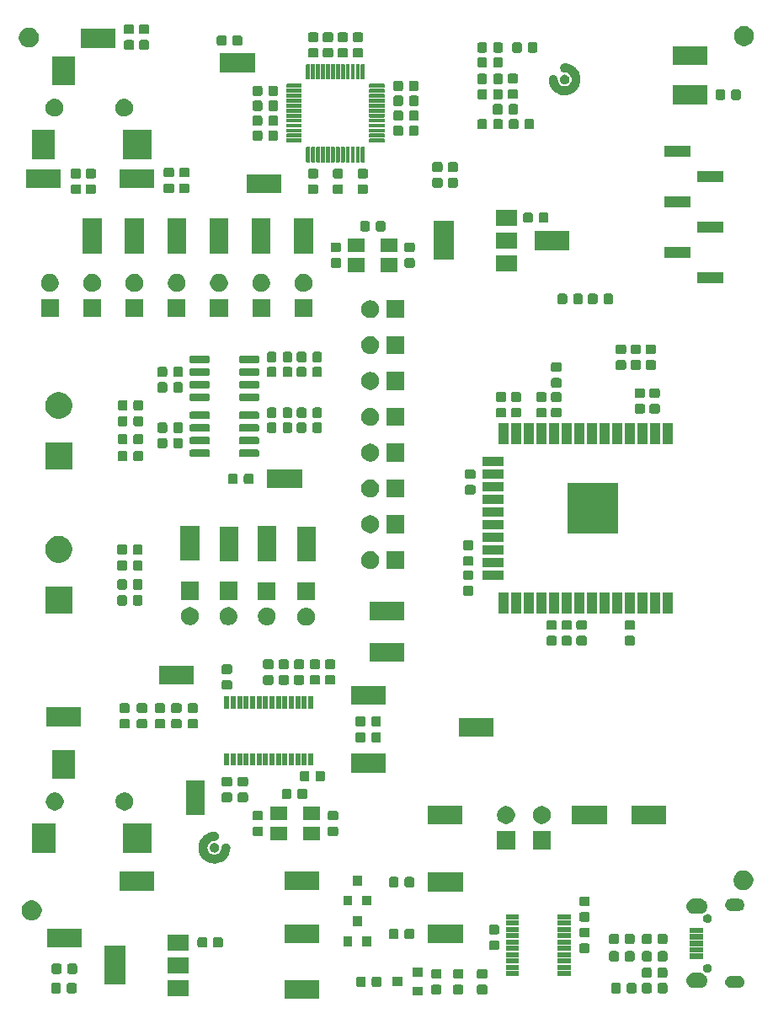
<source format=gts>
G04 #@! TF.GenerationSoftware,KiCad,Pcbnew,(5.1.5)-2*
G04 #@! TF.CreationDate,2019-12-07T22:19:07+01:00*
G04 #@! TF.ProjectId,VS1053-ESP32-Eval,56533130-3533-42d4-9553-5033322d4576,rev?*
G04 #@! TF.SameCoordinates,PX63b8cf0PY8c94480*
G04 #@! TF.FileFunction,Soldermask,Top*
G04 #@! TF.FilePolarity,Negative*
%FSLAX46Y46*%
G04 Gerber Fmt 4.6, Leading zero omitted, Abs format (unit mm)*
G04 Created by KiCad (PCBNEW (5.1.5)-2) date 2019-12-07 22:19:07*
%MOMM*%
%LPD*%
G04 APERTURE LIST*
%ADD10C,0.100000*%
G04 APERTURE END LIST*
D10*
G36*
X30750000Y1700000D02*
G01*
X27250000Y1700000D01*
X27250000Y3600000D01*
X30750000Y3600000D01*
X30750000Y1700000D01*
G37*
G36*
X17600000Y2000000D02*
G01*
X15500000Y2000000D01*
X15500000Y3600000D01*
X17600000Y3600000D01*
X17600000Y2000000D01*
G37*
G36*
X41150000Y2050000D02*
G01*
X40150000Y2050000D01*
X40150000Y2950000D01*
X41150000Y2950000D01*
X41150000Y2050000D01*
G37*
G36*
X42898879Y3145560D02*
G01*
X42939870Y3133126D01*
X42977645Y3112935D01*
X43010758Y3085758D01*
X43037935Y3052645D01*
X43058126Y3014870D01*
X43070560Y2973879D01*
X43075000Y2928796D01*
X43075000Y2396204D01*
X43070560Y2351121D01*
X43058126Y2310130D01*
X43037935Y2272355D01*
X43010758Y2239242D01*
X42977645Y2212065D01*
X42939870Y2191874D01*
X42898879Y2179440D01*
X42853796Y2175000D01*
X42246204Y2175000D01*
X42201121Y2179440D01*
X42160130Y2191874D01*
X42122355Y2212065D01*
X42089242Y2239242D01*
X42062065Y2272355D01*
X42041874Y2310130D01*
X42029440Y2351121D01*
X42025000Y2396204D01*
X42025000Y2928796D01*
X42029440Y2973879D01*
X42041874Y3014870D01*
X42062065Y3052645D01*
X42089242Y3085758D01*
X42122355Y3112935D01*
X42160130Y3133126D01*
X42201121Y3145560D01*
X42246204Y3150000D01*
X42853796Y3150000D01*
X42898879Y3145560D01*
G37*
G36*
X47498879Y3145560D02*
G01*
X47539870Y3133126D01*
X47577645Y3112935D01*
X47610758Y3085758D01*
X47637935Y3052645D01*
X47658126Y3014870D01*
X47670560Y2973879D01*
X47675000Y2928796D01*
X47675000Y2396204D01*
X47670560Y2351121D01*
X47658126Y2310130D01*
X47637935Y2272355D01*
X47610758Y2239242D01*
X47577645Y2212065D01*
X47539870Y2191874D01*
X47498879Y2179440D01*
X47453796Y2175000D01*
X46846204Y2175000D01*
X46801121Y2179440D01*
X46760130Y2191874D01*
X46722355Y2212065D01*
X46689242Y2239242D01*
X46662065Y2272355D01*
X46641874Y2310130D01*
X46629440Y2351121D01*
X46625000Y2396204D01*
X46625000Y2928796D01*
X46629440Y2973879D01*
X46641874Y3014870D01*
X46662065Y3052645D01*
X46689242Y3085758D01*
X46722355Y3112935D01*
X46760130Y3133126D01*
X46801121Y3145560D01*
X46846204Y3150000D01*
X47453796Y3150000D01*
X47498879Y3145560D01*
G37*
G36*
X45098879Y3145560D02*
G01*
X45139870Y3133126D01*
X45177645Y3112935D01*
X45210758Y3085758D01*
X45237935Y3052645D01*
X45258126Y3014870D01*
X45270560Y2973879D01*
X45275000Y2928796D01*
X45275000Y2396204D01*
X45270560Y2351121D01*
X45258126Y2310130D01*
X45237935Y2272355D01*
X45210758Y2239242D01*
X45177645Y2212065D01*
X45139870Y2191874D01*
X45098879Y2179440D01*
X45053796Y2175000D01*
X44446204Y2175000D01*
X44401121Y2179440D01*
X44360130Y2191874D01*
X44322355Y2212065D01*
X44289242Y2239242D01*
X44262065Y2272355D01*
X44241874Y2310130D01*
X44229440Y2351121D01*
X44225000Y2396204D01*
X44225000Y2928796D01*
X44229440Y2973879D01*
X44241874Y3014870D01*
X44262065Y3052645D01*
X44289242Y3085758D01*
X44322355Y3112935D01*
X44360130Y3133126D01*
X44401121Y3145560D01*
X44446204Y3150000D01*
X45053796Y3150000D01*
X45098879Y3145560D01*
G37*
G36*
X4623879Y3320560D02*
G01*
X4664870Y3308126D01*
X4702645Y3287935D01*
X4735758Y3260758D01*
X4762935Y3227645D01*
X4783126Y3189870D01*
X4795560Y3148879D01*
X4800000Y3103796D01*
X4800000Y2496204D01*
X4795560Y2451121D01*
X4783126Y2410130D01*
X4762935Y2372355D01*
X4735758Y2339242D01*
X4702645Y2312065D01*
X4664870Y2291874D01*
X4623879Y2279440D01*
X4578796Y2275000D01*
X4046204Y2275000D01*
X4001121Y2279440D01*
X3960130Y2291874D01*
X3922355Y2312065D01*
X3889242Y2339242D01*
X3862065Y2372355D01*
X3841874Y2410130D01*
X3829440Y2451121D01*
X3825000Y2496204D01*
X3825000Y3103796D01*
X3829440Y3148879D01*
X3841874Y3189870D01*
X3862065Y3227645D01*
X3889242Y3260758D01*
X3922355Y3287935D01*
X3960130Y3308126D01*
X4001121Y3320560D01*
X4046204Y3325000D01*
X4578796Y3325000D01*
X4623879Y3320560D01*
G37*
G36*
X65598879Y3320560D02*
G01*
X65639870Y3308126D01*
X65677645Y3287935D01*
X65710758Y3260758D01*
X65737935Y3227645D01*
X65758126Y3189870D01*
X65770560Y3148879D01*
X65775000Y3103796D01*
X65775000Y2496204D01*
X65770560Y2451121D01*
X65758126Y2410130D01*
X65737935Y2372355D01*
X65710758Y2339242D01*
X65677645Y2312065D01*
X65639870Y2291874D01*
X65598879Y2279440D01*
X65553796Y2275000D01*
X65021204Y2275000D01*
X64976121Y2279440D01*
X64935130Y2291874D01*
X64897355Y2312065D01*
X64864242Y2339242D01*
X64837065Y2372355D01*
X64816874Y2410130D01*
X64804440Y2451121D01*
X64800000Y2496204D01*
X64800000Y3103796D01*
X64804440Y3148879D01*
X64816874Y3189870D01*
X64837065Y3227645D01*
X64864242Y3260758D01*
X64897355Y3287935D01*
X64935130Y3308126D01*
X64976121Y3320560D01*
X65021204Y3325000D01*
X65553796Y3325000D01*
X65598879Y3320560D01*
G37*
G36*
X64023879Y3320560D02*
G01*
X64064870Y3308126D01*
X64102645Y3287935D01*
X64135758Y3260758D01*
X64162935Y3227645D01*
X64183126Y3189870D01*
X64195560Y3148879D01*
X64200000Y3103796D01*
X64200000Y2496204D01*
X64195560Y2451121D01*
X64183126Y2410130D01*
X64162935Y2372355D01*
X64135758Y2339242D01*
X64102645Y2312065D01*
X64064870Y2291874D01*
X64023879Y2279440D01*
X63978796Y2275000D01*
X63446204Y2275000D01*
X63401121Y2279440D01*
X63360130Y2291874D01*
X63322355Y2312065D01*
X63289242Y2339242D01*
X63262065Y2372355D01*
X63241874Y2410130D01*
X63229440Y2451121D01*
X63225000Y2496204D01*
X63225000Y3103796D01*
X63229440Y3148879D01*
X63241874Y3189870D01*
X63262065Y3227645D01*
X63289242Y3260758D01*
X63322355Y3287935D01*
X63360130Y3308126D01*
X63401121Y3320560D01*
X63446204Y3325000D01*
X63978796Y3325000D01*
X64023879Y3320560D01*
G37*
G36*
X60923879Y3320560D02*
G01*
X60964870Y3308126D01*
X61002645Y3287935D01*
X61035758Y3260758D01*
X61062935Y3227645D01*
X61083126Y3189870D01*
X61095560Y3148879D01*
X61100000Y3103796D01*
X61100000Y2496204D01*
X61095560Y2451121D01*
X61083126Y2410130D01*
X61062935Y2372355D01*
X61035758Y2339242D01*
X61002645Y2312065D01*
X60964870Y2291874D01*
X60923879Y2279440D01*
X60878796Y2275000D01*
X60346204Y2275000D01*
X60301121Y2279440D01*
X60260130Y2291874D01*
X60222355Y2312065D01*
X60189242Y2339242D01*
X60162065Y2372355D01*
X60141874Y2410130D01*
X60129440Y2451121D01*
X60125000Y2496204D01*
X60125000Y3103796D01*
X60129440Y3148879D01*
X60141874Y3189870D01*
X60162065Y3227645D01*
X60189242Y3260758D01*
X60222355Y3287935D01*
X60260130Y3308126D01*
X60301121Y3320560D01*
X60346204Y3325000D01*
X60878796Y3325000D01*
X60923879Y3320560D01*
G37*
G36*
X62498879Y3320560D02*
G01*
X62539870Y3308126D01*
X62577645Y3287935D01*
X62610758Y3260758D01*
X62637935Y3227645D01*
X62658126Y3189870D01*
X62670560Y3148879D01*
X62675000Y3103796D01*
X62675000Y2496204D01*
X62670560Y2451121D01*
X62658126Y2410130D01*
X62637935Y2372355D01*
X62610758Y2339242D01*
X62577645Y2312065D01*
X62539870Y2291874D01*
X62498879Y2279440D01*
X62453796Y2275000D01*
X61921204Y2275000D01*
X61876121Y2279440D01*
X61835130Y2291874D01*
X61797355Y2312065D01*
X61764242Y2339242D01*
X61737065Y2372355D01*
X61716874Y2410130D01*
X61704440Y2451121D01*
X61700000Y2496204D01*
X61700000Y3103796D01*
X61704440Y3148879D01*
X61716874Y3189870D01*
X61737065Y3227645D01*
X61764242Y3260758D01*
X61797355Y3287935D01*
X61835130Y3308126D01*
X61876121Y3320560D01*
X61921204Y3325000D01*
X62453796Y3325000D01*
X62498879Y3320560D01*
G37*
G36*
X6198879Y3320560D02*
G01*
X6239870Y3308126D01*
X6277645Y3287935D01*
X6310758Y3260758D01*
X6337935Y3227645D01*
X6358126Y3189870D01*
X6370560Y3148879D01*
X6375000Y3103796D01*
X6375000Y2496204D01*
X6370560Y2451121D01*
X6358126Y2410130D01*
X6337935Y2372355D01*
X6310758Y2339242D01*
X6277645Y2312065D01*
X6239870Y2291874D01*
X6198879Y2279440D01*
X6153796Y2275000D01*
X5621204Y2275000D01*
X5576121Y2279440D01*
X5535130Y2291874D01*
X5497355Y2312065D01*
X5464242Y2339242D01*
X5437065Y2372355D01*
X5416874Y2410130D01*
X5404440Y2451121D01*
X5400000Y2496204D01*
X5400000Y3103796D01*
X5404440Y3148879D01*
X5416874Y3189870D01*
X5437065Y3227645D01*
X5464242Y3260758D01*
X5497355Y3287935D01*
X5535130Y3308126D01*
X5576121Y3320560D01*
X5621204Y3325000D01*
X6153796Y3325000D01*
X6198879Y3320560D01*
G37*
G36*
X72997521Y4040957D02*
G01*
X73115334Y4005219D01*
X73115336Y4005218D01*
X73223910Y3947185D01*
X73319080Y3869080D01*
X73397185Y3773910D01*
X73455218Y3665336D01*
X73455219Y3665334D01*
X73490957Y3547521D01*
X73503024Y3425000D01*
X73490957Y3302479D01*
X73456798Y3189870D01*
X73455218Y3184664D01*
X73397185Y3076090D01*
X73319080Y2980920D01*
X73223910Y2902815D01*
X73135444Y2855530D01*
X73115334Y2844781D01*
X73004678Y2811214D01*
X72997521Y2809043D01*
X72905705Y2800000D01*
X72194295Y2800000D01*
X72102479Y2809043D01*
X72095322Y2811214D01*
X71984666Y2844781D01*
X71964556Y2855530D01*
X71876090Y2902815D01*
X71780920Y2980920D01*
X71702815Y3076090D01*
X71644782Y3184664D01*
X71643203Y3189870D01*
X71609043Y3302479D01*
X71596976Y3425000D01*
X71609043Y3547521D01*
X71644781Y3665334D01*
X71644782Y3665336D01*
X71702815Y3773910D01*
X71780920Y3869080D01*
X71876090Y3947185D01*
X71984664Y4005218D01*
X71984666Y4005219D01*
X72102479Y4040957D01*
X72194295Y4050000D01*
X72905705Y4050000D01*
X72997521Y4040957D01*
G37*
G36*
X69176926Y4338786D02*
G01*
X69323016Y4294470D01*
X69457647Y4222508D01*
X69457648Y4222507D01*
X69457650Y4222506D01*
X69575659Y4125659D01*
X69661388Y4021197D01*
X69672508Y4007647D01*
X69744470Y3873016D01*
X69788786Y3726926D01*
X69803749Y3575000D01*
X69788786Y3423074D01*
X69744470Y3276984D01*
X69672508Y3142353D01*
X69672506Y3142350D01*
X69575659Y3024341D01*
X69457650Y2927494D01*
X69457648Y2927493D01*
X69457647Y2927492D01*
X69323016Y2855530D01*
X69176926Y2811214D01*
X69063067Y2800000D01*
X68436933Y2800000D01*
X68323074Y2811214D01*
X68176984Y2855530D01*
X68042353Y2927492D01*
X68042352Y2927493D01*
X68042350Y2927494D01*
X67924341Y3024341D01*
X67827494Y3142350D01*
X67827492Y3142353D01*
X67755530Y3276984D01*
X67711214Y3423074D01*
X67696251Y3575000D01*
X67711214Y3726926D01*
X67755530Y3873016D01*
X67827492Y4007647D01*
X67838612Y4021197D01*
X67924341Y4125659D01*
X68042350Y4222506D01*
X68042352Y4222507D01*
X68042353Y4222508D01*
X68176984Y4294470D01*
X68323074Y4338786D01*
X68436933Y4350000D01*
X69063067Y4350000D01*
X69176926Y4338786D01*
G37*
G36*
X35273879Y3970560D02*
G01*
X35314870Y3958126D01*
X35352645Y3937935D01*
X35385758Y3910758D01*
X35412935Y3877645D01*
X35433126Y3839870D01*
X35445560Y3798879D01*
X35450000Y3753796D01*
X35450000Y3146204D01*
X35445560Y3101121D01*
X35433126Y3060130D01*
X35412935Y3022355D01*
X35385758Y2989242D01*
X35352645Y2962065D01*
X35314870Y2941874D01*
X35273879Y2929440D01*
X35228796Y2925000D01*
X34696204Y2925000D01*
X34651121Y2929440D01*
X34610130Y2941874D01*
X34572355Y2962065D01*
X34539242Y2989242D01*
X34512065Y3022355D01*
X34491874Y3060130D01*
X34479440Y3101121D01*
X34475000Y3146204D01*
X34475000Y3753796D01*
X34479440Y3798879D01*
X34491874Y3839870D01*
X34512065Y3877645D01*
X34539242Y3910758D01*
X34572355Y3937935D01*
X34610130Y3958126D01*
X34651121Y3970560D01*
X34696204Y3975000D01*
X35228796Y3975000D01*
X35273879Y3970560D01*
G37*
G36*
X36848879Y3970560D02*
G01*
X36889870Y3958126D01*
X36927645Y3937935D01*
X36960758Y3910758D01*
X36987935Y3877645D01*
X37008126Y3839870D01*
X37020560Y3798879D01*
X37025000Y3753796D01*
X37025000Y3146204D01*
X37020560Y3101121D01*
X37008126Y3060130D01*
X36987935Y3022355D01*
X36960758Y2989242D01*
X36927645Y2962065D01*
X36889870Y2941874D01*
X36848879Y2929440D01*
X36803796Y2925000D01*
X36271204Y2925000D01*
X36226121Y2929440D01*
X36185130Y2941874D01*
X36147355Y2962065D01*
X36114242Y2989242D01*
X36087065Y3022355D01*
X36066874Y3060130D01*
X36054440Y3101121D01*
X36050000Y3146204D01*
X36050000Y3753796D01*
X36054440Y3798879D01*
X36066874Y3839870D01*
X36087065Y3877645D01*
X36114242Y3910758D01*
X36147355Y3937935D01*
X36185130Y3958126D01*
X36226121Y3970560D01*
X36271204Y3975000D01*
X36803796Y3975000D01*
X36848879Y3970560D01*
G37*
G36*
X39150000Y3000000D02*
G01*
X38150000Y3000000D01*
X38150000Y3900000D01*
X39150000Y3900000D01*
X39150000Y3000000D01*
G37*
G36*
X11300000Y3150000D02*
G01*
X9200000Y3150000D01*
X9200000Y7050000D01*
X11300000Y7050000D01*
X11300000Y3150000D01*
G37*
G36*
X45098879Y4720560D02*
G01*
X45139870Y4708126D01*
X45177645Y4687935D01*
X45210758Y4660758D01*
X45237935Y4627645D01*
X45258126Y4589870D01*
X45270560Y4548879D01*
X45275000Y4503796D01*
X45275000Y3971204D01*
X45270560Y3926121D01*
X45258126Y3885130D01*
X45237935Y3847355D01*
X45210758Y3814242D01*
X45177645Y3787065D01*
X45139870Y3766874D01*
X45098879Y3754440D01*
X45053796Y3750000D01*
X44446204Y3750000D01*
X44401121Y3754440D01*
X44360130Y3766874D01*
X44322355Y3787065D01*
X44289242Y3814242D01*
X44262065Y3847355D01*
X44241874Y3885130D01*
X44229440Y3926121D01*
X44225000Y3971204D01*
X44225000Y4503796D01*
X44229440Y4548879D01*
X44241874Y4589870D01*
X44262065Y4627645D01*
X44289242Y4660758D01*
X44322355Y4687935D01*
X44360130Y4708126D01*
X44401121Y4720560D01*
X44446204Y4725000D01*
X45053796Y4725000D01*
X45098879Y4720560D01*
G37*
G36*
X42898879Y4720560D02*
G01*
X42939870Y4708126D01*
X42977645Y4687935D01*
X43010758Y4660758D01*
X43037935Y4627645D01*
X43058126Y4589870D01*
X43070560Y4548879D01*
X43075000Y4503796D01*
X43075000Y3971204D01*
X43070560Y3926121D01*
X43058126Y3885130D01*
X43037935Y3847355D01*
X43010758Y3814242D01*
X42977645Y3787065D01*
X42939870Y3766874D01*
X42898879Y3754440D01*
X42853796Y3750000D01*
X42246204Y3750000D01*
X42201121Y3754440D01*
X42160130Y3766874D01*
X42122355Y3787065D01*
X42089242Y3814242D01*
X42062065Y3847355D01*
X42041874Y3885130D01*
X42029440Y3926121D01*
X42025000Y3971204D01*
X42025000Y4503796D01*
X42029440Y4548879D01*
X42041874Y4589870D01*
X42062065Y4627645D01*
X42089242Y4660758D01*
X42122355Y4687935D01*
X42160130Y4708126D01*
X42201121Y4720560D01*
X42246204Y4725000D01*
X42853796Y4725000D01*
X42898879Y4720560D01*
G37*
G36*
X47498879Y4720560D02*
G01*
X47539870Y4708126D01*
X47577645Y4687935D01*
X47610758Y4660758D01*
X47637935Y4627645D01*
X47658126Y4589870D01*
X47670560Y4548879D01*
X47675000Y4503796D01*
X47675000Y3971204D01*
X47670560Y3926121D01*
X47658126Y3885130D01*
X47637935Y3847355D01*
X47610758Y3814242D01*
X47577645Y3787065D01*
X47539870Y3766874D01*
X47498879Y3754440D01*
X47453796Y3750000D01*
X46846204Y3750000D01*
X46801121Y3754440D01*
X46760130Y3766874D01*
X46722355Y3787065D01*
X46689242Y3814242D01*
X46662065Y3847355D01*
X46641874Y3885130D01*
X46629440Y3926121D01*
X46625000Y3971204D01*
X46625000Y4503796D01*
X46629440Y4548879D01*
X46641874Y4589870D01*
X46662065Y4627645D01*
X46689242Y4660758D01*
X46722355Y4687935D01*
X46760130Y4708126D01*
X46801121Y4720560D01*
X46846204Y4725000D01*
X47453796Y4725000D01*
X47498879Y4720560D01*
G37*
G36*
X65598879Y4870560D02*
G01*
X65639870Y4858126D01*
X65677645Y4837935D01*
X65710758Y4810758D01*
X65737935Y4777645D01*
X65758126Y4739870D01*
X65770560Y4698879D01*
X65775000Y4653796D01*
X65775000Y4046204D01*
X65770560Y4001121D01*
X65758126Y3960130D01*
X65737935Y3922355D01*
X65710758Y3889242D01*
X65677645Y3862065D01*
X65639870Y3841874D01*
X65598879Y3829440D01*
X65553796Y3825000D01*
X65021204Y3825000D01*
X64976121Y3829440D01*
X64935130Y3841874D01*
X64897355Y3862065D01*
X64864242Y3889242D01*
X64837065Y3922355D01*
X64816874Y3960130D01*
X64804440Y4001121D01*
X64800000Y4046204D01*
X64800000Y4653796D01*
X64804440Y4698879D01*
X64816874Y4739870D01*
X64837065Y4777645D01*
X64864242Y4810758D01*
X64897355Y4837935D01*
X64935130Y4858126D01*
X64976121Y4870560D01*
X65021204Y4875000D01*
X65553796Y4875000D01*
X65598879Y4870560D01*
G37*
G36*
X64023879Y4870560D02*
G01*
X64064870Y4858126D01*
X64102645Y4837935D01*
X64135758Y4810758D01*
X64162935Y4777645D01*
X64183126Y4739870D01*
X64195560Y4698879D01*
X64200000Y4653796D01*
X64200000Y4046204D01*
X64195560Y4001121D01*
X64183126Y3960130D01*
X64162935Y3922355D01*
X64135758Y3889242D01*
X64102645Y3862065D01*
X64064870Y3841874D01*
X64023879Y3829440D01*
X63978796Y3825000D01*
X63446204Y3825000D01*
X63401121Y3829440D01*
X63360130Y3841874D01*
X63322355Y3862065D01*
X63289242Y3889242D01*
X63262065Y3922355D01*
X63241874Y3960130D01*
X63229440Y4001121D01*
X63225000Y4046204D01*
X63225000Y4653796D01*
X63229440Y4698879D01*
X63241874Y4739870D01*
X63262065Y4777645D01*
X63289242Y4810758D01*
X63322355Y4837935D01*
X63360130Y4858126D01*
X63401121Y4870560D01*
X63446204Y4875000D01*
X63978796Y4875000D01*
X64023879Y4870560D01*
G37*
G36*
X41150000Y3950000D02*
G01*
X40150000Y3950000D01*
X40150000Y4850000D01*
X41150000Y4850000D01*
X41150000Y3950000D01*
G37*
G36*
X50850000Y3992500D02*
G01*
X49550000Y3992500D01*
X49550000Y4492500D01*
X50850000Y4492500D01*
X50850000Y3992500D01*
G37*
G36*
X56050000Y3992500D02*
G01*
X54750000Y3992500D01*
X54750000Y4492500D01*
X56050000Y4492500D01*
X56050000Y3992500D01*
G37*
G36*
X6248879Y5270560D02*
G01*
X6289870Y5258126D01*
X6327645Y5237935D01*
X6360758Y5210758D01*
X6387935Y5177645D01*
X6408126Y5139870D01*
X6420560Y5098879D01*
X6425000Y5053796D01*
X6425000Y4446204D01*
X6420560Y4401121D01*
X6408126Y4360130D01*
X6387935Y4322355D01*
X6360758Y4289242D01*
X6327645Y4262065D01*
X6289870Y4241874D01*
X6248879Y4229440D01*
X6203796Y4225000D01*
X5671204Y4225000D01*
X5626121Y4229440D01*
X5585130Y4241874D01*
X5547355Y4262065D01*
X5514242Y4289242D01*
X5487065Y4322355D01*
X5466874Y4360130D01*
X5454440Y4401121D01*
X5450000Y4446204D01*
X5450000Y5053796D01*
X5454440Y5098879D01*
X5466874Y5139870D01*
X5487065Y5177645D01*
X5514242Y5210758D01*
X5547355Y5237935D01*
X5585130Y5258126D01*
X5626121Y5270560D01*
X5671204Y5275000D01*
X6203796Y5275000D01*
X6248879Y5270560D01*
G37*
G36*
X4673879Y5270560D02*
G01*
X4714870Y5258126D01*
X4752645Y5237935D01*
X4785758Y5210758D01*
X4812935Y5177645D01*
X4833126Y5139870D01*
X4845560Y5098879D01*
X4850000Y5053796D01*
X4850000Y4446204D01*
X4845560Y4401121D01*
X4833126Y4360130D01*
X4812935Y4322355D01*
X4785758Y4289242D01*
X4752645Y4262065D01*
X4714870Y4241874D01*
X4673879Y4229440D01*
X4628796Y4225000D01*
X4096204Y4225000D01*
X4051121Y4229440D01*
X4010130Y4241874D01*
X3972355Y4262065D01*
X3939242Y4289242D01*
X3912065Y4322355D01*
X3891874Y4360130D01*
X3879440Y4401121D01*
X3875000Y4446204D01*
X3875000Y5053796D01*
X3879440Y5098879D01*
X3891874Y5139870D01*
X3912065Y5177645D01*
X3939242Y5210758D01*
X3972355Y5237935D01*
X4010130Y5258126D01*
X4051121Y5270560D01*
X4096204Y5275000D01*
X4628796Y5275000D01*
X4673879Y5270560D01*
G37*
G36*
X17600000Y4300000D02*
G01*
X15500000Y4300000D01*
X15500000Y5900000D01*
X17600000Y5900000D01*
X17600000Y4300000D01*
G37*
G36*
X69931259Y5232707D02*
G01*
X69965182Y5218656D01*
X70013155Y5198785D01*
X70086858Y5149538D01*
X70149538Y5086858D01*
X70198785Y5013155D01*
X70218656Y4965182D01*
X70232707Y4931259D01*
X70250000Y4844322D01*
X70250000Y4755678D01*
X70232707Y4668741D01*
X70226438Y4653607D01*
X70198785Y4586845D01*
X70149538Y4513142D01*
X70086858Y4450462D01*
X70013155Y4401215D01*
X69965182Y4381344D01*
X69931259Y4367293D01*
X69844322Y4350000D01*
X69755678Y4350000D01*
X69668741Y4367293D01*
X69634818Y4381344D01*
X69586845Y4401215D01*
X69513142Y4450462D01*
X69450462Y4513142D01*
X69401215Y4586845D01*
X69373562Y4653607D01*
X69367293Y4668741D01*
X69350000Y4755678D01*
X69350000Y4844322D01*
X69367293Y4931259D01*
X69381344Y4965182D01*
X69401215Y5013155D01*
X69450462Y5086858D01*
X69513142Y5149538D01*
X69586845Y5198785D01*
X69634818Y5218656D01*
X69668741Y5232707D01*
X69755678Y5250000D01*
X69844322Y5250000D01*
X69931259Y5232707D01*
G37*
G36*
X56050000Y4627500D02*
G01*
X54750000Y4627500D01*
X54750000Y5127500D01*
X56050000Y5127500D01*
X56050000Y4627500D01*
G37*
G36*
X50850000Y4627500D02*
G01*
X49550000Y4627500D01*
X49550000Y5127500D01*
X50850000Y5127500D01*
X50850000Y4627500D01*
G37*
G36*
X50850000Y5262500D02*
G01*
X49550000Y5262500D01*
X49550000Y5762500D01*
X50850000Y5762500D01*
X50850000Y5262500D01*
G37*
G36*
X56050000Y5262500D02*
G01*
X54750000Y5262500D01*
X54750000Y5762500D01*
X56050000Y5762500D01*
X56050000Y5262500D01*
G37*
G36*
X65598879Y6520560D02*
G01*
X65639870Y6508126D01*
X65677645Y6487935D01*
X65710758Y6460758D01*
X65737935Y6427645D01*
X65758126Y6389870D01*
X65770560Y6348879D01*
X65775000Y6303796D01*
X65775000Y5696204D01*
X65770560Y5651121D01*
X65758126Y5610130D01*
X65737935Y5572355D01*
X65710758Y5539242D01*
X65677645Y5512065D01*
X65639870Y5491874D01*
X65598879Y5479440D01*
X65553796Y5475000D01*
X65021204Y5475000D01*
X64976121Y5479440D01*
X64935130Y5491874D01*
X64897355Y5512065D01*
X64864242Y5539242D01*
X64837065Y5572355D01*
X64816874Y5610130D01*
X64804440Y5651121D01*
X64800000Y5696204D01*
X64800000Y6303796D01*
X64804440Y6348879D01*
X64816874Y6389870D01*
X64837065Y6427645D01*
X64864242Y6460758D01*
X64897355Y6487935D01*
X64935130Y6508126D01*
X64976121Y6520560D01*
X65021204Y6525000D01*
X65553796Y6525000D01*
X65598879Y6520560D01*
G37*
G36*
X64023879Y6520560D02*
G01*
X64064870Y6508126D01*
X64102645Y6487935D01*
X64135758Y6460758D01*
X64162935Y6427645D01*
X64183126Y6389870D01*
X64195560Y6348879D01*
X64200000Y6303796D01*
X64200000Y5696204D01*
X64195560Y5651121D01*
X64183126Y5610130D01*
X64162935Y5572355D01*
X64135758Y5539242D01*
X64102645Y5512065D01*
X64064870Y5491874D01*
X64023879Y5479440D01*
X63978796Y5475000D01*
X63446204Y5475000D01*
X63401121Y5479440D01*
X63360130Y5491874D01*
X63322355Y5512065D01*
X63289242Y5539242D01*
X63262065Y5572355D01*
X63241874Y5610130D01*
X63229440Y5651121D01*
X63225000Y5696204D01*
X63225000Y6303796D01*
X63229440Y6348879D01*
X63241874Y6389870D01*
X63262065Y6427645D01*
X63289242Y6460758D01*
X63322355Y6487935D01*
X63360130Y6508126D01*
X63401121Y6520560D01*
X63446204Y6525000D01*
X63978796Y6525000D01*
X64023879Y6520560D01*
G37*
G36*
X60723879Y6520560D02*
G01*
X60764870Y6508126D01*
X60802645Y6487935D01*
X60835758Y6460758D01*
X60862935Y6427645D01*
X60883126Y6389870D01*
X60895560Y6348879D01*
X60900000Y6303796D01*
X60900000Y5696204D01*
X60895560Y5651121D01*
X60883126Y5610130D01*
X60862935Y5572355D01*
X60835758Y5539242D01*
X60802645Y5512065D01*
X60764870Y5491874D01*
X60723879Y5479440D01*
X60678796Y5475000D01*
X60146204Y5475000D01*
X60101121Y5479440D01*
X60060130Y5491874D01*
X60022355Y5512065D01*
X59989242Y5539242D01*
X59962065Y5572355D01*
X59941874Y5610130D01*
X59929440Y5651121D01*
X59925000Y5696204D01*
X59925000Y6303796D01*
X59929440Y6348879D01*
X59941874Y6389870D01*
X59962065Y6427645D01*
X59989242Y6460758D01*
X60022355Y6487935D01*
X60060130Y6508126D01*
X60101121Y6520560D01*
X60146204Y6525000D01*
X60678796Y6525000D01*
X60723879Y6520560D01*
G37*
G36*
X62298879Y6520560D02*
G01*
X62339870Y6508126D01*
X62377645Y6487935D01*
X62410758Y6460758D01*
X62437935Y6427645D01*
X62458126Y6389870D01*
X62470560Y6348879D01*
X62475000Y6303796D01*
X62475000Y5696204D01*
X62470560Y5651121D01*
X62458126Y5610130D01*
X62437935Y5572355D01*
X62410758Y5539242D01*
X62377645Y5512065D01*
X62339870Y5491874D01*
X62298879Y5479440D01*
X62253796Y5475000D01*
X61721204Y5475000D01*
X61676121Y5479440D01*
X61635130Y5491874D01*
X61597355Y5512065D01*
X61564242Y5539242D01*
X61537065Y5572355D01*
X61516874Y5610130D01*
X61504440Y5651121D01*
X61500000Y5696204D01*
X61500000Y6303796D01*
X61504440Y6348879D01*
X61516874Y6389870D01*
X61537065Y6427645D01*
X61564242Y6460758D01*
X61597355Y6487935D01*
X61635130Y6508126D01*
X61676121Y6520560D01*
X61721204Y6525000D01*
X62253796Y6525000D01*
X62298879Y6520560D01*
G37*
G36*
X69400000Y5725000D02*
G01*
X68000000Y5725000D01*
X68000000Y6275000D01*
X69400000Y6275000D01*
X69400000Y5725000D01*
G37*
G36*
X50850000Y5897500D02*
G01*
X49550000Y5897500D01*
X49550000Y6397500D01*
X50850000Y6397500D01*
X50850000Y5897500D01*
G37*
G36*
X56050000Y5897500D02*
G01*
X54750000Y5897500D01*
X54750000Y6397500D01*
X56050000Y6397500D01*
X56050000Y5897500D01*
G37*
G36*
X57798879Y7295560D02*
G01*
X57839870Y7283126D01*
X57877645Y7262935D01*
X57910758Y7235758D01*
X57937935Y7202645D01*
X57958126Y7164870D01*
X57970560Y7123879D01*
X57975000Y7078796D01*
X57975000Y6546204D01*
X57970560Y6501121D01*
X57958126Y6460130D01*
X57937935Y6422355D01*
X57910758Y6389242D01*
X57877645Y6362065D01*
X57839870Y6341874D01*
X57798879Y6329440D01*
X57753796Y6325000D01*
X57146204Y6325000D01*
X57101121Y6329440D01*
X57060130Y6341874D01*
X57022355Y6362065D01*
X56989242Y6389242D01*
X56962065Y6422355D01*
X56941874Y6460130D01*
X56929440Y6501121D01*
X56925000Y6546204D01*
X56925000Y7078796D01*
X56929440Y7123879D01*
X56941874Y7164870D01*
X56962065Y7202645D01*
X56989242Y7235758D01*
X57022355Y7262935D01*
X57060130Y7283126D01*
X57101121Y7295560D01*
X57146204Y7300000D01*
X57753796Y7300000D01*
X57798879Y7295560D01*
G37*
G36*
X69400000Y6375000D02*
G01*
X68000000Y6375000D01*
X68000000Y6925000D01*
X69400000Y6925000D01*
X69400000Y6375000D01*
G37*
G36*
X50850000Y6532500D02*
G01*
X49550000Y6532500D01*
X49550000Y7032500D01*
X50850000Y7032500D01*
X50850000Y6532500D01*
G37*
G36*
X56050000Y6532500D02*
G01*
X54750000Y6532500D01*
X54750000Y7032500D01*
X56050000Y7032500D01*
X56050000Y6532500D01*
G37*
G36*
X17600000Y6600000D02*
G01*
X15500000Y6600000D01*
X15500000Y8200000D01*
X17600000Y8200000D01*
X17600000Y6600000D01*
G37*
G36*
X48698879Y7595560D02*
G01*
X48739870Y7583126D01*
X48777645Y7562935D01*
X48810758Y7535758D01*
X48837935Y7502645D01*
X48858126Y7464870D01*
X48870560Y7423879D01*
X48875000Y7378796D01*
X48875000Y6846204D01*
X48870560Y6801121D01*
X48858126Y6760130D01*
X48837935Y6722355D01*
X48810758Y6689242D01*
X48777645Y6662065D01*
X48739870Y6641874D01*
X48698879Y6629440D01*
X48653796Y6625000D01*
X48046204Y6625000D01*
X48001121Y6629440D01*
X47960130Y6641874D01*
X47922355Y6662065D01*
X47889242Y6689242D01*
X47862065Y6722355D01*
X47841874Y6760130D01*
X47829440Y6801121D01*
X47825000Y6846204D01*
X47825000Y7378796D01*
X47829440Y7423879D01*
X47841874Y7464870D01*
X47862065Y7502645D01*
X47889242Y7535758D01*
X47922355Y7562935D01*
X47960130Y7583126D01*
X48001121Y7595560D01*
X48046204Y7600000D01*
X48653796Y7600000D01*
X48698879Y7595560D01*
G37*
G36*
X19323879Y7920560D02*
G01*
X19364870Y7908126D01*
X19402645Y7887935D01*
X19435758Y7860758D01*
X19462935Y7827645D01*
X19483126Y7789870D01*
X19495560Y7748879D01*
X19500000Y7703796D01*
X19500000Y7096204D01*
X19495560Y7051121D01*
X19483126Y7010130D01*
X19462935Y6972355D01*
X19435758Y6939242D01*
X19402645Y6912065D01*
X19364870Y6891874D01*
X19323879Y6879440D01*
X19278796Y6875000D01*
X18746204Y6875000D01*
X18701121Y6879440D01*
X18660130Y6891874D01*
X18622355Y6912065D01*
X18589242Y6939242D01*
X18562065Y6972355D01*
X18541874Y7010130D01*
X18529440Y7051121D01*
X18525000Y7096204D01*
X18525000Y7703796D01*
X18529440Y7748879D01*
X18541874Y7789870D01*
X18562065Y7827645D01*
X18589242Y7860758D01*
X18622355Y7887935D01*
X18660130Y7908126D01*
X18701121Y7920560D01*
X18746204Y7925000D01*
X19278796Y7925000D01*
X19323879Y7920560D01*
G37*
G36*
X20898879Y7920560D02*
G01*
X20939870Y7908126D01*
X20977645Y7887935D01*
X21010758Y7860758D01*
X21037935Y7827645D01*
X21058126Y7789870D01*
X21070560Y7748879D01*
X21075000Y7703796D01*
X21075000Y7096204D01*
X21070560Y7051121D01*
X21058126Y7010130D01*
X21037935Y6972355D01*
X21010758Y6939242D01*
X20977645Y6912065D01*
X20939870Y6891874D01*
X20898879Y6879440D01*
X20853796Y6875000D01*
X20321204Y6875000D01*
X20276121Y6879440D01*
X20235130Y6891874D01*
X20197355Y6912065D01*
X20164242Y6939242D01*
X20137065Y6972355D01*
X20116874Y7010130D01*
X20104440Y7051121D01*
X20100000Y7096204D01*
X20100000Y7703796D01*
X20104440Y7748879D01*
X20116874Y7789870D01*
X20137065Y7827645D01*
X20164242Y7860758D01*
X20197355Y7887935D01*
X20235130Y7908126D01*
X20276121Y7920560D01*
X20321204Y7925000D01*
X20853796Y7925000D01*
X20898879Y7920560D01*
G37*
G36*
X6900000Y6900000D02*
G01*
X3400000Y6900000D01*
X3400000Y8800000D01*
X6900000Y8800000D01*
X6900000Y6900000D01*
G37*
G36*
X36000000Y7000000D02*
G01*
X35100000Y7000000D01*
X35100000Y8000000D01*
X36000000Y8000000D01*
X36000000Y7000000D01*
G37*
G36*
X34100000Y7000000D02*
G01*
X33200000Y7000000D01*
X33200000Y8000000D01*
X34100000Y8000000D01*
X34100000Y7000000D01*
G37*
G36*
X69400000Y7025000D02*
G01*
X68000000Y7025000D01*
X68000000Y7575000D01*
X69400000Y7575000D01*
X69400000Y7025000D01*
G37*
G36*
X56050000Y7167500D02*
G01*
X54750000Y7167500D01*
X54750000Y7667500D01*
X56050000Y7667500D01*
X56050000Y7167500D01*
G37*
G36*
X50850000Y7167500D02*
G01*
X49550000Y7167500D01*
X49550000Y7667500D01*
X50850000Y7667500D01*
X50850000Y7167500D01*
G37*
G36*
X65598879Y8270560D02*
G01*
X65639870Y8258126D01*
X65677645Y8237935D01*
X65710758Y8210758D01*
X65737935Y8177645D01*
X65758126Y8139870D01*
X65770560Y8098879D01*
X65775000Y8053796D01*
X65775000Y7446204D01*
X65770560Y7401121D01*
X65758126Y7360130D01*
X65737935Y7322355D01*
X65710758Y7289242D01*
X65677645Y7262065D01*
X65639870Y7241874D01*
X65598879Y7229440D01*
X65553796Y7225000D01*
X65021204Y7225000D01*
X64976121Y7229440D01*
X64935130Y7241874D01*
X64897355Y7262065D01*
X64864242Y7289242D01*
X64837065Y7322355D01*
X64816874Y7360130D01*
X64804440Y7401121D01*
X64800000Y7446204D01*
X64800000Y8053796D01*
X64804440Y8098879D01*
X64816874Y8139870D01*
X64837065Y8177645D01*
X64864242Y8210758D01*
X64897355Y8237935D01*
X64935130Y8258126D01*
X64976121Y8270560D01*
X65021204Y8275000D01*
X65553796Y8275000D01*
X65598879Y8270560D01*
G37*
G36*
X64023879Y8270560D02*
G01*
X64064870Y8258126D01*
X64102645Y8237935D01*
X64135758Y8210758D01*
X64162935Y8177645D01*
X64183126Y8139870D01*
X64195560Y8098879D01*
X64200000Y8053796D01*
X64200000Y7446204D01*
X64195560Y7401121D01*
X64183126Y7360130D01*
X64162935Y7322355D01*
X64135758Y7289242D01*
X64102645Y7262065D01*
X64064870Y7241874D01*
X64023879Y7229440D01*
X63978796Y7225000D01*
X63446204Y7225000D01*
X63401121Y7229440D01*
X63360130Y7241874D01*
X63322355Y7262065D01*
X63289242Y7289242D01*
X63262065Y7322355D01*
X63241874Y7360130D01*
X63229440Y7401121D01*
X63225000Y7446204D01*
X63225000Y8053796D01*
X63229440Y8098879D01*
X63241874Y8139870D01*
X63262065Y8177645D01*
X63289242Y8210758D01*
X63322355Y8237935D01*
X63360130Y8258126D01*
X63401121Y8270560D01*
X63446204Y8275000D01*
X63978796Y8275000D01*
X64023879Y8270560D01*
G37*
G36*
X60723879Y8270560D02*
G01*
X60764870Y8258126D01*
X60802645Y8237935D01*
X60835758Y8210758D01*
X60862935Y8177645D01*
X60883126Y8139870D01*
X60895560Y8098879D01*
X60900000Y8053796D01*
X60900000Y7446204D01*
X60895560Y7401121D01*
X60883126Y7360130D01*
X60862935Y7322355D01*
X60835758Y7289242D01*
X60802645Y7262065D01*
X60764870Y7241874D01*
X60723879Y7229440D01*
X60678796Y7225000D01*
X60146204Y7225000D01*
X60101121Y7229440D01*
X60060130Y7241874D01*
X60022355Y7262065D01*
X59989242Y7289242D01*
X59962065Y7322355D01*
X59941874Y7360130D01*
X59929440Y7401121D01*
X59925000Y7446204D01*
X59925000Y8053796D01*
X59929440Y8098879D01*
X59941874Y8139870D01*
X59962065Y8177645D01*
X59989242Y8210758D01*
X60022355Y8237935D01*
X60060130Y8258126D01*
X60101121Y8270560D01*
X60146204Y8275000D01*
X60678796Y8275000D01*
X60723879Y8270560D01*
G37*
G36*
X62298879Y8270560D02*
G01*
X62339870Y8258126D01*
X62377645Y8237935D01*
X62410758Y8210758D01*
X62437935Y8177645D01*
X62458126Y8139870D01*
X62470560Y8098879D01*
X62475000Y8053796D01*
X62475000Y7446204D01*
X62470560Y7401121D01*
X62458126Y7360130D01*
X62437935Y7322355D01*
X62410758Y7289242D01*
X62377645Y7262065D01*
X62339870Y7241874D01*
X62298879Y7229440D01*
X62253796Y7225000D01*
X61721204Y7225000D01*
X61676121Y7229440D01*
X61635130Y7241874D01*
X61597355Y7262065D01*
X61564242Y7289242D01*
X61537065Y7322355D01*
X61516874Y7360130D01*
X61504440Y7401121D01*
X61500000Y7446204D01*
X61500000Y8053796D01*
X61504440Y8098879D01*
X61516874Y8139870D01*
X61537065Y8177645D01*
X61564242Y8210758D01*
X61597355Y8237935D01*
X61635130Y8258126D01*
X61676121Y8270560D01*
X61721204Y8275000D01*
X62253796Y8275000D01*
X62298879Y8270560D01*
G37*
G36*
X30750000Y7300000D02*
G01*
X27250000Y7300000D01*
X27250000Y9200000D01*
X30750000Y9200000D01*
X30750000Y7300000D01*
G37*
G36*
X45200000Y7300000D02*
G01*
X41700000Y7300000D01*
X41700000Y9200000D01*
X45200000Y9200000D01*
X45200000Y7300000D01*
G37*
G36*
X69400000Y7675000D02*
G01*
X68000000Y7675000D01*
X68000000Y8225000D01*
X69400000Y8225000D01*
X69400000Y7675000D01*
G37*
G36*
X40148879Y8770560D02*
G01*
X40189870Y8758126D01*
X40227645Y8737935D01*
X40260758Y8710758D01*
X40287935Y8677645D01*
X40308126Y8639870D01*
X40320560Y8598879D01*
X40325000Y8553796D01*
X40325000Y7946204D01*
X40320560Y7901121D01*
X40308126Y7860130D01*
X40287935Y7822355D01*
X40260758Y7789242D01*
X40227645Y7762065D01*
X40189870Y7741874D01*
X40148879Y7729440D01*
X40103796Y7725000D01*
X39571204Y7725000D01*
X39526121Y7729440D01*
X39485130Y7741874D01*
X39447355Y7762065D01*
X39414242Y7789242D01*
X39387065Y7822355D01*
X39366874Y7860130D01*
X39354440Y7901121D01*
X39350000Y7946204D01*
X39350000Y8553796D01*
X39354440Y8598879D01*
X39366874Y8639870D01*
X39387065Y8677645D01*
X39414242Y8710758D01*
X39447355Y8737935D01*
X39485130Y8758126D01*
X39526121Y8770560D01*
X39571204Y8775000D01*
X40103796Y8775000D01*
X40148879Y8770560D01*
G37*
G36*
X38573879Y8770560D02*
G01*
X38614870Y8758126D01*
X38652645Y8737935D01*
X38685758Y8710758D01*
X38712935Y8677645D01*
X38733126Y8639870D01*
X38745560Y8598879D01*
X38750000Y8553796D01*
X38750000Y7946204D01*
X38745560Y7901121D01*
X38733126Y7860130D01*
X38712935Y7822355D01*
X38685758Y7789242D01*
X38652645Y7762065D01*
X38614870Y7741874D01*
X38573879Y7729440D01*
X38528796Y7725000D01*
X37996204Y7725000D01*
X37951121Y7729440D01*
X37910130Y7741874D01*
X37872355Y7762065D01*
X37839242Y7789242D01*
X37812065Y7822355D01*
X37791874Y7860130D01*
X37779440Y7901121D01*
X37775000Y7946204D01*
X37775000Y8553796D01*
X37779440Y8598879D01*
X37791874Y8639870D01*
X37812065Y8677645D01*
X37839242Y8710758D01*
X37872355Y8737935D01*
X37910130Y8758126D01*
X37951121Y8770560D01*
X37996204Y8775000D01*
X38528796Y8775000D01*
X38573879Y8770560D01*
G37*
G36*
X56050000Y7802500D02*
G01*
X54750000Y7802500D01*
X54750000Y8302500D01*
X56050000Y8302500D01*
X56050000Y7802500D01*
G37*
G36*
X50850000Y7802500D02*
G01*
X49550000Y7802500D01*
X49550000Y8302500D01*
X50850000Y8302500D01*
X50850000Y7802500D01*
G37*
G36*
X57798879Y8870560D02*
G01*
X57839870Y8858126D01*
X57877645Y8837935D01*
X57910758Y8810758D01*
X57937935Y8777645D01*
X57958126Y8739870D01*
X57970560Y8698879D01*
X57975000Y8653796D01*
X57975000Y8121204D01*
X57970560Y8076121D01*
X57958126Y8035130D01*
X57937935Y7997355D01*
X57910758Y7964242D01*
X57877645Y7937065D01*
X57839870Y7916874D01*
X57798879Y7904440D01*
X57753796Y7900000D01*
X57146204Y7900000D01*
X57101121Y7904440D01*
X57060130Y7916874D01*
X57022355Y7937065D01*
X56989242Y7964242D01*
X56962065Y7997355D01*
X56941874Y8035130D01*
X56929440Y8076121D01*
X56925000Y8121204D01*
X56925000Y8653796D01*
X56929440Y8698879D01*
X56941874Y8739870D01*
X56962065Y8777645D01*
X56989242Y8810758D01*
X57022355Y8837935D01*
X57060130Y8858126D01*
X57101121Y8870560D01*
X57146204Y8875000D01*
X57753796Y8875000D01*
X57798879Y8870560D01*
G37*
G36*
X48698879Y9170560D02*
G01*
X48739870Y9158126D01*
X48777645Y9137935D01*
X48810758Y9110758D01*
X48837935Y9077645D01*
X48858126Y9039870D01*
X48870560Y8998879D01*
X48875000Y8953796D01*
X48875000Y8421204D01*
X48870560Y8376121D01*
X48858126Y8335130D01*
X48837935Y8297355D01*
X48810758Y8264242D01*
X48777645Y8237065D01*
X48739870Y8216874D01*
X48698879Y8204440D01*
X48653796Y8200000D01*
X48046204Y8200000D01*
X48001121Y8204440D01*
X47960130Y8216874D01*
X47922355Y8237065D01*
X47889242Y8264242D01*
X47862065Y8297355D01*
X47841874Y8335130D01*
X47829440Y8376121D01*
X47825000Y8421204D01*
X47825000Y8953796D01*
X47829440Y8998879D01*
X47841874Y9039870D01*
X47862065Y9077645D01*
X47889242Y9110758D01*
X47922355Y9137935D01*
X47960130Y9158126D01*
X48001121Y9170560D01*
X48046204Y9175000D01*
X48653796Y9175000D01*
X48698879Y9170560D01*
G37*
G36*
X69400000Y8325000D02*
G01*
X68000000Y8325000D01*
X68000000Y8875000D01*
X69400000Y8875000D01*
X69400000Y8325000D01*
G37*
G36*
X56050000Y8437500D02*
G01*
X54750000Y8437500D01*
X54750000Y8937500D01*
X56050000Y8937500D01*
X56050000Y8437500D01*
G37*
G36*
X50850000Y8437500D02*
G01*
X49550000Y8437500D01*
X49550000Y8937500D01*
X50850000Y8937500D01*
X50850000Y8437500D01*
G37*
G36*
X35050000Y9000000D02*
G01*
X34150000Y9000000D01*
X34150000Y10000000D01*
X35050000Y10000000D01*
X35050000Y9000000D01*
G37*
G36*
X50850000Y9072500D02*
G01*
X49550000Y9072500D01*
X49550000Y9572500D01*
X50850000Y9572500D01*
X50850000Y9072500D01*
G37*
G36*
X56050000Y9072500D02*
G01*
X54750000Y9072500D01*
X54750000Y9572500D01*
X56050000Y9572500D01*
X56050000Y9072500D01*
G37*
G36*
X69931259Y10232707D02*
G01*
X69965182Y10218656D01*
X70013155Y10198785D01*
X70086858Y10149538D01*
X70149538Y10086858D01*
X70198785Y10013155D01*
X70209395Y9987539D01*
X70232707Y9931259D01*
X70250000Y9844322D01*
X70250000Y9755678D01*
X70232707Y9668741D01*
X70225408Y9651121D01*
X70198785Y9586845D01*
X70149538Y9513142D01*
X70086858Y9450462D01*
X70013155Y9401215D01*
X69965182Y9381344D01*
X69931259Y9367293D01*
X69844322Y9350000D01*
X69755678Y9350000D01*
X69668741Y9367293D01*
X69634818Y9381344D01*
X69586845Y9401215D01*
X69513142Y9450462D01*
X69450462Y9513142D01*
X69401215Y9586845D01*
X69374592Y9651121D01*
X69367293Y9668741D01*
X69350000Y9755678D01*
X69350000Y9844322D01*
X69367293Y9931259D01*
X69390605Y9987539D01*
X69401215Y10013155D01*
X69450462Y10086858D01*
X69513142Y10149538D01*
X69586845Y10198785D01*
X69634818Y10218656D01*
X69668741Y10232707D01*
X69755678Y10250000D01*
X69844322Y10250000D01*
X69931259Y10232707D01*
G37*
G36*
X57798879Y10445560D02*
G01*
X57839870Y10433126D01*
X57877645Y10412935D01*
X57910758Y10385758D01*
X57937935Y10352645D01*
X57958126Y10314870D01*
X57970560Y10273879D01*
X57975000Y10228796D01*
X57975000Y9696204D01*
X57970560Y9651121D01*
X57958126Y9610130D01*
X57937935Y9572355D01*
X57910758Y9539242D01*
X57877645Y9512065D01*
X57839870Y9491874D01*
X57798879Y9479440D01*
X57753796Y9475000D01*
X57146204Y9475000D01*
X57101121Y9479440D01*
X57060130Y9491874D01*
X57022355Y9512065D01*
X56989242Y9539242D01*
X56962065Y9572355D01*
X56941874Y9610130D01*
X56929440Y9651121D01*
X56925000Y9696204D01*
X56925000Y10228796D01*
X56929440Y10273879D01*
X56941874Y10314870D01*
X56962065Y10352645D01*
X56989242Y10385758D01*
X57022355Y10412935D01*
X57060130Y10433126D01*
X57101121Y10445560D01*
X57146204Y10450000D01*
X57753796Y10450000D01*
X57798879Y10445560D01*
G37*
G36*
X2070090Y11605785D02*
G01*
X2166689Y11586571D01*
X2348678Y11511189D01*
X2512463Y11401751D01*
X2651751Y11262463D01*
X2761189Y11098678D01*
X2836571Y10916689D01*
X2836571Y10916687D01*
X2875000Y10723493D01*
X2875000Y10526507D01*
X2858850Y10445316D01*
X2836571Y10333311D01*
X2761189Y10151322D01*
X2651751Y9987537D01*
X2512463Y9848249D01*
X2348678Y9738811D01*
X2166689Y9663429D01*
X2070090Y9644215D01*
X1973493Y9625000D01*
X1776507Y9625000D01*
X1679910Y9644215D01*
X1583311Y9663429D01*
X1401322Y9738811D01*
X1237537Y9848249D01*
X1098249Y9987537D01*
X988811Y10151322D01*
X913429Y10333311D01*
X891150Y10445316D01*
X875000Y10526507D01*
X875000Y10723493D01*
X913429Y10916687D01*
X913429Y10916689D01*
X988811Y11098678D01*
X1098249Y11262463D01*
X1237537Y11401751D01*
X1401322Y11511189D01*
X1583311Y11586571D01*
X1679910Y11605785D01*
X1776507Y11625000D01*
X1973493Y11625000D01*
X2070090Y11605785D01*
G37*
G36*
X56050000Y9707500D02*
G01*
X54750000Y9707500D01*
X54750000Y10207500D01*
X56050000Y10207500D01*
X56050000Y9707500D01*
G37*
G36*
X50850000Y9707500D02*
G01*
X49550000Y9707500D01*
X49550000Y10207500D01*
X50850000Y10207500D01*
X50850000Y9707500D01*
G37*
G36*
X69176926Y11788786D02*
G01*
X69323016Y11744470D01*
X69457647Y11672508D01*
X69457648Y11672507D01*
X69457650Y11672506D01*
X69575659Y11575659D01*
X69672506Y11457650D01*
X69672508Y11457647D01*
X69744470Y11323016D01*
X69788786Y11176926D01*
X69803749Y11025000D01*
X69788786Y10873074D01*
X69744470Y10726984D01*
X69672508Y10592353D01*
X69672506Y10592350D01*
X69575659Y10474341D01*
X69457650Y10377494D01*
X69457648Y10377493D01*
X69457647Y10377492D01*
X69323016Y10305530D01*
X69176926Y10261214D01*
X69063067Y10250000D01*
X68436933Y10250000D01*
X68323074Y10261214D01*
X68176984Y10305530D01*
X68042353Y10377492D01*
X68042352Y10377493D01*
X68042350Y10377494D01*
X67924341Y10474341D01*
X67827494Y10592350D01*
X67827492Y10592353D01*
X67755530Y10726984D01*
X67711214Y10873074D01*
X67696251Y11025000D01*
X67711214Y11176926D01*
X67755530Y11323016D01*
X67827492Y11457647D01*
X67827494Y11457650D01*
X67924341Y11575659D01*
X68042350Y11672506D01*
X68042352Y11672507D01*
X68042353Y11672508D01*
X68176984Y11744470D01*
X68323074Y11788786D01*
X68436933Y11800000D01*
X69063067Y11800000D01*
X69176926Y11788786D01*
G37*
G36*
X72997521Y11790957D02*
G01*
X73115334Y11755219D01*
X73115336Y11755218D01*
X73223910Y11697185D01*
X73319080Y11619080D01*
X73397185Y11523910D01*
X73455218Y11415336D01*
X73490957Y11297521D01*
X73503024Y11175000D01*
X73490957Y11052479D01*
X73455218Y10934664D01*
X73397185Y10826090D01*
X73319080Y10730920D01*
X73223910Y10652815D01*
X73115336Y10594782D01*
X73115334Y10594781D01*
X72997521Y10559043D01*
X72905705Y10550000D01*
X72194295Y10550000D01*
X72102479Y10559043D01*
X71984666Y10594781D01*
X71984664Y10594782D01*
X71876090Y10652815D01*
X71780920Y10730920D01*
X71702815Y10826090D01*
X71644782Y10934664D01*
X71609043Y11052479D01*
X71596976Y11175000D01*
X71609043Y11297521D01*
X71644782Y11415336D01*
X71702815Y11523910D01*
X71780920Y11619080D01*
X71876090Y11697185D01*
X71984664Y11755218D01*
X71984666Y11755219D01*
X72102479Y11790957D01*
X72194295Y11800000D01*
X72905705Y11800000D01*
X72997521Y11790957D01*
G37*
G36*
X57798879Y12020560D02*
G01*
X57839870Y12008126D01*
X57877645Y11987935D01*
X57910758Y11960758D01*
X57937935Y11927645D01*
X57958126Y11889870D01*
X57970560Y11848879D01*
X57975000Y11803796D01*
X57975000Y11271204D01*
X57970560Y11226121D01*
X57958126Y11185130D01*
X57937935Y11147355D01*
X57910758Y11114242D01*
X57877645Y11087065D01*
X57839870Y11066874D01*
X57798879Y11054440D01*
X57753796Y11050000D01*
X57146204Y11050000D01*
X57101121Y11054440D01*
X57060130Y11066874D01*
X57022355Y11087065D01*
X56989242Y11114242D01*
X56962065Y11147355D01*
X56941874Y11185130D01*
X56929440Y11226121D01*
X56925000Y11271204D01*
X56925000Y11803796D01*
X56929440Y11848879D01*
X56941874Y11889870D01*
X56962065Y11927645D01*
X56989242Y11960758D01*
X57022355Y11987935D01*
X57060130Y12008126D01*
X57101121Y12020560D01*
X57146204Y12025000D01*
X57753796Y12025000D01*
X57798879Y12020560D01*
G37*
G36*
X36000000Y11100000D02*
G01*
X35100000Y11100000D01*
X35100000Y12100000D01*
X36000000Y12100000D01*
X36000000Y11100000D01*
G37*
G36*
X34100000Y11100000D02*
G01*
X33200000Y11100000D01*
X33200000Y12100000D01*
X34100000Y12100000D01*
X34100000Y11100000D01*
G37*
G36*
X45200000Y12500000D02*
G01*
X41700000Y12500000D01*
X41700000Y14400000D01*
X45200000Y14400000D01*
X45200000Y12500000D01*
G37*
G36*
X14184000Y12608000D02*
G01*
X10684000Y12608000D01*
X10684000Y14508000D01*
X14184000Y14508000D01*
X14184000Y12608000D01*
G37*
G36*
X73620090Y14630785D02*
G01*
X73716689Y14611571D01*
X73898678Y14536189D01*
X74062463Y14426751D01*
X74201751Y14287463D01*
X74311189Y14123678D01*
X74386571Y13941689D01*
X74388116Y13933921D01*
X74414978Y13798879D01*
X74425000Y13748491D01*
X74425000Y13551509D01*
X74386571Y13358311D01*
X74311189Y13176322D01*
X74201751Y13012537D01*
X74062463Y12873249D01*
X73898678Y12763811D01*
X73716689Y12688429D01*
X73620090Y12669214D01*
X73523493Y12650000D01*
X73326507Y12650000D01*
X73229910Y12669214D01*
X73133311Y12688429D01*
X72951322Y12763811D01*
X72787537Y12873249D01*
X72648249Y13012537D01*
X72538811Y13176322D01*
X72463429Y13358311D01*
X72425000Y13551509D01*
X72425000Y13748491D01*
X72435023Y13798879D01*
X72461884Y13933921D01*
X72463429Y13941689D01*
X72538811Y14123678D01*
X72648249Y14287463D01*
X72787537Y14426751D01*
X72951322Y14536189D01*
X73133311Y14611571D01*
X73229910Y14630785D01*
X73326507Y14650000D01*
X73523493Y14650000D01*
X73620090Y14630785D01*
G37*
G36*
X30750000Y12650000D02*
G01*
X27250000Y12650000D01*
X27250000Y14550000D01*
X30750000Y14550000D01*
X30750000Y12650000D01*
G37*
G36*
X38573879Y13970560D02*
G01*
X38614870Y13958126D01*
X38652645Y13937935D01*
X38685758Y13910758D01*
X38712935Y13877645D01*
X38733126Y13839870D01*
X38745560Y13798879D01*
X38750000Y13753796D01*
X38750000Y13146204D01*
X38745560Y13101121D01*
X38733126Y13060130D01*
X38712935Y13022355D01*
X38685758Y12989242D01*
X38652645Y12962065D01*
X38614870Y12941874D01*
X38573879Y12929440D01*
X38528796Y12925000D01*
X37996204Y12925000D01*
X37951121Y12929440D01*
X37910130Y12941874D01*
X37872355Y12962065D01*
X37839242Y12989242D01*
X37812065Y13022355D01*
X37791874Y13060130D01*
X37779440Y13101121D01*
X37775000Y13146204D01*
X37775000Y13753796D01*
X37779440Y13798879D01*
X37791874Y13839870D01*
X37812065Y13877645D01*
X37839242Y13910758D01*
X37872355Y13937935D01*
X37910130Y13958126D01*
X37951121Y13970560D01*
X37996204Y13975000D01*
X38528796Y13975000D01*
X38573879Y13970560D01*
G37*
G36*
X40148879Y13970560D02*
G01*
X40189870Y13958126D01*
X40227645Y13937935D01*
X40260758Y13910758D01*
X40287935Y13877645D01*
X40308126Y13839870D01*
X40320560Y13798879D01*
X40325000Y13753796D01*
X40325000Y13146204D01*
X40320560Y13101121D01*
X40308126Y13060130D01*
X40287935Y13022355D01*
X40260758Y12989242D01*
X40227645Y12962065D01*
X40189870Y12941874D01*
X40148879Y12929440D01*
X40103796Y12925000D01*
X39571204Y12925000D01*
X39526121Y12929440D01*
X39485130Y12941874D01*
X39447355Y12962065D01*
X39414242Y12989242D01*
X39387065Y13022355D01*
X39366874Y13060130D01*
X39354440Y13101121D01*
X39350000Y13146204D01*
X39350000Y13753796D01*
X39354440Y13798879D01*
X39366874Y13839870D01*
X39387065Y13877645D01*
X39414242Y13910758D01*
X39447355Y13937935D01*
X39485130Y13958126D01*
X39526121Y13970560D01*
X39571204Y13975000D01*
X40103796Y13975000D01*
X40148879Y13970560D01*
G37*
G36*
X35050000Y13100000D02*
G01*
X34150000Y13100000D01*
X34150000Y14100000D01*
X35050000Y14100000D01*
X35050000Y13100000D01*
G37*
G36*
X20241799Y18508091D02*
G01*
X20315731Y18500581D01*
X20330170Y18497669D01*
X20400145Y18476275D01*
X20413729Y18470621D01*
X20478224Y18436037D01*
X20490454Y18427849D01*
X20546996Y18381405D01*
X20557411Y18370990D01*
X20603853Y18314450D01*
X20612047Y18302210D01*
X20646623Y18237726D01*
X20652276Y18224144D01*
X20673673Y18154155D01*
X20676582Y18139724D01*
X20683975Y18066930D01*
X20684027Y18052203D01*
X20677140Y17979352D01*
X20674333Y17964910D01*
X20653426Y17894784D01*
X20647861Y17881150D01*
X20613735Y17816425D01*
X20605630Y17804132D01*
X20559577Y17747263D01*
X20549251Y17736792D01*
X20493015Y17689938D01*
X20480851Y17681672D01*
X20416610Y17646647D01*
X20403048Y17640890D01*
X20333229Y17619010D01*
X20318817Y17616000D01*
X20244846Y17607965D01*
X20241762Y17607782D01*
X20238809Y17607518D01*
X20089120Y17589669D01*
X20079589Y17587574D01*
X19959481Y17548548D01*
X19950539Y17544641D01*
X19840288Y17483023D01*
X19832276Y17477454D01*
X19736095Y17395599D01*
X19729316Y17388580D01*
X19650871Y17289606D01*
X19645585Y17281403D01*
X19587856Y17169074D01*
X19584264Y17160002D01*
X19549453Y17038601D01*
X19547691Y17029003D01*
X19537122Y16903147D01*
X19537259Y16893390D01*
X19551337Y16767880D01*
X19553365Y16758335D01*
X19591551Y16637959D01*
X19595396Y16628990D01*
X19656240Y16518315D01*
X19661752Y16510263D01*
X19742935Y16413512D01*
X19749908Y16406685D01*
X19848334Y16327549D01*
X19856499Y16322206D01*
X19968418Y16263696D01*
X19977465Y16260040D01*
X20098628Y16224380D01*
X20108213Y16222552D01*
X20233983Y16211106D01*
X20243742Y16211174D01*
X20369355Y16224377D01*
X20378913Y16226339D01*
X20499550Y16263682D01*
X20508546Y16267463D01*
X20619643Y16327533D01*
X20627733Y16332990D01*
X20725044Y16413493D01*
X20731919Y16420417D01*
X20811742Y16518289D01*
X20817143Y16526417D01*
X20876437Y16637933D01*
X20880155Y16646955D01*
X20916657Y16767856D01*
X20918552Y16777428D01*
X20935651Y16951809D01*
X20935702Y16952313D01*
X20936150Y16956573D01*
X20937385Y16964370D01*
X20952834Y17037052D01*
X20957284Y17051079D01*
X20986117Y17118350D01*
X20993200Y17131235D01*
X21034549Y17191622D01*
X21044010Y17202899D01*
X21096291Y17254095D01*
X21107758Y17263315D01*
X21168990Y17303385D01*
X21182040Y17310207D01*
X21249878Y17337615D01*
X21264016Y17341776D01*
X21335883Y17355485D01*
X21350543Y17356820D01*
X21423724Y17356308D01*
X21438356Y17354770D01*
X21510045Y17340055D01*
X21524097Y17335704D01*
X21591555Y17307347D01*
X21604513Y17300341D01*
X21665169Y17259428D01*
X21676517Y17250040D01*
X21728075Y17198120D01*
X21737385Y17186706D01*
X21777875Y17125764D01*
X21784787Y17112763D01*
X21812670Y17045114D01*
X21816925Y17031021D01*
X21831139Y16959233D01*
X21832575Y16944590D01*
X21832575Y16870185D01*
X21832214Y16862820D01*
X21810447Y16640821D01*
X21810396Y16640317D01*
X21809949Y16636064D01*
X21808712Y16628257D01*
X21801600Y16594797D01*
X21801459Y16594114D01*
X21794783Y16560400D01*
X21793003Y16553262D01*
X21728579Y16339875D01*
X21728470Y16339532D01*
X21728402Y16339211D01*
X21728379Y16339218D01*
X21727117Y16335142D01*
X21724390Y16327733D01*
X21710903Y16296266D01*
X21710632Y16295621D01*
X21697541Y16263858D01*
X21694409Y16257201D01*
X21589676Y16060227D01*
X21589675Y16060227D01*
X21589340Y16059601D01*
X21587411Y16056034D01*
X21583302Y16049305D01*
X21563941Y16021028D01*
X21563551Y16020449D01*
X21544563Y15991870D01*
X21540195Y15985945D01*
X21399106Y15812952D01*
X21398881Y15812678D01*
X21396151Y15809378D01*
X21390817Y15803577D01*
X21366348Y15779615D01*
X21365854Y15779123D01*
X21341668Y15754768D01*
X21336223Y15749797D01*
X21164337Y15607600D01*
X21163829Y15607182D01*
X21160631Y15604574D01*
X21154263Y15599913D01*
X21125583Y15581146D01*
X21125001Y15580759D01*
X21096565Y15561578D01*
X21090252Y15557754D01*
X20894074Y15451681D01*
X20893496Y15451371D01*
X20889817Y15449415D01*
X20882660Y15446077D01*
X20850915Y15433252D01*
X20850269Y15432986D01*
X20818610Y15419678D01*
X20811694Y15417161D01*
X20598486Y15351161D01*
X20598017Y15351018D01*
X20594035Y15349815D01*
X20586337Y15347924D01*
X20552718Y15341511D01*
X20552032Y15341376D01*
X20518385Y15334469D01*
X20511114Y15333344D01*
X20289308Y15310031D01*
X20288648Y15309965D01*
X20284508Y15309559D01*
X20276627Y15309200D01*
X20242376Y15309439D01*
X20241678Y15309439D01*
X20207347Y15309200D01*
X20199980Y15309509D01*
X19977850Y15329725D01*
X19977151Y15329791D01*
X19973074Y15330190D01*
X19965271Y15331370D01*
X19931707Y15338259D01*
X19931024Y15338394D01*
X19897326Y15344823D01*
X19890144Y15346560D01*
X19684290Y15407148D01*
X19681840Y15408121D01*
X19676087Y15409814D01*
X19676208Y15410226D01*
X19675864Y15410322D01*
X19675742Y15409917D01*
X19670401Y15411529D01*
X19670118Y15411631D01*
X19669115Y15411808D01*
X19664148Y15413596D01*
X19632587Y15426863D01*
X19631941Y15427129D01*
X19600108Y15439990D01*
X19593408Y15443086D01*
X19395724Y15546433D01*
X19395101Y15546761D01*
X19391514Y15548668D01*
X19384731Y15552745D01*
X19356362Y15571880D01*
X19355781Y15572266D01*
X19327041Y15591073D01*
X19321070Y15595412D01*
X19147242Y15735171D01*
X19146838Y15735499D01*
X19143521Y15738205D01*
X19137661Y15743517D01*
X19113522Y15767825D01*
X19113028Y15768317D01*
X19088516Y15792321D01*
X19083509Y15797728D01*
X18940126Y15968607D01*
X18939679Y15969143D01*
X18937078Y15972287D01*
X18932366Y15978631D01*
X18913448Y16007107D01*
X18913057Y16007687D01*
X18893629Y16036060D01*
X18889763Y16042346D01*
X18782319Y16237785D01*
X18781980Y16238407D01*
X18780027Y16242020D01*
X18776646Y16249141D01*
X18763599Y16280796D01*
X18763328Y16281440D01*
X18749801Y16313001D01*
X18747227Y16319922D01*
X18679734Y16532689D01*
X18679571Y16533208D01*
X18678362Y16537113D01*
X18676426Y16544762D01*
X18669767Y16578396D01*
X18669626Y16579082D01*
X18662499Y16612611D01*
X18661315Y16619918D01*
X18636457Y16841535D01*
X18636382Y16842228D01*
X18635950Y16846339D01*
X18635537Y16854212D01*
X18635537Y16888491D01*
X18635532Y16889189D01*
X18635053Y16923480D01*
X18635310Y16930858D01*
X18653989Y17153292D01*
X18654033Y17153792D01*
X18654406Y17157897D01*
X18655531Y17165710D01*
X18662193Y17199353D01*
X18662324Y17200040D01*
X18668516Y17233780D01*
X18670194Y17240930D01*
X18731724Y17455512D01*
X18731823Y17455851D01*
X18733031Y17459956D01*
X18735652Y17467398D01*
X18748684Y17499018D01*
X18748945Y17499665D01*
X18761604Y17531636D01*
X18764646Y17538341D01*
X18866618Y17736759D01*
X18866845Y17737198D01*
X18868824Y17740983D01*
X18872848Y17747785D01*
X18891761Y17776252D01*
X18892143Y17776836D01*
X18910769Y17805738D01*
X18915064Y17811736D01*
X19053718Y17986674D01*
X19053934Y17986944D01*
X19056611Y17990274D01*
X19061886Y17996176D01*
X19086004Y18020461D01*
X19086494Y18020962D01*
X19110344Y18045661D01*
X19115722Y18050711D01*
X19285570Y18195264D01*
X19285982Y18195612D01*
X19289256Y18198359D01*
X19295570Y18203116D01*
X19323920Y18222238D01*
X19324497Y18222633D01*
X19352726Y18242253D01*
X19358974Y18246158D01*
X19553699Y18354984D01*
X19554326Y18355332D01*
X19557894Y18357293D01*
X19564984Y18360720D01*
X19596604Y18374012D01*
X19597245Y18374287D01*
X19628657Y18388010D01*
X19635546Y18390627D01*
X19847793Y18459590D01*
X19848358Y18459772D01*
X19852252Y18461008D01*
X19859897Y18462999D01*
X19893462Y18469889D01*
X19894145Y18470034D01*
X19927666Y18477405D01*
X19934932Y18478633D01*
X20156501Y18505054D01*
X20156938Y18505105D01*
X20161167Y18505580D01*
X20169061Y18506049D01*
X20181533Y18506136D01*
X20186585Y18506427D01*
X20199080Y18507784D01*
X20206422Y18508220D01*
X20229126Y18508457D01*
X20229723Y18508461D01*
X20233922Y18508476D01*
X20241799Y18508091D01*
G37*
G36*
X4234000Y16408000D02*
G01*
X1934000Y16408000D01*
X1934000Y19308000D01*
X4234000Y19308000D01*
X4234000Y16408000D01*
G37*
G36*
X13934000Y16408000D02*
G01*
X11034000Y16408000D01*
X11034000Y19308000D01*
X13934000Y19308000D01*
X13934000Y16408000D01*
G37*
G36*
X20312188Y17381851D02*
G01*
X20374011Y17369554D01*
X20461365Y17333371D01*
X20539982Y17280841D01*
X20606841Y17213982D01*
X20659371Y17135365D01*
X20695554Y17048011D01*
X20697734Y17037052D01*
X20713699Y16956792D01*
X20714000Y16955276D01*
X20714000Y16860724D01*
X20695554Y16767989D01*
X20659371Y16680635D01*
X20606841Y16602018D01*
X20539982Y16535159D01*
X20461365Y16482629D01*
X20374011Y16446446D01*
X20312188Y16434149D01*
X20281277Y16428000D01*
X20186723Y16428000D01*
X20155812Y16434149D01*
X20093989Y16446446D01*
X20006635Y16482629D01*
X19928018Y16535159D01*
X19861159Y16602018D01*
X19808629Y16680635D01*
X19772446Y16767989D01*
X19754000Y16860724D01*
X19754000Y16955276D01*
X19754302Y16956792D01*
X19770266Y17037052D01*
X19772446Y17048011D01*
X19808629Y17135365D01*
X19861159Y17213982D01*
X19928018Y17280841D01*
X20006635Y17333371D01*
X20093989Y17369554D01*
X20155812Y17381851D01*
X20186723Y17388000D01*
X20281277Y17388000D01*
X20312188Y17381851D01*
G37*
G36*
X54050000Y16750000D02*
G01*
X52250000Y16750000D01*
X52250000Y18550000D01*
X54050000Y18550000D01*
X54050000Y16750000D01*
G37*
G36*
X50450000Y16750000D02*
G01*
X48650000Y16750000D01*
X48650000Y18550000D01*
X50450000Y18550000D01*
X50450000Y16750000D01*
G37*
G36*
X27550000Y17650000D02*
G01*
X25850000Y17650000D01*
X25850000Y19050000D01*
X27550000Y19050000D01*
X27550000Y17650000D01*
G37*
G36*
X30850000Y17650000D02*
G01*
X29150000Y17650000D01*
X29150000Y19050000D01*
X30850000Y19050000D01*
X30850000Y17650000D01*
G37*
G36*
X32498879Y19045560D02*
G01*
X32539870Y19033126D01*
X32577645Y19012935D01*
X32610758Y18985758D01*
X32637935Y18952645D01*
X32658126Y18914870D01*
X32670560Y18873879D01*
X32675000Y18828796D01*
X32675000Y18296204D01*
X32670560Y18251121D01*
X32658126Y18210130D01*
X32637935Y18172355D01*
X32610758Y18139242D01*
X32577645Y18112065D01*
X32539870Y18091874D01*
X32498879Y18079440D01*
X32453796Y18075000D01*
X31846204Y18075000D01*
X31801121Y18079440D01*
X31760130Y18091874D01*
X31722355Y18112065D01*
X31689242Y18139242D01*
X31662065Y18172355D01*
X31641874Y18210130D01*
X31629440Y18251121D01*
X31625000Y18296204D01*
X31625000Y18828796D01*
X31629440Y18873879D01*
X31641874Y18914870D01*
X31662065Y18952645D01*
X31689242Y18985758D01*
X31722355Y19012935D01*
X31760130Y19033126D01*
X31801121Y19045560D01*
X31846204Y19050000D01*
X32453796Y19050000D01*
X32498879Y19045560D01*
G37*
G36*
X24948879Y19045560D02*
G01*
X24989870Y19033126D01*
X25027645Y19012935D01*
X25060758Y18985758D01*
X25087935Y18952645D01*
X25108126Y18914870D01*
X25120560Y18873879D01*
X25125000Y18828796D01*
X25125000Y18296204D01*
X25120560Y18251121D01*
X25108126Y18210130D01*
X25087935Y18172355D01*
X25060758Y18139242D01*
X25027645Y18112065D01*
X24989870Y18091874D01*
X24948879Y18079440D01*
X24903796Y18075000D01*
X24296204Y18075000D01*
X24251121Y18079440D01*
X24210130Y18091874D01*
X24172355Y18112065D01*
X24139242Y18139242D01*
X24112065Y18172355D01*
X24091874Y18210130D01*
X24079440Y18251121D01*
X24075000Y18296204D01*
X24075000Y18828796D01*
X24079440Y18873879D01*
X24091874Y18914870D01*
X24112065Y18952645D01*
X24139242Y18985758D01*
X24172355Y19012935D01*
X24210130Y19033126D01*
X24251121Y19045560D01*
X24296204Y19050000D01*
X24903796Y19050000D01*
X24948879Y19045560D01*
G37*
G36*
X45150000Y19250000D02*
G01*
X41650000Y19250000D01*
X41650000Y21150000D01*
X45150000Y21150000D01*
X45150000Y19250000D01*
G37*
G36*
X65650000Y19250000D02*
G01*
X62150000Y19250000D01*
X62150000Y21150000D01*
X65650000Y21150000D01*
X65650000Y19250000D01*
G37*
G36*
X59700000Y19250000D02*
G01*
X56200000Y19250000D01*
X56200000Y21150000D01*
X59700000Y21150000D01*
X59700000Y19250000D01*
G37*
G36*
X53354561Y21066943D02*
G01*
X53412520Y21055414D01*
X53576310Y20987570D01*
X53723717Y20889076D01*
X53849076Y20763717D01*
X53947570Y20616310D01*
X54015414Y20452520D01*
X54050000Y20278642D01*
X54050000Y20101358D01*
X54015414Y19927480D01*
X53947570Y19763690D01*
X53849076Y19616283D01*
X53723717Y19490924D01*
X53576310Y19392430D01*
X53412520Y19324586D01*
X53354561Y19313057D01*
X53238644Y19290000D01*
X53061356Y19290000D01*
X52945439Y19313057D01*
X52887480Y19324586D01*
X52723690Y19392430D01*
X52576283Y19490924D01*
X52450924Y19616283D01*
X52352430Y19763690D01*
X52284586Y19927480D01*
X52250000Y20101358D01*
X52250000Y20278642D01*
X52284586Y20452520D01*
X52352430Y20616310D01*
X52450924Y20763717D01*
X52576283Y20889076D01*
X52723690Y20987570D01*
X52887480Y21055414D01*
X52945439Y21066943D01*
X53061356Y21090000D01*
X53238644Y21090000D01*
X53354561Y21066943D01*
G37*
G36*
X49754561Y21066943D02*
G01*
X49812520Y21055414D01*
X49976310Y20987570D01*
X50123717Y20889076D01*
X50249076Y20763717D01*
X50347570Y20616310D01*
X50415414Y20452520D01*
X50450000Y20278642D01*
X50450000Y20101358D01*
X50415414Y19927480D01*
X50347570Y19763690D01*
X50249076Y19616283D01*
X50123717Y19490924D01*
X49976310Y19392430D01*
X49812520Y19324586D01*
X49754561Y19313057D01*
X49638644Y19290000D01*
X49461356Y19290000D01*
X49345439Y19313057D01*
X49287480Y19324586D01*
X49123690Y19392430D01*
X48976283Y19490924D01*
X48850924Y19616283D01*
X48752430Y19763690D01*
X48684586Y19927480D01*
X48650000Y20101358D01*
X48650000Y20278642D01*
X48684586Y20452520D01*
X48752430Y20616310D01*
X48850924Y20763717D01*
X48976283Y20889076D01*
X49123690Y20987570D01*
X49287480Y21055414D01*
X49345439Y21066943D01*
X49461356Y21090000D01*
X49638644Y21090000D01*
X49754561Y21066943D01*
G37*
G36*
X30850000Y19650000D02*
G01*
X29150000Y19650000D01*
X29150000Y21050000D01*
X30850000Y21050000D01*
X30850000Y19650000D01*
G37*
G36*
X24948879Y20620560D02*
G01*
X24989870Y20608126D01*
X25027645Y20587935D01*
X25060758Y20560758D01*
X25087935Y20527645D01*
X25108126Y20489870D01*
X25120560Y20448879D01*
X25125000Y20403796D01*
X25125000Y19871204D01*
X25120560Y19826121D01*
X25108126Y19785130D01*
X25087935Y19747355D01*
X25060758Y19714242D01*
X25027645Y19687065D01*
X24989870Y19666874D01*
X24948879Y19654440D01*
X24903796Y19650000D01*
X24296204Y19650000D01*
X24251121Y19654440D01*
X24210130Y19666874D01*
X24172355Y19687065D01*
X24139242Y19714242D01*
X24112065Y19747355D01*
X24091874Y19785130D01*
X24079440Y19826121D01*
X24075000Y19871204D01*
X24075000Y20403796D01*
X24079440Y20448879D01*
X24091874Y20489870D01*
X24112065Y20527645D01*
X24139242Y20560758D01*
X24172355Y20587935D01*
X24210130Y20608126D01*
X24251121Y20620560D01*
X24296204Y20625000D01*
X24903796Y20625000D01*
X24948879Y20620560D01*
G37*
G36*
X27550000Y19650000D02*
G01*
X25850000Y19650000D01*
X25850000Y21050000D01*
X27550000Y21050000D01*
X27550000Y19650000D01*
G37*
G36*
X32498879Y20620560D02*
G01*
X32539870Y20608126D01*
X32577645Y20587935D01*
X32610758Y20560758D01*
X32637935Y20527645D01*
X32658126Y20489870D01*
X32670560Y20448879D01*
X32675000Y20403796D01*
X32675000Y19871204D01*
X32670560Y19826121D01*
X32658126Y19785130D01*
X32637935Y19747355D01*
X32610758Y19714242D01*
X32577645Y19687065D01*
X32539870Y19666874D01*
X32498879Y19654440D01*
X32453796Y19650000D01*
X31846204Y19650000D01*
X31801121Y19654440D01*
X31760130Y19666874D01*
X31722355Y19687065D01*
X31689242Y19714242D01*
X31662065Y19747355D01*
X31641874Y19785130D01*
X31629440Y19826121D01*
X31625000Y19871204D01*
X31625000Y20403796D01*
X31629440Y20448879D01*
X31641874Y20489870D01*
X31662065Y20527645D01*
X31689242Y20560758D01*
X31722355Y20587935D01*
X31760130Y20608126D01*
X31801121Y20620560D01*
X31846204Y20625000D01*
X32453796Y20625000D01*
X32498879Y20620560D01*
G37*
G36*
X19284000Y20208000D02*
G01*
X17384000Y20208000D01*
X17384000Y23708000D01*
X19284000Y23708000D01*
X19284000Y20208000D01*
G37*
G36*
X11357475Y22441126D02*
G01*
X11446520Y22423414D01*
X11610310Y22355570D01*
X11757717Y22257076D01*
X11883076Y22131717D01*
X11981570Y21984310D01*
X12049414Y21820520D01*
X12053521Y21799874D01*
X12077525Y21679197D01*
X12084000Y21646642D01*
X12084000Y21469358D01*
X12049414Y21295480D01*
X11981570Y21131690D01*
X11883076Y20984283D01*
X11757717Y20858924D01*
X11610310Y20760430D01*
X11446520Y20692586D01*
X11388561Y20681057D01*
X11272644Y20658000D01*
X11095356Y20658000D01*
X10979439Y20681057D01*
X10921480Y20692586D01*
X10757690Y20760430D01*
X10610283Y20858924D01*
X10484924Y20984283D01*
X10386430Y21131690D01*
X10318586Y21295480D01*
X10284000Y21469358D01*
X10284000Y21646642D01*
X10290476Y21679197D01*
X10314479Y21799874D01*
X10318586Y21820520D01*
X10386430Y21984310D01*
X10484924Y22131717D01*
X10610283Y22257076D01*
X10757690Y22355570D01*
X10921480Y22423414D01*
X11010525Y22441126D01*
X11095356Y22458000D01*
X11272644Y22458000D01*
X11357475Y22441126D01*
G37*
G36*
X4357475Y22441126D02*
G01*
X4446520Y22423414D01*
X4610310Y22355570D01*
X4757717Y22257076D01*
X4883076Y22131717D01*
X4981570Y21984310D01*
X5049414Y21820520D01*
X5053521Y21799874D01*
X5077525Y21679197D01*
X5084000Y21646642D01*
X5084000Y21469358D01*
X5049414Y21295480D01*
X4981570Y21131690D01*
X4883076Y20984283D01*
X4757717Y20858924D01*
X4610310Y20760430D01*
X4446520Y20692586D01*
X4388561Y20681057D01*
X4272644Y20658000D01*
X4095356Y20658000D01*
X3979439Y20681057D01*
X3921480Y20692586D01*
X3757690Y20760430D01*
X3610283Y20858924D01*
X3484924Y20984283D01*
X3386430Y21131690D01*
X3318586Y21295480D01*
X3284000Y21469358D01*
X3284000Y21646642D01*
X3290476Y21679197D01*
X3314479Y21799874D01*
X3318586Y21820520D01*
X3386430Y21984310D01*
X3484924Y22131717D01*
X3610283Y22257076D01*
X3757690Y22355570D01*
X3921480Y22423414D01*
X4010525Y22441126D01*
X4095356Y22458000D01*
X4272644Y22458000D01*
X4357475Y22441126D01*
G37*
G36*
X21832879Y22453560D02*
G01*
X21873870Y22441126D01*
X21911645Y22420935D01*
X21944758Y22393758D01*
X21971935Y22360645D01*
X21992126Y22322870D01*
X22004560Y22281879D01*
X22009000Y22236796D01*
X22009000Y21704204D01*
X22004560Y21659121D01*
X21992126Y21618130D01*
X21971935Y21580355D01*
X21944758Y21547242D01*
X21911645Y21520065D01*
X21873870Y21499874D01*
X21832879Y21487440D01*
X21787796Y21483000D01*
X21180204Y21483000D01*
X21135121Y21487440D01*
X21094130Y21499874D01*
X21056355Y21520065D01*
X21023242Y21547242D01*
X20996065Y21580355D01*
X20975874Y21618130D01*
X20963440Y21659121D01*
X20959000Y21704204D01*
X20959000Y22236796D01*
X20963440Y22281879D01*
X20975874Y22322870D01*
X20996065Y22360645D01*
X21023242Y22393758D01*
X21056355Y22420935D01*
X21094130Y22441126D01*
X21135121Y22453560D01*
X21180204Y22458000D01*
X21787796Y22458000D01*
X21832879Y22453560D01*
G37*
G36*
X23432879Y22453560D02*
G01*
X23473870Y22441126D01*
X23511645Y22420935D01*
X23544758Y22393758D01*
X23571935Y22360645D01*
X23592126Y22322870D01*
X23604560Y22281879D01*
X23609000Y22236796D01*
X23609000Y21704204D01*
X23604560Y21659121D01*
X23592126Y21618130D01*
X23571935Y21580355D01*
X23544758Y21547242D01*
X23511645Y21520065D01*
X23473870Y21499874D01*
X23432879Y21487440D01*
X23387796Y21483000D01*
X22780204Y21483000D01*
X22735121Y21487440D01*
X22694130Y21499874D01*
X22656355Y21520065D01*
X22623242Y21547242D01*
X22596065Y21580355D01*
X22575874Y21618130D01*
X22563440Y21659121D01*
X22559000Y21704204D01*
X22559000Y22236796D01*
X22563440Y22281879D01*
X22575874Y22322870D01*
X22596065Y22360645D01*
X22623242Y22393758D01*
X22656355Y22420935D01*
X22694130Y22441126D01*
X22735121Y22453560D01*
X22780204Y22458000D01*
X23387796Y22458000D01*
X23432879Y22453560D01*
G37*
G36*
X29382879Y22828560D02*
G01*
X29423870Y22816126D01*
X29461645Y22795935D01*
X29494758Y22768758D01*
X29521935Y22735645D01*
X29542126Y22697870D01*
X29554560Y22656879D01*
X29559000Y22611796D01*
X29559000Y22004204D01*
X29554560Y21959121D01*
X29542126Y21918130D01*
X29521935Y21880355D01*
X29494758Y21847242D01*
X29461645Y21820065D01*
X29423870Y21799874D01*
X29382879Y21787440D01*
X29337796Y21783000D01*
X28805204Y21783000D01*
X28760121Y21787440D01*
X28719130Y21799874D01*
X28681355Y21820065D01*
X28648242Y21847242D01*
X28621065Y21880355D01*
X28600874Y21918130D01*
X28588440Y21959121D01*
X28584000Y22004204D01*
X28584000Y22611796D01*
X28588440Y22656879D01*
X28600874Y22697870D01*
X28621065Y22735645D01*
X28648242Y22768758D01*
X28681355Y22795935D01*
X28719130Y22816126D01*
X28760121Y22828560D01*
X28805204Y22833000D01*
X29337796Y22833000D01*
X29382879Y22828560D01*
G37*
G36*
X27807879Y22828560D02*
G01*
X27848870Y22816126D01*
X27886645Y22795935D01*
X27919758Y22768758D01*
X27946935Y22735645D01*
X27967126Y22697870D01*
X27979560Y22656879D01*
X27984000Y22611796D01*
X27984000Y22004204D01*
X27979560Y21959121D01*
X27967126Y21918130D01*
X27946935Y21880355D01*
X27919758Y21847242D01*
X27886645Y21820065D01*
X27848870Y21799874D01*
X27807879Y21787440D01*
X27762796Y21783000D01*
X27230204Y21783000D01*
X27185121Y21787440D01*
X27144130Y21799874D01*
X27106355Y21820065D01*
X27073242Y21847242D01*
X27046065Y21880355D01*
X27025874Y21918130D01*
X27013440Y21959121D01*
X27009000Y22004204D01*
X27009000Y22611796D01*
X27013440Y22656879D01*
X27025874Y22697870D01*
X27046065Y22735645D01*
X27073242Y22768758D01*
X27106355Y22795935D01*
X27144130Y22816126D01*
X27185121Y22828560D01*
X27230204Y22833000D01*
X27762796Y22833000D01*
X27807879Y22828560D01*
G37*
G36*
X21832879Y24028560D02*
G01*
X21873870Y24016126D01*
X21911645Y23995935D01*
X21944758Y23968758D01*
X21971935Y23935645D01*
X21992126Y23897870D01*
X22004560Y23856879D01*
X22009000Y23811796D01*
X22009000Y23279204D01*
X22004560Y23234121D01*
X21992126Y23193130D01*
X21971935Y23155355D01*
X21944758Y23122242D01*
X21911645Y23095065D01*
X21873870Y23074874D01*
X21832879Y23062440D01*
X21787796Y23058000D01*
X21180204Y23058000D01*
X21135121Y23062440D01*
X21094130Y23074874D01*
X21056355Y23095065D01*
X21023242Y23122242D01*
X20996065Y23155355D01*
X20975874Y23193130D01*
X20963440Y23234121D01*
X20959000Y23279204D01*
X20959000Y23811796D01*
X20963440Y23856879D01*
X20975874Y23897870D01*
X20996065Y23935645D01*
X21023242Y23968758D01*
X21056355Y23995935D01*
X21094130Y24016126D01*
X21135121Y24028560D01*
X21180204Y24033000D01*
X21787796Y24033000D01*
X21832879Y24028560D01*
G37*
G36*
X23432879Y24028560D02*
G01*
X23473870Y24016126D01*
X23511645Y23995935D01*
X23544758Y23968758D01*
X23571935Y23935645D01*
X23592126Y23897870D01*
X23604560Y23856879D01*
X23609000Y23811796D01*
X23609000Y23279204D01*
X23604560Y23234121D01*
X23592126Y23193130D01*
X23571935Y23155355D01*
X23544758Y23122242D01*
X23511645Y23095065D01*
X23473870Y23074874D01*
X23432879Y23062440D01*
X23387796Y23058000D01*
X22780204Y23058000D01*
X22735121Y23062440D01*
X22694130Y23074874D01*
X22656355Y23095065D01*
X22623242Y23122242D01*
X22596065Y23155355D01*
X22575874Y23193130D01*
X22563440Y23234121D01*
X22559000Y23279204D01*
X22559000Y23811796D01*
X22563440Y23856879D01*
X22575874Y23897870D01*
X22596065Y23935645D01*
X22623242Y23968758D01*
X22656355Y23995935D01*
X22694130Y24016126D01*
X22735121Y24028560D01*
X22780204Y24033000D01*
X23387796Y24033000D01*
X23432879Y24028560D01*
G37*
G36*
X29607879Y24628560D02*
G01*
X29648870Y24616126D01*
X29686645Y24595935D01*
X29719758Y24568758D01*
X29746935Y24535645D01*
X29767126Y24497870D01*
X29779560Y24456879D01*
X29784000Y24411796D01*
X29784000Y23804204D01*
X29779560Y23759121D01*
X29767126Y23718130D01*
X29746935Y23680355D01*
X29719758Y23647242D01*
X29686645Y23620065D01*
X29648870Y23599874D01*
X29607879Y23587440D01*
X29562796Y23583000D01*
X29030204Y23583000D01*
X28985121Y23587440D01*
X28944130Y23599874D01*
X28906355Y23620065D01*
X28873242Y23647242D01*
X28846065Y23680355D01*
X28825874Y23718130D01*
X28813440Y23759121D01*
X28809000Y23804204D01*
X28809000Y24411796D01*
X28813440Y24456879D01*
X28825874Y24497870D01*
X28846065Y24535645D01*
X28873242Y24568758D01*
X28906355Y24595935D01*
X28944130Y24616126D01*
X28985121Y24628560D01*
X29030204Y24633000D01*
X29562796Y24633000D01*
X29607879Y24628560D01*
G37*
G36*
X31182879Y24628560D02*
G01*
X31223870Y24616126D01*
X31261645Y24595935D01*
X31294758Y24568758D01*
X31321935Y24535645D01*
X31342126Y24497870D01*
X31354560Y24456879D01*
X31359000Y24411796D01*
X31359000Y23804204D01*
X31354560Y23759121D01*
X31342126Y23718130D01*
X31321935Y23680355D01*
X31294758Y23647242D01*
X31261645Y23620065D01*
X31223870Y23599874D01*
X31182879Y23587440D01*
X31137796Y23583000D01*
X30605204Y23583000D01*
X30560121Y23587440D01*
X30519130Y23599874D01*
X30481355Y23620065D01*
X30448242Y23647242D01*
X30421065Y23680355D01*
X30400874Y23718130D01*
X30388440Y23759121D01*
X30384000Y23804204D01*
X30384000Y24411796D01*
X30388440Y24456879D01*
X30400874Y24497870D01*
X30421065Y24535645D01*
X30448242Y24568758D01*
X30481355Y24595935D01*
X30519130Y24616126D01*
X30560121Y24628560D01*
X30605204Y24633000D01*
X31137796Y24633000D01*
X31182879Y24628560D01*
G37*
G36*
X6234000Y23808000D02*
G01*
X3934000Y23808000D01*
X3934000Y26708000D01*
X6234000Y26708000D01*
X6234000Y23808000D01*
G37*
G36*
X37450000Y24450000D02*
G01*
X33950000Y24450000D01*
X33950000Y26350000D01*
X37450000Y26350000D01*
X37450000Y24450000D01*
G37*
G36*
X30175000Y25200000D02*
G01*
X29675000Y25200000D01*
X29675000Y26400000D01*
X30175000Y26400000D01*
X30175000Y25200000D01*
G37*
G36*
X29525000Y25200000D02*
G01*
X29025000Y25200000D01*
X29025000Y26400000D01*
X29525000Y26400000D01*
X29525000Y25200000D01*
G37*
G36*
X28875000Y25200000D02*
G01*
X28375000Y25200000D01*
X28375000Y26400000D01*
X28875000Y26400000D01*
X28875000Y25200000D01*
G37*
G36*
X28225000Y25200000D02*
G01*
X27725000Y25200000D01*
X27725000Y26400000D01*
X28225000Y26400000D01*
X28225000Y25200000D01*
G37*
G36*
X27575000Y25200000D02*
G01*
X27075000Y25200000D01*
X27075000Y26400000D01*
X27575000Y26400000D01*
X27575000Y25200000D01*
G37*
G36*
X26925000Y25200000D02*
G01*
X26425000Y25200000D01*
X26425000Y26400000D01*
X26925000Y26400000D01*
X26925000Y25200000D01*
G37*
G36*
X21725000Y25200000D02*
G01*
X21225000Y25200000D01*
X21225000Y26400000D01*
X21725000Y26400000D01*
X21725000Y25200000D01*
G37*
G36*
X25625000Y25200000D02*
G01*
X25125000Y25200000D01*
X25125000Y26400000D01*
X25625000Y26400000D01*
X25625000Y25200000D01*
G37*
G36*
X24975000Y25200000D02*
G01*
X24475000Y25200000D01*
X24475000Y26400000D01*
X24975000Y26400000D01*
X24975000Y25200000D01*
G37*
G36*
X22375000Y25200000D02*
G01*
X21875000Y25200000D01*
X21875000Y26400000D01*
X22375000Y26400000D01*
X22375000Y25200000D01*
G37*
G36*
X24325000Y25200000D02*
G01*
X23825000Y25200000D01*
X23825000Y26400000D01*
X24325000Y26400000D01*
X24325000Y25200000D01*
G37*
G36*
X23025000Y25200000D02*
G01*
X22525000Y25200000D01*
X22525000Y26400000D01*
X23025000Y26400000D01*
X23025000Y25200000D01*
G37*
G36*
X26275000Y25200000D02*
G01*
X25775000Y25200000D01*
X25775000Y26400000D01*
X26275000Y26400000D01*
X26275000Y25200000D01*
G37*
G36*
X23675000Y25200000D02*
G01*
X23175000Y25200000D01*
X23175000Y26400000D01*
X23675000Y26400000D01*
X23675000Y25200000D01*
G37*
G36*
X36798879Y28520560D02*
G01*
X36839870Y28508126D01*
X36877645Y28487935D01*
X36910758Y28460758D01*
X36937935Y28427645D01*
X36958126Y28389870D01*
X36970560Y28348879D01*
X36975000Y28303796D01*
X36975000Y27696204D01*
X36970560Y27651121D01*
X36958126Y27610130D01*
X36937935Y27572355D01*
X36910758Y27539242D01*
X36877645Y27512065D01*
X36839870Y27491874D01*
X36798879Y27479440D01*
X36753796Y27475000D01*
X36221204Y27475000D01*
X36176121Y27479440D01*
X36135130Y27491874D01*
X36097355Y27512065D01*
X36064242Y27539242D01*
X36037065Y27572355D01*
X36016874Y27610130D01*
X36004440Y27651121D01*
X36000000Y27696204D01*
X36000000Y28303796D01*
X36004440Y28348879D01*
X36016874Y28389870D01*
X36037065Y28427645D01*
X36064242Y28460758D01*
X36097355Y28487935D01*
X36135130Y28508126D01*
X36176121Y28520560D01*
X36221204Y28525000D01*
X36753796Y28525000D01*
X36798879Y28520560D01*
G37*
G36*
X35223879Y28520560D02*
G01*
X35264870Y28508126D01*
X35302645Y28487935D01*
X35335758Y28460758D01*
X35362935Y28427645D01*
X35383126Y28389870D01*
X35395560Y28348879D01*
X35400000Y28303796D01*
X35400000Y27696204D01*
X35395560Y27651121D01*
X35383126Y27610130D01*
X35362935Y27572355D01*
X35335758Y27539242D01*
X35302645Y27512065D01*
X35264870Y27491874D01*
X35223879Y27479440D01*
X35178796Y27475000D01*
X34646204Y27475000D01*
X34601121Y27479440D01*
X34560130Y27491874D01*
X34522355Y27512065D01*
X34489242Y27539242D01*
X34462065Y27572355D01*
X34441874Y27610130D01*
X34429440Y27651121D01*
X34425000Y27696204D01*
X34425000Y28303796D01*
X34429440Y28348879D01*
X34441874Y28389870D01*
X34462065Y28427645D01*
X34489242Y28460758D01*
X34522355Y28487935D01*
X34560130Y28508126D01*
X34601121Y28520560D01*
X34646204Y28525000D01*
X35178796Y28525000D01*
X35223879Y28520560D01*
G37*
G36*
X48300000Y28050000D02*
G01*
X44800000Y28050000D01*
X44800000Y29950000D01*
X48300000Y29950000D01*
X48300000Y28050000D01*
G37*
G36*
X13298879Y29845560D02*
G01*
X13339870Y29833126D01*
X13377645Y29812935D01*
X13410758Y29785758D01*
X13437935Y29752645D01*
X13458126Y29714870D01*
X13470560Y29673879D01*
X13475000Y29628796D01*
X13475000Y29096204D01*
X13470560Y29051121D01*
X13458126Y29010130D01*
X13437935Y28972355D01*
X13410758Y28939242D01*
X13377645Y28912065D01*
X13339870Y28891874D01*
X13298879Y28879440D01*
X13253796Y28875000D01*
X12646204Y28875000D01*
X12601121Y28879440D01*
X12560130Y28891874D01*
X12522355Y28912065D01*
X12489242Y28939242D01*
X12462065Y28972355D01*
X12441874Y29010130D01*
X12429440Y29051121D01*
X12425000Y29096204D01*
X12425000Y29628796D01*
X12429440Y29673879D01*
X12441874Y29714870D01*
X12462065Y29752645D01*
X12489242Y29785758D01*
X12522355Y29812935D01*
X12560130Y29833126D01*
X12601121Y29845560D01*
X12646204Y29850000D01*
X13253796Y29850000D01*
X13298879Y29845560D01*
G37*
G36*
X11548879Y29845560D02*
G01*
X11589870Y29833126D01*
X11627645Y29812935D01*
X11660758Y29785758D01*
X11687935Y29752645D01*
X11708126Y29714870D01*
X11720560Y29673879D01*
X11725000Y29628796D01*
X11725000Y29096204D01*
X11720560Y29051121D01*
X11708126Y29010130D01*
X11687935Y28972355D01*
X11660758Y28939242D01*
X11627645Y28912065D01*
X11589870Y28891874D01*
X11548879Y28879440D01*
X11503796Y28875000D01*
X10896204Y28875000D01*
X10851121Y28879440D01*
X10810130Y28891874D01*
X10772355Y28912065D01*
X10739242Y28939242D01*
X10712065Y28972355D01*
X10691874Y29010130D01*
X10679440Y29051121D01*
X10675000Y29096204D01*
X10675000Y29628796D01*
X10679440Y29673879D01*
X10691874Y29714870D01*
X10712065Y29752645D01*
X10739242Y29785758D01*
X10772355Y29812935D01*
X10810130Y29833126D01*
X10851121Y29845560D01*
X10896204Y29850000D01*
X11503796Y29850000D01*
X11548879Y29845560D01*
G37*
G36*
X15098879Y29845560D02*
G01*
X15139870Y29833126D01*
X15177645Y29812935D01*
X15210758Y29785758D01*
X15237935Y29752645D01*
X15258126Y29714870D01*
X15270560Y29673879D01*
X15275000Y29628796D01*
X15275000Y29096204D01*
X15270560Y29051121D01*
X15258126Y29010130D01*
X15237935Y28972355D01*
X15210758Y28939242D01*
X15177645Y28912065D01*
X15139870Y28891874D01*
X15098879Y28879440D01*
X15053796Y28875000D01*
X14446204Y28875000D01*
X14401121Y28879440D01*
X14360130Y28891874D01*
X14322355Y28912065D01*
X14289242Y28939242D01*
X14262065Y28972355D01*
X14241874Y29010130D01*
X14229440Y29051121D01*
X14225000Y29096204D01*
X14225000Y29628796D01*
X14229440Y29673879D01*
X14241874Y29714870D01*
X14262065Y29752645D01*
X14289242Y29785758D01*
X14322355Y29812935D01*
X14360130Y29833126D01*
X14401121Y29845560D01*
X14446204Y29850000D01*
X15053796Y29850000D01*
X15098879Y29845560D01*
G37*
G36*
X16748879Y29845560D02*
G01*
X16789870Y29833126D01*
X16827645Y29812935D01*
X16860758Y29785758D01*
X16887935Y29752645D01*
X16908126Y29714870D01*
X16920560Y29673879D01*
X16925000Y29628796D01*
X16925000Y29096204D01*
X16920560Y29051121D01*
X16908126Y29010130D01*
X16887935Y28972355D01*
X16860758Y28939242D01*
X16827645Y28912065D01*
X16789870Y28891874D01*
X16748879Y28879440D01*
X16703796Y28875000D01*
X16096204Y28875000D01*
X16051121Y28879440D01*
X16010130Y28891874D01*
X15972355Y28912065D01*
X15939242Y28939242D01*
X15912065Y28972355D01*
X15891874Y29010130D01*
X15879440Y29051121D01*
X15875000Y29096204D01*
X15875000Y29628796D01*
X15879440Y29673879D01*
X15891874Y29714870D01*
X15912065Y29752645D01*
X15939242Y29785758D01*
X15972355Y29812935D01*
X16010130Y29833126D01*
X16051121Y29845560D01*
X16096204Y29850000D01*
X16703796Y29850000D01*
X16748879Y29845560D01*
G37*
G36*
X18398879Y29845560D02*
G01*
X18439870Y29833126D01*
X18477645Y29812935D01*
X18510758Y29785758D01*
X18537935Y29752645D01*
X18558126Y29714870D01*
X18570560Y29673879D01*
X18575000Y29628796D01*
X18575000Y29096204D01*
X18570560Y29051121D01*
X18558126Y29010130D01*
X18537935Y28972355D01*
X18510758Y28939242D01*
X18477645Y28912065D01*
X18439870Y28891874D01*
X18398879Y28879440D01*
X18353796Y28875000D01*
X17746204Y28875000D01*
X17701121Y28879440D01*
X17660130Y28891874D01*
X17622355Y28912065D01*
X17589242Y28939242D01*
X17562065Y28972355D01*
X17541874Y29010130D01*
X17529440Y29051121D01*
X17525000Y29096204D01*
X17525000Y29628796D01*
X17529440Y29673879D01*
X17541874Y29714870D01*
X17562065Y29752645D01*
X17589242Y29785758D01*
X17622355Y29812935D01*
X17660130Y29833126D01*
X17701121Y29845560D01*
X17746204Y29850000D01*
X18353796Y29850000D01*
X18398879Y29845560D01*
G37*
G36*
X36798879Y30120560D02*
G01*
X36839870Y30108126D01*
X36877645Y30087935D01*
X36910758Y30060758D01*
X36937935Y30027645D01*
X36958126Y29989870D01*
X36970560Y29948879D01*
X36975000Y29903796D01*
X36975000Y29296204D01*
X36970560Y29251121D01*
X36958126Y29210130D01*
X36937935Y29172355D01*
X36910758Y29139242D01*
X36877645Y29112065D01*
X36839870Y29091874D01*
X36798879Y29079440D01*
X36753796Y29075000D01*
X36221204Y29075000D01*
X36176121Y29079440D01*
X36135130Y29091874D01*
X36097355Y29112065D01*
X36064242Y29139242D01*
X36037065Y29172355D01*
X36016874Y29210130D01*
X36004440Y29251121D01*
X36000000Y29296204D01*
X36000000Y29903796D01*
X36004440Y29948879D01*
X36016874Y29989870D01*
X36037065Y30027645D01*
X36064242Y30060758D01*
X36097355Y30087935D01*
X36135130Y30108126D01*
X36176121Y30120560D01*
X36221204Y30125000D01*
X36753796Y30125000D01*
X36798879Y30120560D01*
G37*
G36*
X35223879Y30120560D02*
G01*
X35264870Y30108126D01*
X35302645Y30087935D01*
X35335758Y30060758D01*
X35362935Y30027645D01*
X35383126Y29989870D01*
X35395560Y29948879D01*
X35400000Y29903796D01*
X35400000Y29296204D01*
X35395560Y29251121D01*
X35383126Y29210130D01*
X35362935Y29172355D01*
X35335758Y29139242D01*
X35302645Y29112065D01*
X35264870Y29091874D01*
X35223879Y29079440D01*
X35178796Y29075000D01*
X34646204Y29075000D01*
X34601121Y29079440D01*
X34560130Y29091874D01*
X34522355Y29112065D01*
X34489242Y29139242D01*
X34462065Y29172355D01*
X34441874Y29210130D01*
X34429440Y29251121D01*
X34425000Y29296204D01*
X34425000Y29903796D01*
X34429440Y29948879D01*
X34441874Y29989870D01*
X34462065Y30027645D01*
X34489242Y30060758D01*
X34522355Y30087935D01*
X34560130Y30108126D01*
X34601121Y30120560D01*
X34646204Y30125000D01*
X35178796Y30125000D01*
X35223879Y30120560D01*
G37*
G36*
X6834000Y29108000D02*
G01*
X3334000Y29108000D01*
X3334000Y31008000D01*
X6834000Y31008000D01*
X6834000Y29108000D01*
G37*
G36*
X18398879Y31420560D02*
G01*
X18439870Y31408126D01*
X18477645Y31387935D01*
X18510758Y31360758D01*
X18537935Y31327645D01*
X18558126Y31289870D01*
X18570560Y31248879D01*
X18575000Y31203796D01*
X18575000Y30671204D01*
X18570560Y30626121D01*
X18558126Y30585130D01*
X18537935Y30547355D01*
X18510758Y30514242D01*
X18477645Y30487065D01*
X18439870Y30466874D01*
X18398879Y30454440D01*
X18353796Y30450000D01*
X17746204Y30450000D01*
X17701121Y30454440D01*
X17660130Y30466874D01*
X17622355Y30487065D01*
X17589242Y30514242D01*
X17562065Y30547355D01*
X17541874Y30585130D01*
X17529440Y30626121D01*
X17525000Y30671204D01*
X17525000Y31203796D01*
X17529440Y31248879D01*
X17541874Y31289870D01*
X17562065Y31327645D01*
X17589242Y31360758D01*
X17622355Y31387935D01*
X17660130Y31408126D01*
X17701121Y31420560D01*
X17746204Y31425000D01*
X18353796Y31425000D01*
X18398879Y31420560D01*
G37*
G36*
X16748879Y31420560D02*
G01*
X16789870Y31408126D01*
X16827645Y31387935D01*
X16860758Y31360758D01*
X16887935Y31327645D01*
X16908126Y31289870D01*
X16920560Y31248879D01*
X16925000Y31203796D01*
X16925000Y30671204D01*
X16920560Y30626121D01*
X16908126Y30585130D01*
X16887935Y30547355D01*
X16860758Y30514242D01*
X16827645Y30487065D01*
X16789870Y30466874D01*
X16748879Y30454440D01*
X16703796Y30450000D01*
X16096204Y30450000D01*
X16051121Y30454440D01*
X16010130Y30466874D01*
X15972355Y30487065D01*
X15939242Y30514242D01*
X15912065Y30547355D01*
X15891874Y30585130D01*
X15879440Y30626121D01*
X15875000Y30671204D01*
X15875000Y31203796D01*
X15879440Y31248879D01*
X15891874Y31289870D01*
X15912065Y31327645D01*
X15939242Y31360758D01*
X15972355Y31387935D01*
X16010130Y31408126D01*
X16051121Y31420560D01*
X16096204Y31425000D01*
X16703796Y31425000D01*
X16748879Y31420560D01*
G37*
G36*
X15098879Y31420560D02*
G01*
X15139870Y31408126D01*
X15177645Y31387935D01*
X15210758Y31360758D01*
X15237935Y31327645D01*
X15258126Y31289870D01*
X15270560Y31248879D01*
X15275000Y31203796D01*
X15275000Y30671204D01*
X15270560Y30626121D01*
X15258126Y30585130D01*
X15237935Y30547355D01*
X15210758Y30514242D01*
X15177645Y30487065D01*
X15139870Y30466874D01*
X15098879Y30454440D01*
X15053796Y30450000D01*
X14446204Y30450000D01*
X14401121Y30454440D01*
X14360130Y30466874D01*
X14322355Y30487065D01*
X14289242Y30514242D01*
X14262065Y30547355D01*
X14241874Y30585130D01*
X14229440Y30626121D01*
X14225000Y30671204D01*
X14225000Y31203796D01*
X14229440Y31248879D01*
X14241874Y31289870D01*
X14262065Y31327645D01*
X14289242Y31360758D01*
X14322355Y31387935D01*
X14360130Y31408126D01*
X14401121Y31420560D01*
X14446204Y31425000D01*
X15053796Y31425000D01*
X15098879Y31420560D01*
G37*
G36*
X13298879Y31420560D02*
G01*
X13339870Y31408126D01*
X13377645Y31387935D01*
X13410758Y31360758D01*
X13437935Y31327645D01*
X13458126Y31289870D01*
X13470560Y31248879D01*
X13475000Y31203796D01*
X13475000Y30671204D01*
X13470560Y30626121D01*
X13458126Y30585130D01*
X13437935Y30547355D01*
X13410758Y30514242D01*
X13377645Y30487065D01*
X13339870Y30466874D01*
X13298879Y30454440D01*
X13253796Y30450000D01*
X12646204Y30450000D01*
X12601121Y30454440D01*
X12560130Y30466874D01*
X12522355Y30487065D01*
X12489242Y30514242D01*
X12462065Y30547355D01*
X12441874Y30585130D01*
X12429440Y30626121D01*
X12425000Y30671204D01*
X12425000Y31203796D01*
X12429440Y31248879D01*
X12441874Y31289870D01*
X12462065Y31327645D01*
X12489242Y31360758D01*
X12522355Y31387935D01*
X12560130Y31408126D01*
X12601121Y31420560D01*
X12646204Y31425000D01*
X13253796Y31425000D01*
X13298879Y31420560D01*
G37*
G36*
X11548879Y31420560D02*
G01*
X11589870Y31408126D01*
X11627645Y31387935D01*
X11660758Y31360758D01*
X11687935Y31327645D01*
X11708126Y31289870D01*
X11720560Y31248879D01*
X11725000Y31203796D01*
X11725000Y30671204D01*
X11720560Y30626121D01*
X11708126Y30585130D01*
X11687935Y30547355D01*
X11660758Y30514242D01*
X11627645Y30487065D01*
X11589870Y30466874D01*
X11548879Y30454440D01*
X11503796Y30450000D01*
X10896204Y30450000D01*
X10851121Y30454440D01*
X10810130Y30466874D01*
X10772355Y30487065D01*
X10739242Y30514242D01*
X10712065Y30547355D01*
X10691874Y30585130D01*
X10679440Y30626121D01*
X10675000Y30671204D01*
X10675000Y31203796D01*
X10679440Y31248879D01*
X10691874Y31289870D01*
X10712065Y31327645D01*
X10739242Y31360758D01*
X10772355Y31387935D01*
X10810130Y31408126D01*
X10851121Y31420560D01*
X10896204Y31425000D01*
X11503796Y31425000D01*
X11548879Y31420560D01*
G37*
G36*
X21725000Y30900000D02*
G01*
X21225000Y30900000D01*
X21225000Y32100000D01*
X21725000Y32100000D01*
X21725000Y30900000D01*
G37*
G36*
X23025000Y30900000D02*
G01*
X22525000Y30900000D01*
X22525000Y32100000D01*
X23025000Y32100000D01*
X23025000Y30900000D01*
G37*
G36*
X26275000Y30900000D02*
G01*
X25775000Y30900000D01*
X25775000Y32100000D01*
X26275000Y32100000D01*
X26275000Y30900000D01*
G37*
G36*
X26925000Y30900000D02*
G01*
X26425000Y30900000D01*
X26425000Y32100000D01*
X26925000Y32100000D01*
X26925000Y30900000D01*
G37*
G36*
X27575000Y30900000D02*
G01*
X27075000Y30900000D01*
X27075000Y32100000D01*
X27575000Y32100000D01*
X27575000Y30900000D01*
G37*
G36*
X28225000Y30900000D02*
G01*
X27725000Y30900000D01*
X27725000Y32100000D01*
X28225000Y32100000D01*
X28225000Y30900000D01*
G37*
G36*
X28875000Y30900000D02*
G01*
X28375000Y30900000D01*
X28375000Y32100000D01*
X28875000Y32100000D01*
X28875000Y30900000D01*
G37*
G36*
X23675000Y30900000D02*
G01*
X23175000Y30900000D01*
X23175000Y32100000D01*
X23675000Y32100000D01*
X23675000Y30900000D01*
G37*
G36*
X25625000Y30900000D02*
G01*
X25125000Y30900000D01*
X25125000Y32100000D01*
X25625000Y32100000D01*
X25625000Y30900000D01*
G37*
G36*
X22375000Y30900000D02*
G01*
X21875000Y30900000D01*
X21875000Y32100000D01*
X22375000Y32100000D01*
X22375000Y30900000D01*
G37*
G36*
X30175000Y30900000D02*
G01*
X29675000Y30900000D01*
X29675000Y32100000D01*
X30175000Y32100000D01*
X30175000Y30900000D01*
G37*
G36*
X24975000Y30900000D02*
G01*
X24475000Y30900000D01*
X24475000Y32100000D01*
X24975000Y32100000D01*
X24975000Y30900000D01*
G37*
G36*
X24325000Y30900000D02*
G01*
X23825000Y30900000D01*
X23825000Y32100000D01*
X24325000Y32100000D01*
X24325000Y30900000D01*
G37*
G36*
X29525000Y30900000D02*
G01*
X29025000Y30900000D01*
X29025000Y32100000D01*
X29525000Y32100000D01*
X29525000Y30900000D01*
G37*
G36*
X37484000Y31258000D02*
G01*
X33984000Y31258000D01*
X33984000Y33158000D01*
X37484000Y33158000D01*
X37484000Y31258000D01*
G37*
G36*
X21832879Y33745560D02*
G01*
X21873870Y33733126D01*
X21911645Y33712935D01*
X21944758Y33685758D01*
X21971935Y33652645D01*
X21992126Y33614870D01*
X22004560Y33573879D01*
X22009000Y33528796D01*
X22009000Y32996204D01*
X22004560Y32951121D01*
X21992126Y32910130D01*
X21971935Y32872355D01*
X21944758Y32839242D01*
X21911645Y32812065D01*
X21873870Y32791874D01*
X21832879Y32779440D01*
X21787796Y32775000D01*
X21180204Y32775000D01*
X21135121Y32779440D01*
X21094130Y32791874D01*
X21056355Y32812065D01*
X21023242Y32839242D01*
X20996065Y32872355D01*
X20975874Y32910130D01*
X20963440Y32951121D01*
X20959000Y32996204D01*
X20959000Y33528796D01*
X20963440Y33573879D01*
X20975874Y33614870D01*
X20996065Y33652645D01*
X21023242Y33685758D01*
X21056355Y33712935D01*
X21094130Y33733126D01*
X21135121Y33745560D01*
X21180204Y33750000D01*
X21787796Y33750000D01*
X21832879Y33745560D01*
G37*
G36*
X29098879Y34245560D02*
G01*
X29139870Y34233126D01*
X29177645Y34212935D01*
X29210758Y34185758D01*
X29237935Y34152645D01*
X29258126Y34114870D01*
X29270560Y34073879D01*
X29275000Y34028796D01*
X29275000Y33496204D01*
X29270560Y33451121D01*
X29258126Y33410130D01*
X29237935Y33372355D01*
X29210758Y33339242D01*
X29177645Y33312065D01*
X29139870Y33291874D01*
X29098879Y33279440D01*
X29053796Y33275000D01*
X28446204Y33275000D01*
X28401121Y33279440D01*
X28360130Y33291874D01*
X28322355Y33312065D01*
X28289242Y33339242D01*
X28262065Y33372355D01*
X28241874Y33410130D01*
X28229440Y33451121D01*
X28225000Y33496204D01*
X28225000Y34028796D01*
X28229440Y34073879D01*
X28241874Y34114870D01*
X28262065Y34152645D01*
X28289242Y34185758D01*
X28322355Y34212935D01*
X28360130Y34233126D01*
X28401121Y34245560D01*
X28446204Y34250000D01*
X29053796Y34250000D01*
X29098879Y34245560D01*
G37*
G36*
X27548879Y34245560D02*
G01*
X27589870Y34233126D01*
X27627645Y34212935D01*
X27660758Y34185758D01*
X27687935Y34152645D01*
X27708126Y34114870D01*
X27720560Y34073879D01*
X27725000Y34028796D01*
X27725000Y33496204D01*
X27720560Y33451121D01*
X27708126Y33410130D01*
X27687935Y33372355D01*
X27660758Y33339242D01*
X27627645Y33312065D01*
X27589870Y33291874D01*
X27548879Y33279440D01*
X27503796Y33275000D01*
X26896204Y33275000D01*
X26851121Y33279440D01*
X26810130Y33291874D01*
X26772355Y33312065D01*
X26739242Y33339242D01*
X26712065Y33372355D01*
X26691874Y33410130D01*
X26679440Y33451121D01*
X26675000Y33496204D01*
X26675000Y34028796D01*
X26679440Y34073879D01*
X26691874Y34114870D01*
X26712065Y34152645D01*
X26739242Y34185758D01*
X26772355Y34212935D01*
X26810130Y34233126D01*
X26851121Y34245560D01*
X26896204Y34250000D01*
X27503796Y34250000D01*
X27548879Y34245560D01*
G37*
G36*
X25998879Y34245560D02*
G01*
X26039870Y34233126D01*
X26077645Y34212935D01*
X26110758Y34185758D01*
X26137935Y34152645D01*
X26158126Y34114870D01*
X26170560Y34073879D01*
X26175000Y34028796D01*
X26175000Y33496204D01*
X26170560Y33451121D01*
X26158126Y33410130D01*
X26137935Y33372355D01*
X26110758Y33339242D01*
X26077645Y33312065D01*
X26039870Y33291874D01*
X25998879Y33279440D01*
X25953796Y33275000D01*
X25346204Y33275000D01*
X25301121Y33279440D01*
X25260130Y33291874D01*
X25222355Y33312065D01*
X25189242Y33339242D01*
X25162065Y33372355D01*
X25141874Y33410130D01*
X25129440Y33451121D01*
X25125000Y33496204D01*
X25125000Y34028796D01*
X25129440Y34073879D01*
X25141874Y34114870D01*
X25162065Y34152645D01*
X25189242Y34185758D01*
X25222355Y34212935D01*
X25260130Y34233126D01*
X25301121Y34245560D01*
X25346204Y34250000D01*
X25953796Y34250000D01*
X25998879Y34245560D01*
G37*
G36*
X32232879Y34253560D02*
G01*
X32273870Y34241126D01*
X32311645Y34220935D01*
X32344758Y34193758D01*
X32371935Y34160645D01*
X32392126Y34122870D01*
X32404560Y34081879D01*
X32409000Y34036796D01*
X32409000Y33504204D01*
X32404560Y33459121D01*
X32392126Y33418130D01*
X32371935Y33380355D01*
X32344758Y33347242D01*
X32311645Y33320065D01*
X32273870Y33299874D01*
X32232879Y33287440D01*
X32187796Y33283000D01*
X31580204Y33283000D01*
X31535121Y33287440D01*
X31494130Y33299874D01*
X31456355Y33320065D01*
X31423242Y33347242D01*
X31396065Y33380355D01*
X31375874Y33418130D01*
X31363440Y33459121D01*
X31359000Y33504204D01*
X31359000Y34036796D01*
X31363440Y34081879D01*
X31375874Y34122870D01*
X31396065Y34160645D01*
X31423242Y34193758D01*
X31456355Y34220935D01*
X31494130Y34241126D01*
X31535121Y34253560D01*
X31580204Y34258000D01*
X32187796Y34258000D01*
X32232879Y34253560D01*
G37*
G36*
X30682879Y34253560D02*
G01*
X30723870Y34241126D01*
X30761645Y34220935D01*
X30794758Y34193758D01*
X30821935Y34160645D01*
X30842126Y34122870D01*
X30854560Y34081879D01*
X30859000Y34036796D01*
X30859000Y33504204D01*
X30854560Y33459121D01*
X30842126Y33418130D01*
X30821935Y33380355D01*
X30794758Y33347242D01*
X30761645Y33320065D01*
X30723870Y33299874D01*
X30682879Y33287440D01*
X30637796Y33283000D01*
X30030204Y33283000D01*
X29985121Y33287440D01*
X29944130Y33299874D01*
X29906355Y33320065D01*
X29873242Y33347242D01*
X29846065Y33380355D01*
X29825874Y33418130D01*
X29813440Y33459121D01*
X29809000Y33504204D01*
X29809000Y34036796D01*
X29813440Y34081879D01*
X29825874Y34122870D01*
X29846065Y34160645D01*
X29873242Y34193758D01*
X29906355Y34220935D01*
X29944130Y34241126D01*
X29985121Y34253560D01*
X30030204Y34258000D01*
X30637796Y34258000D01*
X30682879Y34253560D01*
G37*
G36*
X18150000Y33300000D02*
G01*
X14650000Y33300000D01*
X14650000Y35200000D01*
X18150000Y35200000D01*
X18150000Y33300000D01*
G37*
G36*
X21832879Y35320560D02*
G01*
X21873870Y35308126D01*
X21911645Y35287935D01*
X21944758Y35260758D01*
X21971935Y35227645D01*
X21992126Y35189870D01*
X22004560Y35148879D01*
X22009000Y35103796D01*
X22009000Y34571204D01*
X22004560Y34526121D01*
X21992126Y34485130D01*
X21971935Y34447355D01*
X21944758Y34414242D01*
X21911645Y34387065D01*
X21873870Y34366874D01*
X21832879Y34354440D01*
X21787796Y34350000D01*
X21180204Y34350000D01*
X21135121Y34354440D01*
X21094130Y34366874D01*
X21056355Y34387065D01*
X21023242Y34414242D01*
X20996065Y34447355D01*
X20975874Y34485130D01*
X20963440Y34526121D01*
X20959000Y34571204D01*
X20959000Y35103796D01*
X20963440Y35148879D01*
X20975874Y35189870D01*
X20996065Y35227645D01*
X21023242Y35260758D01*
X21056355Y35287935D01*
X21094130Y35308126D01*
X21135121Y35320560D01*
X21180204Y35325000D01*
X21787796Y35325000D01*
X21832879Y35320560D01*
G37*
G36*
X25998879Y35820560D02*
G01*
X26039870Y35808126D01*
X26077645Y35787935D01*
X26110758Y35760758D01*
X26137935Y35727645D01*
X26158126Y35689870D01*
X26170560Y35648879D01*
X26175000Y35603796D01*
X26175000Y35071204D01*
X26170560Y35026121D01*
X26158126Y34985130D01*
X26137935Y34947355D01*
X26110758Y34914242D01*
X26077645Y34887065D01*
X26039870Y34866874D01*
X25998879Y34854440D01*
X25953796Y34850000D01*
X25346204Y34850000D01*
X25301121Y34854440D01*
X25260130Y34866874D01*
X25222355Y34887065D01*
X25189242Y34914242D01*
X25162065Y34947355D01*
X25141874Y34985130D01*
X25129440Y35026121D01*
X25125000Y35071204D01*
X25125000Y35603796D01*
X25129440Y35648879D01*
X25141874Y35689870D01*
X25162065Y35727645D01*
X25189242Y35760758D01*
X25222355Y35787935D01*
X25260130Y35808126D01*
X25301121Y35820560D01*
X25346204Y35825000D01*
X25953796Y35825000D01*
X25998879Y35820560D01*
G37*
G36*
X29098879Y35820560D02*
G01*
X29139870Y35808126D01*
X29177645Y35787935D01*
X29210758Y35760758D01*
X29237935Y35727645D01*
X29258126Y35689870D01*
X29270560Y35648879D01*
X29275000Y35603796D01*
X29275000Y35071204D01*
X29270560Y35026121D01*
X29258126Y34985130D01*
X29237935Y34947355D01*
X29210758Y34914242D01*
X29177645Y34887065D01*
X29139870Y34866874D01*
X29098879Y34854440D01*
X29053796Y34850000D01*
X28446204Y34850000D01*
X28401121Y34854440D01*
X28360130Y34866874D01*
X28322355Y34887065D01*
X28289242Y34914242D01*
X28262065Y34947355D01*
X28241874Y34985130D01*
X28229440Y35026121D01*
X28225000Y35071204D01*
X28225000Y35603796D01*
X28229440Y35648879D01*
X28241874Y35689870D01*
X28262065Y35727645D01*
X28289242Y35760758D01*
X28322355Y35787935D01*
X28360130Y35808126D01*
X28401121Y35820560D01*
X28446204Y35825000D01*
X29053796Y35825000D01*
X29098879Y35820560D01*
G37*
G36*
X27548879Y35820560D02*
G01*
X27589870Y35808126D01*
X27627645Y35787935D01*
X27660758Y35760758D01*
X27687935Y35727645D01*
X27708126Y35689870D01*
X27720560Y35648879D01*
X27725000Y35603796D01*
X27725000Y35071204D01*
X27720560Y35026121D01*
X27708126Y34985130D01*
X27687935Y34947355D01*
X27660758Y34914242D01*
X27627645Y34887065D01*
X27589870Y34866874D01*
X27548879Y34854440D01*
X27503796Y34850000D01*
X26896204Y34850000D01*
X26851121Y34854440D01*
X26810130Y34866874D01*
X26772355Y34887065D01*
X26739242Y34914242D01*
X26712065Y34947355D01*
X26691874Y34985130D01*
X26679440Y35026121D01*
X26675000Y35071204D01*
X26675000Y35603796D01*
X26679440Y35648879D01*
X26691874Y35689870D01*
X26712065Y35727645D01*
X26739242Y35760758D01*
X26772355Y35787935D01*
X26810130Y35808126D01*
X26851121Y35820560D01*
X26896204Y35825000D01*
X27503796Y35825000D01*
X27548879Y35820560D01*
G37*
G36*
X32232879Y35828560D02*
G01*
X32273870Y35816126D01*
X32311645Y35795935D01*
X32344758Y35768758D01*
X32371935Y35735645D01*
X32392126Y35697870D01*
X32404560Y35656879D01*
X32409000Y35611796D01*
X32409000Y35079204D01*
X32404560Y35034121D01*
X32392126Y34993130D01*
X32371935Y34955355D01*
X32344758Y34922242D01*
X32311645Y34895065D01*
X32273870Y34874874D01*
X32232879Y34862440D01*
X32187796Y34858000D01*
X31580204Y34858000D01*
X31535121Y34862440D01*
X31494130Y34874874D01*
X31456355Y34895065D01*
X31423242Y34922242D01*
X31396065Y34955355D01*
X31375874Y34993130D01*
X31363440Y35034121D01*
X31359000Y35079204D01*
X31359000Y35611796D01*
X31363440Y35656879D01*
X31375874Y35697870D01*
X31396065Y35735645D01*
X31423242Y35768758D01*
X31456355Y35795935D01*
X31494130Y35816126D01*
X31535121Y35828560D01*
X31580204Y35833000D01*
X32187796Y35833000D01*
X32232879Y35828560D01*
G37*
G36*
X30682879Y35828560D02*
G01*
X30723870Y35816126D01*
X30761645Y35795935D01*
X30794758Y35768758D01*
X30821935Y35735645D01*
X30842126Y35697870D01*
X30854560Y35656879D01*
X30859000Y35611796D01*
X30859000Y35079204D01*
X30854560Y35034121D01*
X30842126Y34993130D01*
X30821935Y34955355D01*
X30794758Y34922242D01*
X30761645Y34895065D01*
X30723870Y34874874D01*
X30682879Y34862440D01*
X30637796Y34858000D01*
X30030204Y34858000D01*
X29985121Y34862440D01*
X29944130Y34874874D01*
X29906355Y34895065D01*
X29873242Y34922242D01*
X29846065Y34955355D01*
X29825874Y34993130D01*
X29813440Y35034121D01*
X29809000Y35079204D01*
X29809000Y35611796D01*
X29813440Y35656879D01*
X29825874Y35697870D01*
X29846065Y35735645D01*
X29873242Y35768758D01*
X29906355Y35795935D01*
X29944130Y35816126D01*
X29985121Y35828560D01*
X30030204Y35833000D01*
X30637796Y35833000D01*
X30682879Y35828560D01*
G37*
G36*
X39350000Y35600000D02*
G01*
X35850000Y35600000D01*
X35850000Y37500000D01*
X39350000Y37500000D01*
X39350000Y35600000D01*
G37*
G36*
X55998879Y38195560D02*
G01*
X56039870Y38183126D01*
X56077645Y38162935D01*
X56110758Y38135758D01*
X56137935Y38102645D01*
X56158126Y38064870D01*
X56170560Y38023879D01*
X56175000Y37978796D01*
X56175000Y37446204D01*
X56170560Y37401121D01*
X56158126Y37360130D01*
X56137935Y37322355D01*
X56110758Y37289242D01*
X56077645Y37262065D01*
X56039870Y37241874D01*
X55998879Y37229440D01*
X55953796Y37225000D01*
X55346204Y37225000D01*
X55301121Y37229440D01*
X55260130Y37241874D01*
X55222355Y37262065D01*
X55189242Y37289242D01*
X55162065Y37322355D01*
X55141874Y37360130D01*
X55129440Y37401121D01*
X55125000Y37446204D01*
X55125000Y37978796D01*
X55129440Y38023879D01*
X55141874Y38064870D01*
X55162065Y38102645D01*
X55189242Y38135758D01*
X55222355Y38162935D01*
X55260130Y38183126D01*
X55301121Y38195560D01*
X55346204Y38200000D01*
X55953796Y38200000D01*
X55998879Y38195560D01*
G37*
G36*
X62348879Y38195560D02*
G01*
X62389870Y38183126D01*
X62427645Y38162935D01*
X62460758Y38135758D01*
X62487935Y38102645D01*
X62508126Y38064870D01*
X62520560Y38023879D01*
X62525000Y37978796D01*
X62525000Y37446204D01*
X62520560Y37401121D01*
X62508126Y37360130D01*
X62487935Y37322355D01*
X62460758Y37289242D01*
X62427645Y37262065D01*
X62389870Y37241874D01*
X62348879Y37229440D01*
X62303796Y37225000D01*
X61696204Y37225000D01*
X61651121Y37229440D01*
X61610130Y37241874D01*
X61572355Y37262065D01*
X61539242Y37289242D01*
X61512065Y37322355D01*
X61491874Y37360130D01*
X61479440Y37401121D01*
X61475000Y37446204D01*
X61475000Y37978796D01*
X61479440Y38023879D01*
X61491874Y38064870D01*
X61512065Y38102645D01*
X61539242Y38135758D01*
X61572355Y38162935D01*
X61610130Y38183126D01*
X61651121Y38195560D01*
X61696204Y38200000D01*
X62303796Y38200000D01*
X62348879Y38195560D01*
G37*
G36*
X57498879Y38195560D02*
G01*
X57539870Y38183126D01*
X57577645Y38162935D01*
X57610758Y38135758D01*
X57637935Y38102645D01*
X57658126Y38064870D01*
X57670560Y38023879D01*
X57675000Y37978796D01*
X57675000Y37446204D01*
X57670560Y37401121D01*
X57658126Y37360130D01*
X57637935Y37322355D01*
X57610758Y37289242D01*
X57577645Y37262065D01*
X57539870Y37241874D01*
X57498879Y37229440D01*
X57453796Y37225000D01*
X56846204Y37225000D01*
X56801121Y37229440D01*
X56760130Y37241874D01*
X56722355Y37262065D01*
X56689242Y37289242D01*
X56662065Y37322355D01*
X56641874Y37360130D01*
X56629440Y37401121D01*
X56625000Y37446204D01*
X56625000Y37978796D01*
X56629440Y38023879D01*
X56641874Y38064870D01*
X56662065Y38102645D01*
X56689242Y38135758D01*
X56722355Y38162935D01*
X56760130Y38183126D01*
X56801121Y38195560D01*
X56846204Y38200000D01*
X57453796Y38200000D01*
X57498879Y38195560D01*
G37*
G36*
X54498879Y38195560D02*
G01*
X54539870Y38183126D01*
X54577645Y38162935D01*
X54610758Y38135758D01*
X54637935Y38102645D01*
X54658126Y38064870D01*
X54670560Y38023879D01*
X54675000Y37978796D01*
X54675000Y37446204D01*
X54670560Y37401121D01*
X54658126Y37360130D01*
X54637935Y37322355D01*
X54610758Y37289242D01*
X54577645Y37262065D01*
X54539870Y37241874D01*
X54498879Y37229440D01*
X54453796Y37225000D01*
X53846204Y37225000D01*
X53801121Y37229440D01*
X53760130Y37241874D01*
X53722355Y37262065D01*
X53689242Y37289242D01*
X53662065Y37322355D01*
X53641874Y37360130D01*
X53629440Y37401121D01*
X53625000Y37446204D01*
X53625000Y37978796D01*
X53629440Y38023879D01*
X53641874Y38064870D01*
X53662065Y38102645D01*
X53689242Y38135758D01*
X53722355Y38162935D01*
X53760130Y38183126D01*
X53801121Y38195560D01*
X53846204Y38200000D01*
X54453796Y38200000D01*
X54498879Y38195560D01*
G37*
G36*
X55998879Y39770560D02*
G01*
X56039870Y39758126D01*
X56077645Y39737935D01*
X56110758Y39710758D01*
X56137935Y39677645D01*
X56158126Y39639870D01*
X56170560Y39598879D01*
X56175000Y39553796D01*
X56175000Y39021204D01*
X56170560Y38976121D01*
X56158126Y38935130D01*
X56137935Y38897355D01*
X56110758Y38864242D01*
X56077645Y38837065D01*
X56039870Y38816874D01*
X55998879Y38804440D01*
X55953796Y38800000D01*
X55346204Y38800000D01*
X55301121Y38804440D01*
X55260130Y38816874D01*
X55222355Y38837065D01*
X55189242Y38864242D01*
X55162065Y38897355D01*
X55141874Y38935130D01*
X55129440Y38976121D01*
X55125000Y39021204D01*
X55125000Y39553796D01*
X55129440Y39598879D01*
X55141874Y39639870D01*
X55162065Y39677645D01*
X55189242Y39710758D01*
X55222355Y39737935D01*
X55260130Y39758126D01*
X55301121Y39770560D01*
X55346204Y39775000D01*
X55953796Y39775000D01*
X55998879Y39770560D01*
G37*
G36*
X62348879Y39770560D02*
G01*
X62389870Y39758126D01*
X62427645Y39737935D01*
X62460758Y39710758D01*
X62487935Y39677645D01*
X62508126Y39639870D01*
X62520560Y39598879D01*
X62525000Y39553796D01*
X62525000Y39021204D01*
X62520560Y38976121D01*
X62508126Y38935130D01*
X62487935Y38897355D01*
X62460758Y38864242D01*
X62427645Y38837065D01*
X62389870Y38816874D01*
X62348879Y38804440D01*
X62303796Y38800000D01*
X61696204Y38800000D01*
X61651121Y38804440D01*
X61610130Y38816874D01*
X61572355Y38837065D01*
X61539242Y38864242D01*
X61512065Y38897355D01*
X61491874Y38935130D01*
X61479440Y38976121D01*
X61475000Y39021204D01*
X61475000Y39553796D01*
X61479440Y39598879D01*
X61491874Y39639870D01*
X61512065Y39677645D01*
X61539242Y39710758D01*
X61572355Y39737935D01*
X61610130Y39758126D01*
X61651121Y39770560D01*
X61696204Y39775000D01*
X62303796Y39775000D01*
X62348879Y39770560D01*
G37*
G36*
X54498879Y39770560D02*
G01*
X54539870Y39758126D01*
X54577645Y39737935D01*
X54610758Y39710758D01*
X54637935Y39677645D01*
X54658126Y39639870D01*
X54670560Y39598879D01*
X54675000Y39553796D01*
X54675000Y39021204D01*
X54670560Y38976121D01*
X54658126Y38935130D01*
X54637935Y38897355D01*
X54610758Y38864242D01*
X54577645Y38837065D01*
X54539870Y38816874D01*
X54498879Y38804440D01*
X54453796Y38800000D01*
X53846204Y38800000D01*
X53801121Y38804440D01*
X53760130Y38816874D01*
X53722355Y38837065D01*
X53689242Y38864242D01*
X53662065Y38897355D01*
X53641874Y38935130D01*
X53629440Y38976121D01*
X53625000Y39021204D01*
X53625000Y39553796D01*
X53629440Y39598879D01*
X53641874Y39639870D01*
X53662065Y39677645D01*
X53689242Y39710758D01*
X53722355Y39737935D01*
X53760130Y39758126D01*
X53801121Y39770560D01*
X53846204Y39775000D01*
X54453796Y39775000D01*
X54498879Y39770560D01*
G37*
G36*
X57498879Y39770560D02*
G01*
X57539870Y39758126D01*
X57577645Y39737935D01*
X57610758Y39710758D01*
X57637935Y39677645D01*
X57658126Y39639870D01*
X57670560Y39598879D01*
X57675000Y39553796D01*
X57675000Y39021204D01*
X57670560Y38976121D01*
X57658126Y38935130D01*
X57637935Y38897355D01*
X57610758Y38864242D01*
X57577645Y38837065D01*
X57539870Y38816874D01*
X57498879Y38804440D01*
X57453796Y38800000D01*
X56846204Y38800000D01*
X56801121Y38804440D01*
X56760130Y38816874D01*
X56722355Y38837065D01*
X56689242Y38864242D01*
X56662065Y38897355D01*
X56641874Y38935130D01*
X56629440Y38976121D01*
X56625000Y39021204D01*
X56625000Y39553796D01*
X56629440Y39598879D01*
X56641874Y39639870D01*
X56662065Y39677645D01*
X56689242Y39710758D01*
X56722355Y39737935D01*
X56760130Y39758126D01*
X56801121Y39770560D01*
X56846204Y39775000D01*
X57453796Y39775000D01*
X57498879Y39770560D01*
G37*
G36*
X29654561Y40986943D02*
G01*
X29712520Y40975414D01*
X29876310Y40907570D01*
X30023717Y40809076D01*
X30149076Y40683717D01*
X30247570Y40536310D01*
X30315414Y40372520D01*
X30350000Y40198642D01*
X30350000Y40021358D01*
X30315414Y39847480D01*
X30247570Y39683690D01*
X30149076Y39536283D01*
X30023717Y39410924D01*
X29876310Y39312430D01*
X29876309Y39312429D01*
X29876308Y39312429D01*
X29833231Y39294586D01*
X29712520Y39244586D01*
X29654561Y39233057D01*
X29538644Y39210000D01*
X29361356Y39210000D01*
X29245439Y39233057D01*
X29187480Y39244586D01*
X29066769Y39294586D01*
X29023692Y39312429D01*
X29023691Y39312429D01*
X29023690Y39312430D01*
X28876283Y39410924D01*
X28750924Y39536283D01*
X28652430Y39683690D01*
X28584586Y39847480D01*
X28550000Y40021358D01*
X28550000Y40198642D01*
X28584586Y40372520D01*
X28652430Y40536310D01*
X28750924Y40683717D01*
X28876283Y40809076D01*
X29023690Y40907570D01*
X29187480Y40975414D01*
X29245439Y40986943D01*
X29361356Y41010000D01*
X29538644Y41010000D01*
X29654561Y40986943D01*
G37*
G36*
X25704561Y41036943D02*
G01*
X25762520Y41025414D01*
X25878335Y40977442D01*
X25906997Y40965570D01*
X25926310Y40957570D01*
X26073717Y40859076D01*
X26199076Y40733717D01*
X26297570Y40586310D01*
X26362101Y40430519D01*
X26365414Y40422519D01*
X26398409Y40256644D01*
X26400000Y40248642D01*
X26400000Y40071358D01*
X26365414Y39897480D01*
X26297570Y39733690D01*
X26199076Y39586283D01*
X26073717Y39460924D01*
X25926310Y39362430D01*
X25762520Y39294586D01*
X25704561Y39283057D01*
X25588644Y39260000D01*
X25411356Y39260000D01*
X25295439Y39283057D01*
X25237480Y39294586D01*
X25073690Y39362430D01*
X24926283Y39460924D01*
X24800924Y39586283D01*
X24702430Y39733690D01*
X24634586Y39897480D01*
X24600000Y40071358D01*
X24600000Y40248642D01*
X24601592Y40256644D01*
X24634586Y40422519D01*
X24637900Y40430519D01*
X24702430Y40586310D01*
X24800924Y40733717D01*
X24926283Y40859076D01*
X25073690Y40957570D01*
X25093004Y40965570D01*
X25121665Y40977442D01*
X25237480Y41025414D01*
X25295439Y41036943D01*
X25411356Y41060000D01*
X25588644Y41060000D01*
X25704561Y41036943D01*
G37*
G36*
X17988561Y41044943D02*
G01*
X18046520Y41033414D01*
X18103046Y41010000D01*
X18186545Y40975414D01*
X18210310Y40965570D01*
X18357717Y40867076D01*
X18483076Y40741717D01*
X18581570Y40594310D01*
X18581571Y40594308D01*
X18649414Y40430519D01*
X18684000Y40256644D01*
X18684000Y40079356D01*
X18672463Y40021358D01*
X18649414Y39905480D01*
X18581570Y39741690D01*
X18483076Y39594283D01*
X18357717Y39468924D01*
X18210310Y39370430D01*
X18210309Y39370429D01*
X18210308Y39370429D01*
X18190994Y39362429D01*
X18046520Y39302586D01*
X17988561Y39291057D01*
X17872644Y39268000D01*
X17695356Y39268000D01*
X17579439Y39291057D01*
X17521480Y39302586D01*
X17377006Y39362429D01*
X17357692Y39370429D01*
X17357691Y39370429D01*
X17357690Y39370430D01*
X17210283Y39468924D01*
X17084924Y39594283D01*
X16986430Y39741690D01*
X16918586Y39905480D01*
X16895537Y40021358D01*
X16884000Y40079356D01*
X16884000Y40256644D01*
X16918586Y40430519D01*
X16986429Y40594308D01*
X16986430Y40594310D01*
X17084924Y40741717D01*
X17210283Y40867076D01*
X17357690Y40965570D01*
X17381456Y40975414D01*
X17464954Y41010000D01*
X17521480Y41033414D01*
X17579439Y41044943D01*
X17695356Y41068000D01*
X17872644Y41068000D01*
X17988561Y41044943D01*
G37*
G36*
X21838561Y41044943D02*
G01*
X21896520Y41033414D01*
X21953046Y41010000D01*
X22036545Y40975414D01*
X22060310Y40965570D01*
X22207717Y40867076D01*
X22333076Y40741717D01*
X22431570Y40594310D01*
X22431571Y40594308D01*
X22499414Y40430519D01*
X22534000Y40256644D01*
X22534000Y40079356D01*
X22522463Y40021358D01*
X22499414Y39905480D01*
X22431570Y39741690D01*
X22333076Y39594283D01*
X22207717Y39468924D01*
X22060310Y39370430D01*
X22060309Y39370429D01*
X22060308Y39370429D01*
X22040994Y39362429D01*
X21896520Y39302586D01*
X21838561Y39291057D01*
X21722644Y39268000D01*
X21545356Y39268000D01*
X21429439Y39291057D01*
X21371480Y39302586D01*
X21227006Y39362429D01*
X21207692Y39370429D01*
X21207691Y39370429D01*
X21207690Y39370430D01*
X21060283Y39468924D01*
X20934924Y39594283D01*
X20836430Y39741690D01*
X20768586Y39905480D01*
X20745537Y40021358D01*
X20734000Y40079356D01*
X20734000Y40256644D01*
X20768586Y40430519D01*
X20836429Y40594308D01*
X20836430Y40594310D01*
X20934924Y40741717D01*
X21060283Y40867076D01*
X21207690Y40965570D01*
X21231456Y40975414D01*
X21314954Y41010000D01*
X21371480Y41033414D01*
X21429439Y41044943D01*
X21545356Y41068000D01*
X21722644Y41068000D01*
X21838561Y41044943D01*
G37*
G36*
X39350000Y39750000D02*
G01*
X35850000Y39750000D01*
X35850000Y41650000D01*
X39350000Y41650000D01*
X39350000Y39750000D01*
G37*
G36*
X62479000Y40450000D02*
G01*
X61479000Y40450000D01*
X61479000Y42550000D01*
X62479000Y42550000D01*
X62479000Y40450000D01*
G37*
G36*
X52319000Y40450000D02*
G01*
X51319000Y40450000D01*
X51319000Y42550000D01*
X52319000Y42550000D01*
X52319000Y40450000D01*
G37*
G36*
X63749000Y40450000D02*
G01*
X62749000Y40450000D01*
X62749000Y42550000D01*
X63749000Y42550000D01*
X63749000Y40450000D01*
G37*
G36*
X65019000Y40450000D02*
G01*
X64019000Y40450000D01*
X64019000Y42550000D01*
X65019000Y42550000D01*
X65019000Y40450000D01*
G37*
G36*
X66289000Y40450000D02*
G01*
X65289000Y40450000D01*
X65289000Y42550000D01*
X66289000Y42550000D01*
X66289000Y40450000D01*
G37*
G36*
X51049000Y40450000D02*
G01*
X50049000Y40450000D01*
X50049000Y42550000D01*
X51049000Y42550000D01*
X51049000Y40450000D01*
G37*
G36*
X49779000Y40450000D02*
G01*
X48779000Y40450000D01*
X48779000Y42550000D01*
X49779000Y42550000D01*
X49779000Y40450000D01*
G37*
G36*
X54859000Y40450000D02*
G01*
X53859000Y40450000D01*
X53859000Y42550000D01*
X54859000Y42550000D01*
X54859000Y40450000D01*
G37*
G36*
X53589000Y40450000D02*
G01*
X52589000Y40450000D01*
X52589000Y42550000D01*
X53589000Y42550000D01*
X53589000Y40450000D01*
G37*
G36*
X61209000Y40450000D02*
G01*
X60209000Y40450000D01*
X60209000Y42550000D01*
X61209000Y42550000D01*
X61209000Y40450000D01*
G37*
G36*
X59939000Y40450000D02*
G01*
X58939000Y40450000D01*
X58939000Y42550000D01*
X59939000Y42550000D01*
X59939000Y40450000D01*
G37*
G36*
X57399000Y40450000D02*
G01*
X56399000Y40450000D01*
X56399000Y42550000D01*
X57399000Y42550000D01*
X57399000Y40450000D01*
G37*
G36*
X56129000Y40450000D02*
G01*
X55129000Y40450000D01*
X55129000Y42550000D01*
X56129000Y42550000D01*
X56129000Y40450000D01*
G37*
G36*
X58669000Y40450000D02*
G01*
X57669000Y40450000D01*
X57669000Y42550000D01*
X58669000Y42550000D01*
X58669000Y40450000D01*
G37*
G36*
X5934000Y40458000D02*
G01*
X3234000Y40458000D01*
X3234000Y43158000D01*
X5934000Y43158000D01*
X5934000Y40458000D01*
G37*
G36*
X12832879Y42278560D02*
G01*
X12873870Y42266126D01*
X12911645Y42245935D01*
X12944758Y42218758D01*
X12971935Y42185645D01*
X12992126Y42147870D01*
X13004560Y42106879D01*
X13009000Y42061796D01*
X13009000Y41454204D01*
X13004560Y41409121D01*
X12992126Y41368130D01*
X12971935Y41330355D01*
X12944758Y41297242D01*
X12911645Y41270065D01*
X12873870Y41249874D01*
X12832879Y41237440D01*
X12787796Y41233000D01*
X12255204Y41233000D01*
X12210121Y41237440D01*
X12169130Y41249874D01*
X12131355Y41270065D01*
X12098242Y41297242D01*
X12071065Y41330355D01*
X12050874Y41368130D01*
X12038440Y41409121D01*
X12034000Y41454204D01*
X12034000Y42061796D01*
X12038440Y42106879D01*
X12050874Y42147870D01*
X12071065Y42185645D01*
X12098242Y42218758D01*
X12131355Y42245935D01*
X12169130Y42266126D01*
X12210121Y42278560D01*
X12255204Y42283000D01*
X12787796Y42283000D01*
X12832879Y42278560D01*
G37*
G36*
X11257879Y42278560D02*
G01*
X11298870Y42266126D01*
X11336645Y42245935D01*
X11369758Y42218758D01*
X11396935Y42185645D01*
X11417126Y42147870D01*
X11429560Y42106879D01*
X11434000Y42061796D01*
X11434000Y41454204D01*
X11429560Y41409121D01*
X11417126Y41368130D01*
X11396935Y41330355D01*
X11369758Y41297242D01*
X11336645Y41270065D01*
X11298870Y41249874D01*
X11257879Y41237440D01*
X11212796Y41233000D01*
X10680204Y41233000D01*
X10635121Y41237440D01*
X10594130Y41249874D01*
X10556355Y41270065D01*
X10523242Y41297242D01*
X10496065Y41330355D01*
X10475874Y41368130D01*
X10463440Y41409121D01*
X10459000Y41454204D01*
X10459000Y42061796D01*
X10463440Y42106879D01*
X10475874Y42147870D01*
X10496065Y42185645D01*
X10523242Y42218758D01*
X10556355Y42245935D01*
X10594130Y42266126D01*
X10635121Y42278560D01*
X10680204Y42283000D01*
X11212796Y42283000D01*
X11257879Y42278560D01*
G37*
G36*
X30350000Y41750000D02*
G01*
X28550000Y41750000D01*
X28550000Y43550000D01*
X30350000Y43550000D01*
X30350000Y41750000D01*
G37*
G36*
X26400000Y41800000D02*
G01*
X24600000Y41800000D01*
X24600000Y43600000D01*
X26400000Y43600000D01*
X26400000Y41800000D01*
G37*
G36*
X18684000Y41808000D02*
G01*
X16884000Y41808000D01*
X16884000Y43608000D01*
X18684000Y43608000D01*
X18684000Y41808000D01*
G37*
G36*
X22534000Y41808000D02*
G01*
X20734000Y41808000D01*
X20734000Y43608000D01*
X22534000Y43608000D01*
X22534000Y41808000D01*
G37*
G36*
X46098879Y43195560D02*
G01*
X46139870Y43183126D01*
X46177645Y43162935D01*
X46210758Y43135758D01*
X46237935Y43102645D01*
X46258126Y43064870D01*
X46270560Y43023879D01*
X46275000Y42978796D01*
X46275000Y42446204D01*
X46270560Y42401121D01*
X46258126Y42360130D01*
X46237935Y42322355D01*
X46210758Y42289242D01*
X46177645Y42262065D01*
X46139870Y42241874D01*
X46098879Y42229440D01*
X46053796Y42225000D01*
X45446204Y42225000D01*
X45401121Y42229440D01*
X45360130Y42241874D01*
X45322355Y42262065D01*
X45289242Y42289242D01*
X45262065Y42322355D01*
X45241874Y42360130D01*
X45229440Y42401121D01*
X45225000Y42446204D01*
X45225000Y42978796D01*
X45229440Y43023879D01*
X45241874Y43064870D01*
X45262065Y43102645D01*
X45289242Y43135758D01*
X45322355Y43162935D01*
X45360130Y43183126D01*
X45401121Y43195560D01*
X45446204Y43200000D01*
X46053796Y43200000D01*
X46098879Y43195560D01*
G37*
G36*
X11257879Y43878560D02*
G01*
X11298870Y43866126D01*
X11336645Y43845935D01*
X11369758Y43818758D01*
X11396935Y43785645D01*
X11417126Y43747870D01*
X11429560Y43706879D01*
X11434000Y43661796D01*
X11434000Y43054204D01*
X11429560Y43009121D01*
X11417126Y42968130D01*
X11396935Y42930355D01*
X11369758Y42897242D01*
X11336645Y42870065D01*
X11298870Y42849874D01*
X11257879Y42837440D01*
X11212796Y42833000D01*
X10680204Y42833000D01*
X10635121Y42837440D01*
X10594130Y42849874D01*
X10556355Y42870065D01*
X10523242Y42897242D01*
X10496065Y42930355D01*
X10475874Y42968130D01*
X10463440Y43009121D01*
X10459000Y43054204D01*
X10459000Y43661796D01*
X10463440Y43706879D01*
X10475874Y43747870D01*
X10496065Y43785645D01*
X10523242Y43818758D01*
X10556355Y43845935D01*
X10594130Y43866126D01*
X10635121Y43878560D01*
X10680204Y43883000D01*
X11212796Y43883000D01*
X11257879Y43878560D01*
G37*
G36*
X12832879Y43878560D02*
G01*
X12873870Y43866126D01*
X12911645Y43845935D01*
X12944758Y43818758D01*
X12971935Y43785645D01*
X12992126Y43747870D01*
X13004560Y43706879D01*
X13009000Y43661796D01*
X13009000Y43054204D01*
X13004560Y43009121D01*
X12992126Y42968130D01*
X12971935Y42930355D01*
X12944758Y42897242D01*
X12911645Y42870065D01*
X12873870Y42849874D01*
X12832879Y42837440D01*
X12787796Y42833000D01*
X12255204Y42833000D01*
X12210121Y42837440D01*
X12169130Y42849874D01*
X12131355Y42870065D01*
X12098242Y42897242D01*
X12071065Y42930355D01*
X12050874Y42968130D01*
X12038440Y43009121D01*
X12034000Y43054204D01*
X12034000Y43661796D01*
X12038440Y43706879D01*
X12050874Y43747870D01*
X12071065Y43785645D01*
X12098242Y43818758D01*
X12131355Y43845935D01*
X12169130Y43866126D01*
X12210121Y43878560D01*
X12255204Y43883000D01*
X12787796Y43883000D01*
X12832879Y43878560D01*
G37*
G36*
X49329000Y43785000D02*
G01*
X47229000Y43785000D01*
X47229000Y44785000D01*
X49329000Y44785000D01*
X49329000Y43785000D01*
G37*
G36*
X46098879Y44770560D02*
G01*
X46139870Y44758126D01*
X46177645Y44737935D01*
X46210758Y44710758D01*
X46237935Y44677645D01*
X46258126Y44639870D01*
X46270560Y44598879D01*
X46275000Y44553796D01*
X46275000Y44021204D01*
X46270560Y43976121D01*
X46258126Y43935130D01*
X46237935Y43897355D01*
X46210758Y43864242D01*
X46177645Y43837065D01*
X46139870Y43816874D01*
X46098879Y43804440D01*
X46053796Y43800000D01*
X45446204Y43800000D01*
X45401121Y43804440D01*
X45360130Y43816874D01*
X45322355Y43837065D01*
X45289242Y43864242D01*
X45262065Y43897355D01*
X45241874Y43935130D01*
X45229440Y43976121D01*
X45225000Y44021204D01*
X45225000Y44553796D01*
X45229440Y44598879D01*
X45241874Y44639870D01*
X45262065Y44677645D01*
X45289242Y44710758D01*
X45322355Y44737935D01*
X45360130Y44758126D01*
X45401121Y44770560D01*
X45446204Y44775000D01*
X46053796Y44775000D01*
X46098879Y44770560D01*
G37*
G36*
X12832879Y45778560D02*
G01*
X12873870Y45766126D01*
X12911645Y45745935D01*
X12944758Y45718758D01*
X12971935Y45685645D01*
X12992126Y45647870D01*
X13004560Y45606879D01*
X13009000Y45561796D01*
X13009000Y44954204D01*
X13004560Y44909121D01*
X12992126Y44868130D01*
X12971935Y44830355D01*
X12944758Y44797242D01*
X12911645Y44770065D01*
X12873870Y44749874D01*
X12832879Y44737440D01*
X12787796Y44733000D01*
X12255204Y44733000D01*
X12210121Y44737440D01*
X12169130Y44749874D01*
X12131355Y44770065D01*
X12098242Y44797242D01*
X12071065Y44830355D01*
X12050874Y44868130D01*
X12038440Y44909121D01*
X12034000Y44954204D01*
X12034000Y45561796D01*
X12038440Y45606879D01*
X12050874Y45647870D01*
X12071065Y45685645D01*
X12098242Y45718758D01*
X12131355Y45745935D01*
X12169130Y45766126D01*
X12210121Y45778560D01*
X12255204Y45783000D01*
X12787796Y45783000D01*
X12832879Y45778560D01*
G37*
G36*
X11257879Y45778560D02*
G01*
X11298870Y45766126D01*
X11336645Y45745935D01*
X11369758Y45718758D01*
X11396935Y45685645D01*
X11417126Y45647870D01*
X11429560Y45606879D01*
X11434000Y45561796D01*
X11434000Y44954204D01*
X11429560Y44909121D01*
X11417126Y44868130D01*
X11396935Y44830355D01*
X11369758Y44797242D01*
X11336645Y44770065D01*
X11298870Y44749874D01*
X11257879Y44737440D01*
X11212796Y44733000D01*
X10680204Y44733000D01*
X10635121Y44737440D01*
X10594130Y44749874D01*
X10556355Y44770065D01*
X10523242Y44797242D01*
X10496065Y44830355D01*
X10475874Y44868130D01*
X10463440Y44909121D01*
X10459000Y44954204D01*
X10459000Y45561796D01*
X10463440Y45606879D01*
X10475874Y45647870D01*
X10496065Y45685645D01*
X10523242Y45718758D01*
X10556355Y45745935D01*
X10594130Y45766126D01*
X10635121Y45778560D01*
X10680204Y45783000D01*
X11212796Y45783000D01*
X11257879Y45778560D01*
G37*
G36*
X39334000Y44908000D02*
G01*
X37534000Y44908000D01*
X37534000Y46708000D01*
X39334000Y46708000D01*
X39334000Y44908000D01*
G37*
G36*
X36098561Y46684943D02*
G01*
X36156520Y46673414D01*
X36320310Y46605570D01*
X36467717Y46507076D01*
X36593076Y46381717D01*
X36691570Y46234310D01*
X36735354Y46128607D01*
X36759414Y46070519D01*
X36794000Y45896644D01*
X36794000Y45719356D01*
X36776729Y45632529D01*
X36759414Y45545480D01*
X36691570Y45381690D01*
X36593076Y45234283D01*
X36467717Y45108924D01*
X36320310Y45010430D01*
X36156520Y44942586D01*
X36098561Y44931057D01*
X35982644Y44908000D01*
X35805356Y44908000D01*
X35689439Y44931057D01*
X35631480Y44942586D01*
X35467690Y45010430D01*
X35320283Y45108924D01*
X35194924Y45234283D01*
X35096430Y45381690D01*
X35028586Y45545480D01*
X35011271Y45632529D01*
X34994000Y45719356D01*
X34994000Y45896644D01*
X35028586Y46070519D01*
X35052647Y46128607D01*
X35096430Y46234310D01*
X35194924Y46381717D01*
X35320283Y46507076D01*
X35467690Y46605570D01*
X35631480Y46673414D01*
X35689439Y46684943D01*
X35805356Y46708000D01*
X35982644Y46708000D01*
X36098561Y46684943D01*
G37*
G36*
X49329000Y45055000D02*
G01*
X47229000Y45055000D01*
X47229000Y46055000D01*
X49329000Y46055000D01*
X49329000Y45055000D01*
G37*
G36*
X46098879Y46195560D02*
G01*
X46139870Y46183126D01*
X46177645Y46162935D01*
X46210758Y46135758D01*
X46237935Y46102645D01*
X46258126Y46064870D01*
X46270560Y46023879D01*
X46275000Y45978796D01*
X46275000Y45446204D01*
X46270560Y45401121D01*
X46258126Y45360130D01*
X46237935Y45322355D01*
X46210758Y45289242D01*
X46177645Y45262065D01*
X46139870Y45241874D01*
X46098879Y45229440D01*
X46053796Y45225000D01*
X45446204Y45225000D01*
X45401121Y45229440D01*
X45360130Y45241874D01*
X45322355Y45262065D01*
X45289242Y45289242D01*
X45262065Y45322355D01*
X45241874Y45360130D01*
X45229440Y45401121D01*
X45225000Y45446204D01*
X45225000Y45978796D01*
X45229440Y46023879D01*
X45241874Y46064870D01*
X45262065Y46102645D01*
X45289242Y46135758D01*
X45322355Y46162935D01*
X45360130Y46183126D01*
X45401121Y46195560D01*
X45446204Y46200000D01*
X46053796Y46200000D01*
X46098879Y46195560D01*
G37*
G36*
X4977779Y48186121D02*
G01*
X5223463Y48084355D01*
X5223465Y48084354D01*
X5444575Y47936613D01*
X5632613Y47748575D01*
X5746051Y47578803D01*
X5780355Y47527463D01*
X5882121Y47281779D01*
X5934000Y47020965D01*
X5934000Y46755035D01*
X5882121Y46494221D01*
X5823026Y46351554D01*
X5780354Y46248535D01*
X5632613Y46027425D01*
X5444575Y45839387D01*
X5223465Y45691646D01*
X5223464Y45691645D01*
X5223463Y45691645D01*
X4977779Y45589879D01*
X4716965Y45538000D01*
X4451035Y45538000D01*
X4190221Y45589879D01*
X3944537Y45691645D01*
X3944536Y45691645D01*
X3944535Y45691646D01*
X3723425Y45839387D01*
X3535387Y46027425D01*
X3387646Y46248535D01*
X3344974Y46351554D01*
X3285879Y46494221D01*
X3234000Y46755035D01*
X3234000Y47020965D01*
X3285879Y47281779D01*
X3387645Y47527463D01*
X3421949Y47578803D01*
X3535387Y47748575D01*
X3723425Y47936613D01*
X3944535Y48084354D01*
X3944537Y48084355D01*
X4190221Y48186121D01*
X4451035Y48238000D01*
X4716965Y48238000D01*
X4977779Y48186121D01*
G37*
G36*
X22634000Y45658000D02*
G01*
X20734000Y45658000D01*
X20734000Y49158000D01*
X22634000Y49158000D01*
X22634000Y45658000D01*
G37*
G36*
X30434000Y45658000D02*
G01*
X28534000Y45658000D01*
X28534000Y49158000D01*
X30434000Y49158000D01*
X30434000Y45658000D01*
G37*
G36*
X26484000Y45708000D02*
G01*
X24584000Y45708000D01*
X24584000Y49208000D01*
X26484000Y49208000D01*
X26484000Y45708000D01*
G37*
G36*
X18734000Y45758000D02*
G01*
X16834000Y45758000D01*
X16834000Y49258000D01*
X18734000Y49258000D01*
X18734000Y45758000D01*
G37*
G36*
X49329000Y46325000D02*
G01*
X47229000Y46325000D01*
X47229000Y47325000D01*
X49329000Y47325000D01*
X49329000Y46325000D01*
G37*
G36*
X11257879Y47378560D02*
G01*
X11298870Y47366126D01*
X11336645Y47345935D01*
X11369758Y47318758D01*
X11396935Y47285645D01*
X11417126Y47247870D01*
X11429560Y47206879D01*
X11434000Y47161796D01*
X11434000Y46554204D01*
X11429560Y46509121D01*
X11417126Y46468130D01*
X11396935Y46430355D01*
X11369758Y46397242D01*
X11336645Y46370065D01*
X11298870Y46349874D01*
X11257879Y46337440D01*
X11212796Y46333000D01*
X10680204Y46333000D01*
X10635121Y46337440D01*
X10594130Y46349874D01*
X10556355Y46370065D01*
X10523242Y46397242D01*
X10496065Y46430355D01*
X10475874Y46468130D01*
X10463440Y46509121D01*
X10459000Y46554204D01*
X10459000Y47161796D01*
X10463440Y47206879D01*
X10475874Y47247870D01*
X10496065Y47285645D01*
X10523242Y47318758D01*
X10556355Y47345935D01*
X10594130Y47366126D01*
X10635121Y47378560D01*
X10680204Y47383000D01*
X11212796Y47383000D01*
X11257879Y47378560D01*
G37*
G36*
X12832879Y47378560D02*
G01*
X12873870Y47366126D01*
X12911645Y47345935D01*
X12944758Y47318758D01*
X12971935Y47285645D01*
X12992126Y47247870D01*
X13004560Y47206879D01*
X13009000Y47161796D01*
X13009000Y46554204D01*
X13004560Y46509121D01*
X12992126Y46468130D01*
X12971935Y46430355D01*
X12944758Y46397242D01*
X12911645Y46370065D01*
X12873870Y46349874D01*
X12832879Y46337440D01*
X12787796Y46333000D01*
X12255204Y46333000D01*
X12210121Y46337440D01*
X12169130Y46349874D01*
X12131355Y46370065D01*
X12098242Y46397242D01*
X12071065Y46430355D01*
X12050874Y46468130D01*
X12038440Y46509121D01*
X12034000Y46554204D01*
X12034000Y47161796D01*
X12038440Y47206879D01*
X12050874Y47247870D01*
X12071065Y47285645D01*
X12098242Y47318758D01*
X12131355Y47345935D01*
X12169130Y47366126D01*
X12210121Y47378560D01*
X12255204Y47383000D01*
X12787796Y47383000D01*
X12832879Y47378560D01*
G37*
G36*
X46098879Y47770560D02*
G01*
X46139870Y47758126D01*
X46177645Y47737935D01*
X46210758Y47710758D01*
X46237935Y47677645D01*
X46258126Y47639870D01*
X46270560Y47598879D01*
X46275000Y47553796D01*
X46275000Y47021204D01*
X46270560Y46976121D01*
X46258126Y46935130D01*
X46237935Y46897355D01*
X46210758Y46864242D01*
X46177645Y46837065D01*
X46139870Y46816874D01*
X46098879Y46804440D01*
X46053796Y46800000D01*
X45446204Y46800000D01*
X45401121Y46804440D01*
X45360130Y46816874D01*
X45322355Y46837065D01*
X45289242Y46864242D01*
X45262065Y46897355D01*
X45241874Y46935130D01*
X45229440Y46976121D01*
X45225000Y47021204D01*
X45225000Y47553796D01*
X45229440Y47598879D01*
X45241874Y47639870D01*
X45262065Y47677645D01*
X45289242Y47710758D01*
X45322355Y47737935D01*
X45360130Y47758126D01*
X45401121Y47770560D01*
X45446204Y47775000D01*
X46053796Y47775000D01*
X46098879Y47770560D01*
G37*
G36*
X49329000Y47595000D02*
G01*
X47229000Y47595000D01*
X47229000Y48595000D01*
X49329000Y48595000D01*
X49329000Y47595000D01*
G37*
G36*
X60839000Y48450000D02*
G01*
X55739000Y48450000D01*
X55739000Y53550000D01*
X60839000Y53550000D01*
X60839000Y48450000D01*
G37*
G36*
X36098561Y50284943D02*
G01*
X36156520Y50273414D01*
X36320310Y50205570D01*
X36467717Y50107076D01*
X36593076Y49981717D01*
X36691570Y49834310D01*
X36759414Y49670520D01*
X36794000Y49496642D01*
X36794000Y49319358D01*
X36759414Y49145480D01*
X36691570Y48981690D01*
X36593076Y48834283D01*
X36467717Y48708924D01*
X36320310Y48610430D01*
X36156520Y48542586D01*
X36098561Y48531057D01*
X35982644Y48508000D01*
X35805356Y48508000D01*
X35689439Y48531057D01*
X35631480Y48542586D01*
X35467690Y48610430D01*
X35320283Y48708924D01*
X35194924Y48834283D01*
X35096430Y48981690D01*
X35028586Y49145480D01*
X34994000Y49319358D01*
X34994000Y49496642D01*
X35028586Y49670520D01*
X35096430Y49834310D01*
X35194924Y49981717D01*
X35320283Y50107076D01*
X35467690Y50205570D01*
X35631480Y50273414D01*
X35689439Y50284943D01*
X35805356Y50308000D01*
X35982644Y50308000D01*
X36098561Y50284943D01*
G37*
G36*
X39334000Y48508000D02*
G01*
X37534000Y48508000D01*
X37534000Y50308000D01*
X39334000Y50308000D01*
X39334000Y48508000D01*
G37*
G36*
X49329000Y48865000D02*
G01*
X47229000Y48865000D01*
X47229000Y49865000D01*
X49329000Y49865000D01*
X49329000Y48865000D01*
G37*
G36*
X49329000Y50135000D02*
G01*
X47229000Y50135000D01*
X47229000Y51135000D01*
X49329000Y51135000D01*
X49329000Y50135000D01*
G37*
G36*
X49329000Y51405000D02*
G01*
X47229000Y51405000D01*
X47229000Y52405000D01*
X49329000Y52405000D01*
X49329000Y51405000D01*
G37*
G36*
X39334000Y52108000D02*
G01*
X37534000Y52108000D01*
X37534000Y53908000D01*
X39334000Y53908000D01*
X39334000Y52108000D01*
G37*
G36*
X36098561Y53884943D02*
G01*
X36156520Y53873414D01*
X36320310Y53805570D01*
X36467717Y53707076D01*
X36593076Y53581717D01*
X36691570Y53434310D01*
X36759414Y53270520D01*
X36770483Y53214870D01*
X36787605Y53128796D01*
X36794000Y53096642D01*
X36794000Y52919358D01*
X36759414Y52745480D01*
X36691570Y52581690D01*
X36593076Y52434283D01*
X36467717Y52308924D01*
X36320310Y52210430D01*
X36156520Y52142586D01*
X36098561Y52131057D01*
X35982644Y52108000D01*
X35805356Y52108000D01*
X35689439Y52131057D01*
X35631480Y52142586D01*
X35467690Y52210430D01*
X35320283Y52308924D01*
X35194924Y52434283D01*
X35096430Y52581690D01*
X35028586Y52745480D01*
X34994000Y52919358D01*
X34994000Y53096642D01*
X35000396Y53128796D01*
X35017517Y53214870D01*
X35028586Y53270520D01*
X35096430Y53434310D01*
X35194924Y53581717D01*
X35320283Y53707076D01*
X35467690Y53805570D01*
X35631480Y53873414D01*
X35689439Y53884943D01*
X35805356Y53908000D01*
X35982644Y53908000D01*
X36098561Y53884943D01*
G37*
G36*
X46298879Y53345560D02*
G01*
X46339870Y53333126D01*
X46377645Y53312935D01*
X46410758Y53285758D01*
X46437935Y53252645D01*
X46458126Y53214870D01*
X46470560Y53173879D01*
X46475000Y53128796D01*
X46475000Y52596204D01*
X46470560Y52551121D01*
X46458126Y52510130D01*
X46437935Y52472355D01*
X46410758Y52439242D01*
X46377645Y52412065D01*
X46339870Y52391874D01*
X46298879Y52379440D01*
X46253796Y52375000D01*
X45646204Y52375000D01*
X45601121Y52379440D01*
X45560130Y52391874D01*
X45522355Y52412065D01*
X45489242Y52439242D01*
X45462065Y52472355D01*
X45441874Y52510130D01*
X45429440Y52551121D01*
X45425000Y52596204D01*
X45425000Y53128796D01*
X45429440Y53173879D01*
X45441874Y53214870D01*
X45462065Y53252645D01*
X45489242Y53285758D01*
X45522355Y53312935D01*
X45560130Y53333126D01*
X45601121Y53345560D01*
X45646204Y53350000D01*
X46253796Y53350000D01*
X46298879Y53345560D01*
G37*
G36*
X49329000Y52675000D02*
G01*
X47229000Y52675000D01*
X47229000Y53675000D01*
X49329000Y53675000D01*
X49329000Y52675000D01*
G37*
G36*
X29034000Y53008000D02*
G01*
X25534000Y53008000D01*
X25534000Y54908000D01*
X29034000Y54908000D01*
X29034000Y53008000D01*
G37*
G36*
X23982879Y54478560D02*
G01*
X24023870Y54466126D01*
X24061645Y54445935D01*
X24094758Y54418758D01*
X24121935Y54385645D01*
X24142126Y54347870D01*
X24154560Y54306879D01*
X24159000Y54261796D01*
X24159000Y53654204D01*
X24154560Y53609121D01*
X24142126Y53568130D01*
X24121935Y53530355D01*
X24094758Y53497242D01*
X24061645Y53470065D01*
X24023870Y53449874D01*
X23982879Y53437440D01*
X23937796Y53433000D01*
X23405204Y53433000D01*
X23360121Y53437440D01*
X23319130Y53449874D01*
X23281355Y53470065D01*
X23248242Y53497242D01*
X23221065Y53530355D01*
X23200874Y53568130D01*
X23188440Y53609121D01*
X23184000Y53654204D01*
X23184000Y54261796D01*
X23188440Y54306879D01*
X23200874Y54347870D01*
X23221065Y54385645D01*
X23248242Y54418758D01*
X23281355Y54445935D01*
X23319130Y54466126D01*
X23360121Y54478560D01*
X23405204Y54483000D01*
X23937796Y54483000D01*
X23982879Y54478560D01*
G37*
G36*
X22407879Y54478560D02*
G01*
X22448870Y54466126D01*
X22486645Y54445935D01*
X22519758Y54418758D01*
X22546935Y54385645D01*
X22567126Y54347870D01*
X22579560Y54306879D01*
X22584000Y54261796D01*
X22584000Y53654204D01*
X22579560Y53609121D01*
X22567126Y53568130D01*
X22546935Y53530355D01*
X22519758Y53497242D01*
X22486645Y53470065D01*
X22448870Y53449874D01*
X22407879Y53437440D01*
X22362796Y53433000D01*
X21830204Y53433000D01*
X21785121Y53437440D01*
X21744130Y53449874D01*
X21706355Y53470065D01*
X21673242Y53497242D01*
X21646065Y53530355D01*
X21625874Y53568130D01*
X21613440Y53609121D01*
X21609000Y53654204D01*
X21609000Y54261796D01*
X21613440Y54306879D01*
X21625874Y54347870D01*
X21646065Y54385645D01*
X21673242Y54418758D01*
X21706355Y54445935D01*
X21744130Y54466126D01*
X21785121Y54478560D01*
X21830204Y54483000D01*
X22362796Y54483000D01*
X22407879Y54478560D01*
G37*
G36*
X49329000Y53945000D02*
G01*
X47229000Y53945000D01*
X47229000Y54945000D01*
X49329000Y54945000D01*
X49329000Y53945000D01*
G37*
G36*
X46298879Y54920560D02*
G01*
X46339870Y54908126D01*
X46377645Y54887935D01*
X46410758Y54860758D01*
X46437935Y54827645D01*
X46458126Y54789870D01*
X46470560Y54748879D01*
X46475000Y54703796D01*
X46475000Y54171204D01*
X46470560Y54126121D01*
X46458126Y54085130D01*
X46437935Y54047355D01*
X46410758Y54014242D01*
X46377645Y53987065D01*
X46339870Y53966874D01*
X46298879Y53954440D01*
X46253796Y53950000D01*
X45646204Y53950000D01*
X45601121Y53954440D01*
X45560130Y53966874D01*
X45522355Y53987065D01*
X45489242Y54014242D01*
X45462065Y54047355D01*
X45441874Y54085130D01*
X45429440Y54126121D01*
X45425000Y54171204D01*
X45425000Y54703796D01*
X45429440Y54748879D01*
X45441874Y54789870D01*
X45462065Y54827645D01*
X45489242Y54860758D01*
X45522355Y54887935D01*
X45560130Y54908126D01*
X45601121Y54920560D01*
X45646204Y54925000D01*
X46253796Y54925000D01*
X46298879Y54920560D01*
G37*
G36*
X5934000Y54908000D02*
G01*
X3234000Y54908000D01*
X3234000Y57608000D01*
X5934000Y57608000D01*
X5934000Y54908000D01*
G37*
G36*
X49329000Y55215000D02*
G01*
X47229000Y55215000D01*
X47229000Y56215000D01*
X49329000Y56215000D01*
X49329000Y55215000D01*
G37*
G36*
X36091631Y57486321D02*
G01*
X36156520Y57473414D01*
X36320310Y57405570D01*
X36467717Y57307076D01*
X36593076Y57181717D01*
X36691570Y57034310D01*
X36758177Y56873507D01*
X36759414Y56870519D01*
X36791024Y56711607D01*
X36794000Y56696642D01*
X36794000Y56519358D01*
X36759414Y56345480D01*
X36691570Y56181690D01*
X36593076Y56034283D01*
X36467717Y55908924D01*
X36320310Y55810430D01*
X36320309Y55810429D01*
X36320308Y55810429D01*
X36288471Y55797242D01*
X36156520Y55742586D01*
X36108327Y55733000D01*
X35982644Y55708000D01*
X35805356Y55708000D01*
X35679673Y55733000D01*
X35631480Y55742586D01*
X35499529Y55797242D01*
X35467692Y55810429D01*
X35467691Y55810429D01*
X35467690Y55810430D01*
X35320283Y55908924D01*
X35194924Y56034283D01*
X35096430Y56181690D01*
X35028586Y56345480D01*
X34994000Y56519358D01*
X34994000Y56696642D01*
X34996977Y56711607D01*
X35028586Y56870519D01*
X35029824Y56873507D01*
X35096430Y57034310D01*
X35194924Y57181717D01*
X35320283Y57307076D01*
X35467690Y57405570D01*
X35631480Y57473414D01*
X35696369Y57486321D01*
X35805356Y57508000D01*
X35982644Y57508000D01*
X36091631Y57486321D01*
G37*
G36*
X39334000Y55708000D02*
G01*
X37534000Y55708000D01*
X37534000Y57508000D01*
X39334000Y57508000D01*
X39334000Y55708000D01*
G37*
G36*
X11307879Y56778560D02*
G01*
X11348870Y56766126D01*
X11386645Y56745935D01*
X11419758Y56718758D01*
X11446935Y56685645D01*
X11467126Y56647870D01*
X11479560Y56606879D01*
X11484000Y56561796D01*
X11484000Y55954204D01*
X11479560Y55909121D01*
X11467126Y55868130D01*
X11446935Y55830355D01*
X11419758Y55797242D01*
X11386645Y55770065D01*
X11348870Y55749874D01*
X11307879Y55737440D01*
X11262796Y55733000D01*
X10730204Y55733000D01*
X10685121Y55737440D01*
X10644130Y55749874D01*
X10606355Y55770065D01*
X10573242Y55797242D01*
X10546065Y55830355D01*
X10525874Y55868130D01*
X10513440Y55909121D01*
X10509000Y55954204D01*
X10509000Y56561796D01*
X10513440Y56606879D01*
X10525874Y56647870D01*
X10546065Y56685645D01*
X10573242Y56718758D01*
X10606355Y56745935D01*
X10644130Y56766126D01*
X10685121Y56778560D01*
X10730204Y56783000D01*
X11262796Y56783000D01*
X11307879Y56778560D01*
G37*
G36*
X12882879Y56778560D02*
G01*
X12923870Y56766126D01*
X12961645Y56745935D01*
X12994758Y56718758D01*
X13021935Y56685645D01*
X13042126Y56647870D01*
X13054560Y56606879D01*
X13059000Y56561796D01*
X13059000Y55954204D01*
X13054560Y55909121D01*
X13042126Y55868130D01*
X13021935Y55830355D01*
X12994758Y55797242D01*
X12961645Y55770065D01*
X12923870Y55749874D01*
X12882879Y55737440D01*
X12837796Y55733000D01*
X12305204Y55733000D01*
X12260121Y55737440D01*
X12219130Y55749874D01*
X12181355Y55770065D01*
X12148242Y55797242D01*
X12121065Y55830355D01*
X12100874Y55868130D01*
X12088440Y55909121D01*
X12084000Y55954204D01*
X12084000Y56561796D01*
X12088440Y56606879D01*
X12100874Y56647870D01*
X12121065Y56685645D01*
X12148242Y56718758D01*
X12181355Y56745935D01*
X12219130Y56766126D01*
X12260121Y56778560D01*
X12305204Y56783000D01*
X12837796Y56783000D01*
X12882879Y56778560D01*
G37*
G36*
X19663216Y56899881D02*
G01*
X19691309Y56891359D01*
X19717204Y56877517D01*
X19739896Y56858896D01*
X19758517Y56836204D01*
X19772359Y56810309D01*
X19780881Y56782216D01*
X19784000Y56750546D01*
X19784000Y56355454D01*
X19780881Y56323784D01*
X19772359Y56295691D01*
X19758517Y56269796D01*
X19739896Y56247104D01*
X19717204Y56228483D01*
X19691309Y56214641D01*
X19663216Y56206119D01*
X19631546Y56203000D01*
X17886454Y56203000D01*
X17854784Y56206119D01*
X17826691Y56214641D01*
X17800796Y56228483D01*
X17778104Y56247104D01*
X17759483Y56269796D01*
X17745641Y56295691D01*
X17737119Y56323784D01*
X17734000Y56355454D01*
X17734000Y56750546D01*
X17737119Y56782216D01*
X17745641Y56810309D01*
X17759483Y56836204D01*
X17778104Y56858896D01*
X17800796Y56877517D01*
X17826691Y56891359D01*
X17854784Y56899881D01*
X17886454Y56903000D01*
X19631546Y56903000D01*
X19663216Y56899881D01*
G37*
G36*
X24613216Y56899881D02*
G01*
X24641309Y56891359D01*
X24667204Y56877517D01*
X24689896Y56858896D01*
X24708517Y56836204D01*
X24722359Y56810309D01*
X24730881Y56782216D01*
X24734000Y56750546D01*
X24734000Y56355454D01*
X24730881Y56323784D01*
X24722359Y56295691D01*
X24708517Y56269796D01*
X24689896Y56247104D01*
X24667204Y56228483D01*
X24641309Y56214641D01*
X24613216Y56206119D01*
X24581546Y56203000D01*
X22836454Y56203000D01*
X22804784Y56206119D01*
X22776691Y56214641D01*
X22750796Y56228483D01*
X22728104Y56247104D01*
X22709483Y56269796D01*
X22695641Y56295691D01*
X22687119Y56323784D01*
X22684000Y56355454D01*
X22684000Y56750546D01*
X22687119Y56782216D01*
X22695641Y56810309D01*
X22709483Y56836204D01*
X22728104Y56858896D01*
X22750796Y56877517D01*
X22776691Y56891359D01*
X22804784Y56899881D01*
X22836454Y56903000D01*
X24581546Y56903000D01*
X24613216Y56899881D01*
G37*
G36*
X16882879Y58078560D02*
G01*
X16923870Y58066126D01*
X16961645Y58045935D01*
X16994758Y58018758D01*
X17021935Y57985645D01*
X17042126Y57947870D01*
X17054560Y57906879D01*
X17059000Y57861796D01*
X17059000Y57254204D01*
X17054560Y57209121D01*
X17042126Y57168130D01*
X17021935Y57130355D01*
X16994758Y57097242D01*
X16961645Y57070065D01*
X16923870Y57049874D01*
X16882879Y57037440D01*
X16837796Y57033000D01*
X16305204Y57033000D01*
X16260121Y57037440D01*
X16219130Y57049874D01*
X16181355Y57070065D01*
X16148242Y57097242D01*
X16121065Y57130355D01*
X16100874Y57168130D01*
X16088440Y57209121D01*
X16084000Y57254204D01*
X16084000Y57861796D01*
X16088440Y57906879D01*
X16100874Y57947870D01*
X16121065Y57985645D01*
X16148242Y58018758D01*
X16181355Y58045935D01*
X16219130Y58066126D01*
X16260121Y58078560D01*
X16305204Y58083000D01*
X16837796Y58083000D01*
X16882879Y58078560D01*
G37*
G36*
X15307879Y58078560D02*
G01*
X15348870Y58066126D01*
X15386645Y58045935D01*
X15419758Y58018758D01*
X15446935Y57985645D01*
X15467126Y57947870D01*
X15479560Y57906879D01*
X15484000Y57861796D01*
X15484000Y57254204D01*
X15479560Y57209121D01*
X15467126Y57168130D01*
X15446935Y57130355D01*
X15419758Y57097242D01*
X15386645Y57070065D01*
X15348870Y57049874D01*
X15307879Y57037440D01*
X15262796Y57033000D01*
X14730204Y57033000D01*
X14685121Y57037440D01*
X14644130Y57049874D01*
X14606355Y57070065D01*
X14573242Y57097242D01*
X14546065Y57130355D01*
X14525874Y57168130D01*
X14513440Y57209121D01*
X14509000Y57254204D01*
X14509000Y57861796D01*
X14513440Y57906879D01*
X14525874Y57947870D01*
X14546065Y57985645D01*
X14573242Y58018758D01*
X14606355Y58045935D01*
X14644130Y58066126D01*
X14685121Y58078560D01*
X14730204Y58083000D01*
X15262796Y58083000D01*
X15307879Y58078560D01*
G37*
G36*
X11307879Y58478560D02*
G01*
X11348870Y58466126D01*
X11386645Y58445935D01*
X11419758Y58418758D01*
X11446935Y58385645D01*
X11467126Y58347870D01*
X11479560Y58306879D01*
X11484000Y58261796D01*
X11484000Y57654204D01*
X11479560Y57609121D01*
X11467126Y57568130D01*
X11446935Y57530355D01*
X11419758Y57497242D01*
X11386645Y57470065D01*
X11348870Y57449874D01*
X11307879Y57437440D01*
X11262796Y57433000D01*
X10730204Y57433000D01*
X10685121Y57437440D01*
X10644130Y57449874D01*
X10606355Y57470065D01*
X10573242Y57497242D01*
X10546065Y57530355D01*
X10525874Y57568130D01*
X10513440Y57609121D01*
X10509000Y57654204D01*
X10509000Y58261796D01*
X10513440Y58306879D01*
X10525874Y58347870D01*
X10546065Y58385645D01*
X10573242Y58418758D01*
X10606355Y58445935D01*
X10644130Y58466126D01*
X10685121Y58478560D01*
X10730204Y58483000D01*
X11262796Y58483000D01*
X11307879Y58478560D01*
G37*
G36*
X12882879Y58478560D02*
G01*
X12923870Y58466126D01*
X12961645Y58445935D01*
X12994758Y58418758D01*
X13021935Y58385645D01*
X13042126Y58347870D01*
X13054560Y58306879D01*
X13059000Y58261796D01*
X13059000Y57654204D01*
X13054560Y57609121D01*
X13042126Y57568130D01*
X13021935Y57530355D01*
X12994758Y57497242D01*
X12961645Y57470065D01*
X12923870Y57449874D01*
X12882879Y57437440D01*
X12837796Y57433000D01*
X12305204Y57433000D01*
X12260121Y57437440D01*
X12219130Y57449874D01*
X12181355Y57470065D01*
X12148242Y57497242D01*
X12121065Y57530355D01*
X12100874Y57568130D01*
X12088440Y57609121D01*
X12084000Y57654204D01*
X12084000Y58261796D01*
X12088440Y58306879D01*
X12100874Y58347870D01*
X12121065Y58385645D01*
X12148242Y58418758D01*
X12181355Y58445935D01*
X12219130Y58466126D01*
X12260121Y58478560D01*
X12305204Y58483000D01*
X12837796Y58483000D01*
X12882879Y58478560D01*
G37*
G36*
X57399000Y57450000D02*
G01*
X56399000Y57450000D01*
X56399000Y59550000D01*
X57399000Y59550000D01*
X57399000Y57450000D01*
G37*
G36*
X58669000Y57450000D02*
G01*
X57669000Y57450000D01*
X57669000Y59550000D01*
X58669000Y59550000D01*
X58669000Y57450000D01*
G37*
G36*
X52319000Y57450000D02*
G01*
X51319000Y57450000D01*
X51319000Y59550000D01*
X52319000Y59550000D01*
X52319000Y57450000D01*
G37*
G36*
X53589000Y57450000D02*
G01*
X52589000Y57450000D01*
X52589000Y59550000D01*
X53589000Y59550000D01*
X53589000Y57450000D01*
G37*
G36*
X54859000Y57450000D02*
G01*
X53859000Y57450000D01*
X53859000Y59550000D01*
X54859000Y59550000D01*
X54859000Y57450000D01*
G37*
G36*
X56129000Y57450000D02*
G01*
X55129000Y57450000D01*
X55129000Y59550000D01*
X56129000Y59550000D01*
X56129000Y57450000D01*
G37*
G36*
X59939000Y57450000D02*
G01*
X58939000Y57450000D01*
X58939000Y59550000D01*
X59939000Y59550000D01*
X59939000Y57450000D01*
G37*
G36*
X62479000Y57450000D02*
G01*
X61479000Y57450000D01*
X61479000Y59550000D01*
X62479000Y59550000D01*
X62479000Y57450000D01*
G37*
G36*
X61209000Y57450000D02*
G01*
X60209000Y57450000D01*
X60209000Y59550000D01*
X61209000Y59550000D01*
X61209000Y57450000D01*
G37*
G36*
X66289000Y57450000D02*
G01*
X65289000Y57450000D01*
X65289000Y59550000D01*
X66289000Y59550000D01*
X66289000Y57450000D01*
G37*
G36*
X65019000Y57450000D02*
G01*
X64019000Y57450000D01*
X64019000Y59550000D01*
X65019000Y59550000D01*
X65019000Y57450000D01*
G37*
G36*
X51049000Y57450000D02*
G01*
X50049000Y57450000D01*
X50049000Y59550000D01*
X51049000Y59550000D01*
X51049000Y57450000D01*
G37*
G36*
X63749000Y57450000D02*
G01*
X62749000Y57450000D01*
X62749000Y59550000D01*
X63749000Y59550000D01*
X63749000Y57450000D01*
G37*
G36*
X49779000Y57450000D02*
G01*
X48779000Y57450000D01*
X48779000Y59550000D01*
X49779000Y59550000D01*
X49779000Y57450000D01*
G37*
G36*
X19663216Y58169881D02*
G01*
X19691309Y58161359D01*
X19717204Y58147517D01*
X19739896Y58128896D01*
X19758517Y58106204D01*
X19772359Y58080309D01*
X19780881Y58052216D01*
X19784000Y58020546D01*
X19784000Y57625454D01*
X19780881Y57593784D01*
X19772359Y57565691D01*
X19758517Y57539796D01*
X19739896Y57517104D01*
X19717204Y57498483D01*
X19691309Y57484641D01*
X19663216Y57476119D01*
X19631546Y57473000D01*
X17886454Y57473000D01*
X17854784Y57476119D01*
X17826691Y57484641D01*
X17800796Y57498483D01*
X17778104Y57517104D01*
X17759483Y57539796D01*
X17745641Y57565691D01*
X17737119Y57593784D01*
X17734000Y57625454D01*
X17734000Y58020546D01*
X17737119Y58052216D01*
X17745641Y58080309D01*
X17759483Y58106204D01*
X17778104Y58128896D01*
X17800796Y58147517D01*
X17826691Y58161359D01*
X17854784Y58169881D01*
X17886454Y58173000D01*
X19631546Y58173000D01*
X19663216Y58169881D01*
G37*
G36*
X24613216Y58169881D02*
G01*
X24641309Y58161359D01*
X24667204Y58147517D01*
X24689896Y58128896D01*
X24708517Y58106204D01*
X24722359Y58080309D01*
X24730881Y58052216D01*
X24734000Y58020546D01*
X24734000Y57625454D01*
X24730881Y57593784D01*
X24722359Y57565691D01*
X24708517Y57539796D01*
X24689896Y57517104D01*
X24667204Y57498483D01*
X24641309Y57484641D01*
X24613216Y57476119D01*
X24581546Y57473000D01*
X22836454Y57473000D01*
X22804784Y57476119D01*
X22776691Y57484641D01*
X22750796Y57498483D01*
X22728104Y57517104D01*
X22709483Y57539796D01*
X22695641Y57565691D01*
X22687119Y57593784D01*
X22684000Y57625454D01*
X22684000Y58020546D01*
X22687119Y58052216D01*
X22695641Y58080309D01*
X22709483Y58106204D01*
X22728104Y58128896D01*
X22750796Y58147517D01*
X22776691Y58161359D01*
X22804784Y58169881D01*
X22836454Y58173000D01*
X24581546Y58173000D01*
X24613216Y58169881D01*
G37*
G36*
X30882879Y59628560D02*
G01*
X30923870Y59616126D01*
X30961645Y59595935D01*
X30994758Y59568758D01*
X31021935Y59535645D01*
X31042126Y59497870D01*
X31054560Y59456879D01*
X31059000Y59411796D01*
X31059000Y58804204D01*
X31054560Y58759121D01*
X31042126Y58718130D01*
X31021935Y58680355D01*
X30994758Y58647242D01*
X30961645Y58620065D01*
X30923870Y58599874D01*
X30882879Y58587440D01*
X30837796Y58583000D01*
X30305204Y58583000D01*
X30260121Y58587440D01*
X30219130Y58599874D01*
X30181355Y58620065D01*
X30148242Y58647242D01*
X30121065Y58680355D01*
X30100874Y58718130D01*
X30088440Y58759121D01*
X30084000Y58804204D01*
X30084000Y59411796D01*
X30088440Y59456879D01*
X30100874Y59497870D01*
X30121065Y59535645D01*
X30148242Y59568758D01*
X30181355Y59595935D01*
X30219130Y59616126D01*
X30260121Y59628560D01*
X30305204Y59633000D01*
X30837796Y59633000D01*
X30882879Y59628560D01*
G37*
G36*
X15307879Y59628560D02*
G01*
X15348870Y59616126D01*
X15386645Y59595935D01*
X15419758Y59568758D01*
X15446935Y59535645D01*
X15467126Y59497870D01*
X15479560Y59456879D01*
X15484000Y59411796D01*
X15484000Y58804204D01*
X15479560Y58759121D01*
X15467126Y58718130D01*
X15446935Y58680355D01*
X15419758Y58647242D01*
X15386645Y58620065D01*
X15348870Y58599874D01*
X15307879Y58587440D01*
X15262796Y58583000D01*
X14730204Y58583000D01*
X14685121Y58587440D01*
X14644130Y58599874D01*
X14606355Y58620065D01*
X14573242Y58647242D01*
X14546065Y58680355D01*
X14525874Y58718130D01*
X14513440Y58759121D01*
X14509000Y58804204D01*
X14509000Y59411796D01*
X14513440Y59456879D01*
X14525874Y59497870D01*
X14546065Y59535645D01*
X14573242Y59568758D01*
X14606355Y59595935D01*
X14644130Y59616126D01*
X14685121Y59628560D01*
X14730204Y59633000D01*
X15262796Y59633000D01*
X15307879Y59628560D01*
G37*
G36*
X29307879Y59628560D02*
G01*
X29348870Y59616126D01*
X29386645Y59595935D01*
X29419758Y59568758D01*
X29446935Y59535645D01*
X29467126Y59497870D01*
X29479560Y59456879D01*
X29484000Y59411796D01*
X29484000Y58804204D01*
X29479560Y58759121D01*
X29467126Y58718130D01*
X29446935Y58680355D01*
X29419758Y58647242D01*
X29386645Y58620065D01*
X29348870Y58599874D01*
X29307879Y58587440D01*
X29262796Y58583000D01*
X28730204Y58583000D01*
X28685121Y58587440D01*
X28644130Y58599874D01*
X28606355Y58620065D01*
X28573242Y58647242D01*
X28546065Y58680355D01*
X28525874Y58718130D01*
X28513440Y58759121D01*
X28509000Y58804204D01*
X28509000Y59411796D01*
X28513440Y59456879D01*
X28525874Y59497870D01*
X28546065Y59535645D01*
X28573242Y59568758D01*
X28606355Y59595935D01*
X28644130Y59616126D01*
X28685121Y59628560D01*
X28730204Y59633000D01*
X29262796Y59633000D01*
X29307879Y59628560D01*
G37*
G36*
X27882879Y59628560D02*
G01*
X27923870Y59616126D01*
X27961645Y59595935D01*
X27994758Y59568758D01*
X28021935Y59535645D01*
X28042126Y59497870D01*
X28054560Y59456879D01*
X28059000Y59411796D01*
X28059000Y58804204D01*
X28054560Y58759121D01*
X28042126Y58718130D01*
X28021935Y58680355D01*
X27994758Y58647242D01*
X27961645Y58620065D01*
X27923870Y58599874D01*
X27882879Y58587440D01*
X27837796Y58583000D01*
X27305204Y58583000D01*
X27260121Y58587440D01*
X27219130Y58599874D01*
X27181355Y58620065D01*
X27148242Y58647242D01*
X27121065Y58680355D01*
X27100874Y58718130D01*
X27088440Y58759121D01*
X27084000Y58804204D01*
X27084000Y59411796D01*
X27088440Y59456879D01*
X27100874Y59497870D01*
X27121065Y59535645D01*
X27148242Y59568758D01*
X27181355Y59595935D01*
X27219130Y59616126D01*
X27260121Y59628560D01*
X27305204Y59633000D01*
X27837796Y59633000D01*
X27882879Y59628560D01*
G37*
G36*
X26307879Y59628560D02*
G01*
X26348870Y59616126D01*
X26386645Y59595935D01*
X26419758Y59568758D01*
X26446935Y59535645D01*
X26467126Y59497870D01*
X26479560Y59456879D01*
X26484000Y59411796D01*
X26484000Y58804204D01*
X26479560Y58759121D01*
X26467126Y58718130D01*
X26446935Y58680355D01*
X26419758Y58647242D01*
X26386645Y58620065D01*
X26348870Y58599874D01*
X26307879Y58587440D01*
X26262796Y58583000D01*
X25730204Y58583000D01*
X25685121Y58587440D01*
X25644130Y58599874D01*
X25606355Y58620065D01*
X25573242Y58647242D01*
X25546065Y58680355D01*
X25525874Y58718130D01*
X25513440Y58759121D01*
X25509000Y58804204D01*
X25509000Y59411796D01*
X25513440Y59456879D01*
X25525874Y59497870D01*
X25546065Y59535645D01*
X25573242Y59568758D01*
X25606355Y59595935D01*
X25644130Y59616126D01*
X25685121Y59628560D01*
X25730204Y59633000D01*
X26262796Y59633000D01*
X26307879Y59628560D01*
G37*
G36*
X16882879Y59628560D02*
G01*
X16923870Y59616126D01*
X16961645Y59595935D01*
X16994758Y59568758D01*
X17021935Y59535645D01*
X17042126Y59497870D01*
X17054560Y59456879D01*
X17059000Y59411796D01*
X17059000Y58804204D01*
X17054560Y58759121D01*
X17042126Y58718130D01*
X17021935Y58680355D01*
X16994758Y58647242D01*
X16961645Y58620065D01*
X16923870Y58599874D01*
X16882879Y58587440D01*
X16837796Y58583000D01*
X16305204Y58583000D01*
X16260121Y58587440D01*
X16219130Y58599874D01*
X16181355Y58620065D01*
X16148242Y58647242D01*
X16121065Y58680355D01*
X16100874Y58718130D01*
X16088440Y58759121D01*
X16084000Y58804204D01*
X16084000Y59411796D01*
X16088440Y59456879D01*
X16100874Y59497870D01*
X16121065Y59535645D01*
X16148242Y59568758D01*
X16181355Y59595935D01*
X16219130Y59616126D01*
X16260121Y59628560D01*
X16305204Y59633000D01*
X16837796Y59633000D01*
X16882879Y59628560D01*
G37*
G36*
X24613216Y59439881D02*
G01*
X24641309Y59431359D01*
X24667204Y59417517D01*
X24689896Y59398896D01*
X24708517Y59376204D01*
X24722359Y59350309D01*
X24730881Y59322216D01*
X24734000Y59290546D01*
X24734000Y58895454D01*
X24730881Y58863784D01*
X24722359Y58835691D01*
X24708517Y58809796D01*
X24689896Y58787104D01*
X24667204Y58768483D01*
X24641309Y58754641D01*
X24613216Y58746119D01*
X24581546Y58743000D01*
X22836454Y58743000D01*
X22804784Y58746119D01*
X22776691Y58754641D01*
X22750796Y58768483D01*
X22728104Y58787104D01*
X22709483Y58809796D01*
X22695641Y58835691D01*
X22687119Y58863784D01*
X22684000Y58895454D01*
X22684000Y59290546D01*
X22687119Y59322216D01*
X22695641Y59350309D01*
X22709483Y59376204D01*
X22728104Y59398896D01*
X22750796Y59417517D01*
X22776691Y59431359D01*
X22804784Y59439881D01*
X22836454Y59443000D01*
X24581546Y59443000D01*
X24613216Y59439881D01*
G37*
G36*
X19663216Y59439881D02*
G01*
X19691309Y59431359D01*
X19717204Y59417517D01*
X19739896Y59398896D01*
X19758517Y59376204D01*
X19772359Y59350309D01*
X19780881Y59322216D01*
X19784000Y59290546D01*
X19784000Y58895454D01*
X19780881Y58863784D01*
X19772359Y58835691D01*
X19758517Y58809796D01*
X19739896Y58787104D01*
X19717204Y58768483D01*
X19691309Y58754641D01*
X19663216Y58746119D01*
X19631546Y58743000D01*
X17886454Y58743000D01*
X17854784Y58746119D01*
X17826691Y58754641D01*
X17800796Y58768483D01*
X17778104Y58787104D01*
X17759483Y58809796D01*
X17745641Y58835691D01*
X17737119Y58863784D01*
X17734000Y58895454D01*
X17734000Y59290546D01*
X17737119Y59322216D01*
X17745641Y59350309D01*
X17759483Y59376204D01*
X17778104Y59398896D01*
X17800796Y59417517D01*
X17826691Y59431359D01*
X17854784Y59439881D01*
X17886454Y59443000D01*
X19631546Y59443000D01*
X19663216Y59439881D01*
G37*
G36*
X11307879Y60278560D02*
G01*
X11348870Y60266126D01*
X11386645Y60245935D01*
X11419758Y60218758D01*
X11446935Y60185645D01*
X11467126Y60147870D01*
X11479560Y60106879D01*
X11484000Y60061796D01*
X11484000Y59454204D01*
X11479560Y59409121D01*
X11467126Y59368130D01*
X11446935Y59330355D01*
X11419758Y59297242D01*
X11386645Y59270065D01*
X11348870Y59249874D01*
X11307879Y59237440D01*
X11262796Y59233000D01*
X10730204Y59233000D01*
X10685121Y59237440D01*
X10644130Y59249874D01*
X10606355Y59270065D01*
X10573242Y59297242D01*
X10546065Y59330355D01*
X10525874Y59368130D01*
X10513440Y59409121D01*
X10509000Y59454204D01*
X10509000Y60061796D01*
X10513440Y60106879D01*
X10525874Y60147870D01*
X10546065Y60185645D01*
X10573242Y60218758D01*
X10606355Y60245935D01*
X10644130Y60266126D01*
X10685121Y60278560D01*
X10730204Y60283000D01*
X11262796Y60283000D01*
X11307879Y60278560D01*
G37*
G36*
X12882879Y60278560D02*
G01*
X12923870Y60266126D01*
X12961645Y60245935D01*
X12994758Y60218758D01*
X13021935Y60185645D01*
X13042126Y60147870D01*
X13054560Y60106879D01*
X13059000Y60061796D01*
X13059000Y59454204D01*
X13054560Y59409121D01*
X13042126Y59368130D01*
X13021935Y59330355D01*
X12994758Y59297242D01*
X12961645Y59270065D01*
X12923870Y59249874D01*
X12882879Y59237440D01*
X12837796Y59233000D01*
X12305204Y59233000D01*
X12260121Y59237440D01*
X12219130Y59249874D01*
X12181355Y59270065D01*
X12148242Y59297242D01*
X12121065Y59330355D01*
X12100874Y59368130D01*
X12088440Y59409121D01*
X12084000Y59454204D01*
X12084000Y60061796D01*
X12088440Y60106879D01*
X12100874Y60147870D01*
X12121065Y60185645D01*
X12148242Y60218758D01*
X12181355Y60245935D01*
X12219130Y60266126D01*
X12260121Y60278560D01*
X12305204Y60283000D01*
X12837796Y60283000D01*
X12882879Y60278560D01*
G37*
G36*
X39334000Y59308000D02*
G01*
X37534000Y59308000D01*
X37534000Y61108000D01*
X39334000Y61108000D01*
X39334000Y59308000D01*
G37*
G36*
X36063478Y61091921D02*
G01*
X36156520Y61073414D01*
X36247702Y61035645D01*
X36274199Y61024670D01*
X36320310Y61005570D01*
X36467717Y60907076D01*
X36593076Y60781717D01*
X36691570Y60634310D01*
X36691571Y60634308D01*
X36703723Y60604970D01*
X36756554Y60477425D01*
X36759414Y60470519D01*
X36794000Y60296644D01*
X36794000Y60119356D01*
X36781617Y60057104D01*
X36759414Y59945480D01*
X36691570Y59781690D01*
X36593076Y59634283D01*
X36467717Y59508924D01*
X36320310Y59410430D01*
X36320309Y59410429D01*
X36320308Y59410429D01*
X36275198Y59391744D01*
X36156520Y59342586D01*
X36118231Y59334970D01*
X35982644Y59308000D01*
X35805356Y59308000D01*
X35669769Y59334970D01*
X35631480Y59342586D01*
X35512802Y59391744D01*
X35467692Y59410429D01*
X35467691Y59410429D01*
X35467690Y59410430D01*
X35320283Y59508924D01*
X35194924Y59634283D01*
X35096430Y59781690D01*
X35028586Y59945480D01*
X35006383Y60057104D01*
X34994000Y60119356D01*
X34994000Y60296644D01*
X35028586Y60470519D01*
X35031447Y60477425D01*
X35084277Y60604970D01*
X35096429Y60634308D01*
X35096430Y60634310D01*
X35194924Y60781717D01*
X35320283Y60907076D01*
X35467690Y61005570D01*
X35513802Y61024670D01*
X35540298Y61035645D01*
X35631480Y61073414D01*
X35724522Y61091921D01*
X35805356Y61108000D01*
X35982644Y61108000D01*
X36063478Y61091921D01*
G37*
G36*
X4977779Y62636121D02*
G01*
X5223463Y62534355D01*
X5223465Y62534354D01*
X5444575Y62386613D01*
X5632613Y62198575D01*
X5780354Y61977465D01*
X5780355Y61977463D01*
X5882121Y61731779D01*
X5934000Y61470965D01*
X5934000Y61205035D01*
X5882121Y60944221D01*
X5809438Y60768750D01*
X5780354Y60698535D01*
X5632613Y60477425D01*
X5444575Y60289387D01*
X5223465Y60141646D01*
X5223464Y60141645D01*
X5223463Y60141645D01*
X4977779Y60039879D01*
X4716965Y59988000D01*
X4451035Y59988000D01*
X4190221Y60039879D01*
X3944537Y60141645D01*
X3944536Y60141645D01*
X3944535Y60141646D01*
X3723425Y60289387D01*
X3535387Y60477425D01*
X3387646Y60698535D01*
X3358562Y60768750D01*
X3285879Y60944221D01*
X3234000Y61205035D01*
X3234000Y61470965D01*
X3285879Y61731779D01*
X3387645Y61977463D01*
X3387646Y61977465D01*
X3535387Y62198575D01*
X3723425Y62386613D01*
X3944535Y62534354D01*
X3944537Y62534355D01*
X4190221Y62636121D01*
X4451035Y62688000D01*
X4716965Y62688000D01*
X4977779Y62636121D01*
G37*
G36*
X19663216Y60709881D02*
G01*
X19691309Y60701359D01*
X19717204Y60687517D01*
X19739896Y60668896D01*
X19758517Y60646204D01*
X19772359Y60620309D01*
X19780881Y60592216D01*
X19784000Y60560546D01*
X19784000Y60165454D01*
X19780881Y60133784D01*
X19772359Y60105691D01*
X19758517Y60079796D01*
X19739896Y60057104D01*
X19717204Y60038483D01*
X19691309Y60024641D01*
X19663216Y60016119D01*
X19631546Y60013000D01*
X17886454Y60013000D01*
X17854784Y60016119D01*
X17826691Y60024641D01*
X17800796Y60038483D01*
X17778104Y60057104D01*
X17759483Y60079796D01*
X17745641Y60105691D01*
X17737119Y60133784D01*
X17734000Y60165454D01*
X17734000Y60560546D01*
X17737119Y60592216D01*
X17745641Y60620309D01*
X17759483Y60646204D01*
X17778104Y60668896D01*
X17800796Y60687517D01*
X17826691Y60701359D01*
X17854784Y60709881D01*
X17886454Y60713000D01*
X19631546Y60713000D01*
X19663216Y60709881D01*
G37*
G36*
X24613216Y60709881D02*
G01*
X24641309Y60701359D01*
X24667204Y60687517D01*
X24689896Y60668896D01*
X24708517Y60646204D01*
X24722359Y60620309D01*
X24730881Y60592216D01*
X24734000Y60560546D01*
X24734000Y60165454D01*
X24730881Y60133784D01*
X24722359Y60105691D01*
X24708517Y60079796D01*
X24689896Y60057104D01*
X24667204Y60038483D01*
X24641309Y60024641D01*
X24613216Y60016119D01*
X24581546Y60013000D01*
X22836454Y60013000D01*
X22804784Y60016119D01*
X22776691Y60024641D01*
X22750796Y60038483D01*
X22728104Y60057104D01*
X22709483Y60079796D01*
X22695641Y60105691D01*
X22687119Y60133784D01*
X22684000Y60165454D01*
X22684000Y60560546D01*
X22687119Y60592216D01*
X22695641Y60620309D01*
X22709483Y60646204D01*
X22728104Y60668896D01*
X22750796Y60687517D01*
X22776691Y60701359D01*
X22804784Y60709881D01*
X22836454Y60713000D01*
X24581546Y60713000D01*
X24613216Y60709881D01*
G37*
G36*
X27882879Y61128560D02*
G01*
X27923870Y61116126D01*
X27961645Y61095935D01*
X27994758Y61068758D01*
X28021935Y61035645D01*
X28042126Y60997870D01*
X28054560Y60956879D01*
X28059000Y60911796D01*
X28059000Y60304204D01*
X28054560Y60259121D01*
X28042126Y60218130D01*
X28021935Y60180355D01*
X27994758Y60147242D01*
X27961645Y60120065D01*
X27923870Y60099874D01*
X27882879Y60087440D01*
X27837796Y60083000D01*
X27305204Y60083000D01*
X27260121Y60087440D01*
X27219130Y60099874D01*
X27181355Y60120065D01*
X27148242Y60147242D01*
X27121065Y60180355D01*
X27100874Y60218130D01*
X27088440Y60259121D01*
X27084000Y60304204D01*
X27084000Y60911796D01*
X27088440Y60956879D01*
X27100874Y60997870D01*
X27121065Y61035645D01*
X27148242Y61068758D01*
X27181355Y61095935D01*
X27219130Y61116126D01*
X27260121Y61128560D01*
X27305204Y61133000D01*
X27837796Y61133000D01*
X27882879Y61128560D01*
G37*
G36*
X26307879Y61128560D02*
G01*
X26348870Y61116126D01*
X26386645Y61095935D01*
X26419758Y61068758D01*
X26446935Y61035645D01*
X26467126Y60997870D01*
X26479560Y60956879D01*
X26484000Y60911796D01*
X26484000Y60304204D01*
X26479560Y60259121D01*
X26467126Y60218130D01*
X26446935Y60180355D01*
X26419758Y60147242D01*
X26386645Y60120065D01*
X26348870Y60099874D01*
X26307879Y60087440D01*
X26262796Y60083000D01*
X25730204Y60083000D01*
X25685121Y60087440D01*
X25644130Y60099874D01*
X25606355Y60120065D01*
X25573242Y60147242D01*
X25546065Y60180355D01*
X25525874Y60218130D01*
X25513440Y60259121D01*
X25509000Y60304204D01*
X25509000Y60911796D01*
X25513440Y60956879D01*
X25525874Y60997870D01*
X25546065Y61035645D01*
X25573242Y61068758D01*
X25606355Y61095935D01*
X25644130Y61116126D01*
X25685121Y61128560D01*
X25730204Y61133000D01*
X26262796Y61133000D01*
X26307879Y61128560D01*
G37*
G36*
X30882879Y61128560D02*
G01*
X30923870Y61116126D01*
X30961645Y61095935D01*
X30994758Y61068758D01*
X31021935Y61035645D01*
X31042126Y60997870D01*
X31054560Y60956879D01*
X31059000Y60911796D01*
X31059000Y60304204D01*
X31054560Y60259121D01*
X31042126Y60218130D01*
X31021935Y60180355D01*
X30994758Y60147242D01*
X30961645Y60120065D01*
X30923870Y60099874D01*
X30882879Y60087440D01*
X30837796Y60083000D01*
X30305204Y60083000D01*
X30260121Y60087440D01*
X30219130Y60099874D01*
X30181355Y60120065D01*
X30148242Y60147242D01*
X30121065Y60180355D01*
X30100874Y60218130D01*
X30088440Y60259121D01*
X30084000Y60304204D01*
X30084000Y60911796D01*
X30088440Y60956879D01*
X30100874Y60997870D01*
X30121065Y61035645D01*
X30148242Y61068758D01*
X30181355Y61095935D01*
X30219130Y61116126D01*
X30260121Y61128560D01*
X30305204Y61133000D01*
X30837796Y61133000D01*
X30882879Y61128560D01*
G37*
G36*
X29307879Y61128560D02*
G01*
X29348870Y61116126D01*
X29386645Y61095935D01*
X29419758Y61068758D01*
X29446935Y61035645D01*
X29467126Y60997870D01*
X29479560Y60956879D01*
X29484000Y60911796D01*
X29484000Y60304204D01*
X29479560Y60259121D01*
X29467126Y60218130D01*
X29446935Y60180355D01*
X29419758Y60147242D01*
X29386645Y60120065D01*
X29348870Y60099874D01*
X29307879Y60087440D01*
X29262796Y60083000D01*
X28730204Y60083000D01*
X28685121Y60087440D01*
X28644130Y60099874D01*
X28606355Y60120065D01*
X28573242Y60147242D01*
X28546065Y60180355D01*
X28525874Y60218130D01*
X28513440Y60259121D01*
X28509000Y60304204D01*
X28509000Y60911796D01*
X28513440Y60956879D01*
X28525874Y60997870D01*
X28546065Y61035645D01*
X28573242Y61068758D01*
X28606355Y61095935D01*
X28644130Y61116126D01*
X28685121Y61128560D01*
X28730204Y61133000D01*
X29262796Y61133000D01*
X29307879Y61128560D01*
G37*
G36*
X49398879Y61095560D02*
G01*
X49439870Y61083126D01*
X49477645Y61062935D01*
X49510758Y61035758D01*
X49537935Y61002645D01*
X49558126Y60964870D01*
X49570560Y60923879D01*
X49575000Y60878796D01*
X49575000Y60346204D01*
X49570560Y60301121D01*
X49558126Y60260130D01*
X49537935Y60222355D01*
X49510758Y60189242D01*
X49477645Y60162065D01*
X49439870Y60141874D01*
X49398879Y60129440D01*
X49353796Y60125000D01*
X48746204Y60125000D01*
X48701121Y60129440D01*
X48660130Y60141874D01*
X48622355Y60162065D01*
X48589242Y60189242D01*
X48562065Y60222355D01*
X48541874Y60260130D01*
X48529440Y60301121D01*
X48525000Y60346204D01*
X48525000Y60878796D01*
X48529440Y60923879D01*
X48541874Y60964870D01*
X48562065Y61002645D01*
X48589242Y61035758D01*
X48622355Y61062935D01*
X48660130Y61083126D01*
X48701121Y61095560D01*
X48746204Y61100000D01*
X49353796Y61100000D01*
X49398879Y61095560D01*
G37*
G36*
X50898879Y61095560D02*
G01*
X50939870Y61083126D01*
X50977645Y61062935D01*
X51010758Y61035758D01*
X51037935Y61002645D01*
X51058126Y60964870D01*
X51070560Y60923879D01*
X51075000Y60878796D01*
X51075000Y60346204D01*
X51070560Y60301121D01*
X51058126Y60260130D01*
X51037935Y60222355D01*
X51010758Y60189242D01*
X50977645Y60162065D01*
X50939870Y60141874D01*
X50898879Y60129440D01*
X50853796Y60125000D01*
X50246204Y60125000D01*
X50201121Y60129440D01*
X50160130Y60141874D01*
X50122355Y60162065D01*
X50089242Y60189242D01*
X50062065Y60222355D01*
X50041874Y60260130D01*
X50029440Y60301121D01*
X50025000Y60346204D01*
X50025000Y60878796D01*
X50029440Y60923879D01*
X50041874Y60964870D01*
X50062065Y61002645D01*
X50089242Y61035758D01*
X50122355Y61062935D01*
X50160130Y61083126D01*
X50201121Y61095560D01*
X50246204Y61100000D01*
X50853796Y61100000D01*
X50898879Y61095560D01*
G37*
G36*
X54948879Y61095560D02*
G01*
X54989870Y61083126D01*
X55027645Y61062935D01*
X55060758Y61035758D01*
X55087935Y61002645D01*
X55108126Y60964870D01*
X55120560Y60923879D01*
X55125000Y60878796D01*
X55125000Y60346204D01*
X55120560Y60301121D01*
X55108126Y60260130D01*
X55087935Y60222355D01*
X55060758Y60189242D01*
X55027645Y60162065D01*
X54989870Y60141874D01*
X54948879Y60129440D01*
X54903796Y60125000D01*
X54296204Y60125000D01*
X54251121Y60129440D01*
X54210130Y60141874D01*
X54172355Y60162065D01*
X54139242Y60189242D01*
X54112065Y60222355D01*
X54091874Y60260130D01*
X54079440Y60301121D01*
X54075000Y60346204D01*
X54075000Y60878796D01*
X54079440Y60923879D01*
X54091874Y60964870D01*
X54112065Y61002645D01*
X54139242Y61035758D01*
X54172355Y61062935D01*
X54210130Y61083126D01*
X54251121Y61095560D01*
X54296204Y61100000D01*
X54903796Y61100000D01*
X54948879Y61095560D01*
G37*
G36*
X53448879Y61095560D02*
G01*
X53489870Y61083126D01*
X53527645Y61062935D01*
X53560758Y61035758D01*
X53587935Y61002645D01*
X53608126Y60964870D01*
X53620560Y60923879D01*
X53625000Y60878796D01*
X53625000Y60346204D01*
X53620560Y60301121D01*
X53608126Y60260130D01*
X53587935Y60222355D01*
X53560758Y60189242D01*
X53527645Y60162065D01*
X53489870Y60141874D01*
X53448879Y60129440D01*
X53403796Y60125000D01*
X52796204Y60125000D01*
X52751121Y60129440D01*
X52710130Y60141874D01*
X52672355Y60162065D01*
X52639242Y60189242D01*
X52612065Y60222355D01*
X52591874Y60260130D01*
X52579440Y60301121D01*
X52575000Y60346204D01*
X52575000Y60878796D01*
X52579440Y60923879D01*
X52591874Y60964870D01*
X52612065Y61002645D01*
X52639242Y61035758D01*
X52672355Y61062935D01*
X52710130Y61083126D01*
X52751121Y61095560D01*
X52796204Y61100000D01*
X53403796Y61100000D01*
X53448879Y61095560D01*
G37*
G36*
X63348879Y61495560D02*
G01*
X63389870Y61483126D01*
X63427645Y61462935D01*
X63460758Y61435758D01*
X63487935Y61402645D01*
X63508126Y61364870D01*
X63520560Y61323879D01*
X63525000Y61278796D01*
X63525000Y60746204D01*
X63520560Y60701121D01*
X63508126Y60660130D01*
X63487935Y60622355D01*
X63460758Y60589242D01*
X63427645Y60562065D01*
X63389870Y60541874D01*
X63348879Y60529440D01*
X63303796Y60525000D01*
X62696204Y60525000D01*
X62651121Y60529440D01*
X62610130Y60541874D01*
X62572355Y60562065D01*
X62539242Y60589242D01*
X62512065Y60622355D01*
X62491874Y60660130D01*
X62479440Y60701121D01*
X62475000Y60746204D01*
X62475000Y61278796D01*
X62479440Y61323879D01*
X62491874Y61364870D01*
X62512065Y61402645D01*
X62539242Y61435758D01*
X62572355Y61462935D01*
X62610130Y61483126D01*
X62651121Y61495560D01*
X62696204Y61500000D01*
X63303796Y61500000D01*
X63348879Y61495560D01*
G37*
G36*
X64848879Y61495560D02*
G01*
X64889870Y61483126D01*
X64927645Y61462935D01*
X64960758Y61435758D01*
X64987935Y61402645D01*
X65008126Y61364870D01*
X65020560Y61323879D01*
X65025000Y61278796D01*
X65025000Y60746204D01*
X65020560Y60701121D01*
X65008126Y60660130D01*
X64987935Y60622355D01*
X64960758Y60589242D01*
X64927645Y60562065D01*
X64889870Y60541874D01*
X64848879Y60529440D01*
X64803796Y60525000D01*
X64196204Y60525000D01*
X64151121Y60529440D01*
X64110130Y60541874D01*
X64072355Y60562065D01*
X64039242Y60589242D01*
X64012065Y60622355D01*
X63991874Y60660130D01*
X63979440Y60701121D01*
X63975000Y60746204D01*
X63975000Y61278796D01*
X63979440Y61323879D01*
X63991874Y61364870D01*
X64012065Y61402645D01*
X64039242Y61435758D01*
X64072355Y61462935D01*
X64110130Y61483126D01*
X64151121Y61495560D01*
X64196204Y61500000D01*
X64803796Y61500000D01*
X64848879Y61495560D01*
G37*
G36*
X12882879Y61878560D02*
G01*
X12923870Y61866126D01*
X12961645Y61845935D01*
X12994758Y61818758D01*
X13021935Y61785645D01*
X13042126Y61747870D01*
X13054560Y61706879D01*
X13059000Y61661796D01*
X13059000Y61054204D01*
X13054560Y61009121D01*
X13042126Y60968130D01*
X13021935Y60930355D01*
X12994758Y60897242D01*
X12961645Y60870065D01*
X12923870Y60849874D01*
X12882879Y60837440D01*
X12837796Y60833000D01*
X12305204Y60833000D01*
X12260121Y60837440D01*
X12219130Y60849874D01*
X12181355Y60870065D01*
X12148242Y60897242D01*
X12121065Y60930355D01*
X12100874Y60968130D01*
X12088440Y61009121D01*
X12084000Y61054204D01*
X12084000Y61661796D01*
X12088440Y61706879D01*
X12100874Y61747870D01*
X12121065Y61785645D01*
X12148242Y61818758D01*
X12181355Y61845935D01*
X12219130Y61866126D01*
X12260121Y61878560D01*
X12305204Y61883000D01*
X12837796Y61883000D01*
X12882879Y61878560D01*
G37*
G36*
X11307879Y61878560D02*
G01*
X11348870Y61866126D01*
X11386645Y61845935D01*
X11419758Y61818758D01*
X11446935Y61785645D01*
X11467126Y61747870D01*
X11479560Y61706879D01*
X11484000Y61661796D01*
X11484000Y61054204D01*
X11479560Y61009121D01*
X11467126Y60968130D01*
X11446935Y60930355D01*
X11419758Y60897242D01*
X11386645Y60870065D01*
X11348870Y60849874D01*
X11307879Y60837440D01*
X11262796Y60833000D01*
X10730204Y60833000D01*
X10685121Y60837440D01*
X10644130Y60849874D01*
X10606355Y60870065D01*
X10573242Y60897242D01*
X10546065Y60930355D01*
X10525874Y60968130D01*
X10513440Y61009121D01*
X10509000Y61054204D01*
X10509000Y61661796D01*
X10513440Y61706879D01*
X10525874Y61747870D01*
X10546065Y61785645D01*
X10573242Y61818758D01*
X10606355Y61845935D01*
X10644130Y61866126D01*
X10685121Y61878560D01*
X10730204Y61883000D01*
X11262796Y61883000D01*
X11307879Y61878560D01*
G37*
G36*
X53448879Y62670560D02*
G01*
X53489870Y62658126D01*
X53527645Y62637935D01*
X53560758Y62610758D01*
X53587935Y62577645D01*
X53608126Y62539870D01*
X53620560Y62498879D01*
X53625000Y62453796D01*
X53625000Y61921204D01*
X53620560Y61876121D01*
X53608126Y61835130D01*
X53587935Y61797355D01*
X53560758Y61764242D01*
X53527645Y61737065D01*
X53489870Y61716874D01*
X53448879Y61704440D01*
X53403796Y61700000D01*
X52796204Y61700000D01*
X52751121Y61704440D01*
X52710130Y61716874D01*
X52672355Y61737065D01*
X52639242Y61764242D01*
X52612065Y61797355D01*
X52591874Y61835130D01*
X52579440Y61876121D01*
X52575000Y61921204D01*
X52575000Y62453796D01*
X52579440Y62498879D01*
X52591874Y62539870D01*
X52612065Y62577645D01*
X52639242Y62610758D01*
X52672355Y62637935D01*
X52710130Y62658126D01*
X52751121Y62670560D01*
X52796204Y62675000D01*
X53403796Y62675000D01*
X53448879Y62670560D01*
G37*
G36*
X54948879Y62670560D02*
G01*
X54989870Y62658126D01*
X55027645Y62637935D01*
X55060758Y62610758D01*
X55087935Y62577645D01*
X55108126Y62539870D01*
X55120560Y62498879D01*
X55125000Y62453796D01*
X55125000Y61921204D01*
X55120560Y61876121D01*
X55108126Y61835130D01*
X55087935Y61797355D01*
X55060758Y61764242D01*
X55027645Y61737065D01*
X54989870Y61716874D01*
X54948879Y61704440D01*
X54903796Y61700000D01*
X54296204Y61700000D01*
X54251121Y61704440D01*
X54210130Y61716874D01*
X54172355Y61737065D01*
X54139242Y61764242D01*
X54112065Y61797355D01*
X54091874Y61835130D01*
X54079440Y61876121D01*
X54075000Y61921204D01*
X54075000Y62453796D01*
X54079440Y62498879D01*
X54091874Y62539870D01*
X54112065Y62577645D01*
X54139242Y62610758D01*
X54172355Y62637935D01*
X54210130Y62658126D01*
X54251121Y62670560D01*
X54296204Y62675000D01*
X54903796Y62675000D01*
X54948879Y62670560D01*
G37*
G36*
X50898879Y62670560D02*
G01*
X50939870Y62658126D01*
X50977645Y62637935D01*
X51010758Y62610758D01*
X51037935Y62577645D01*
X51058126Y62539870D01*
X51070560Y62498879D01*
X51075000Y62453796D01*
X51075000Y61921204D01*
X51070560Y61876121D01*
X51058126Y61835130D01*
X51037935Y61797355D01*
X51010758Y61764242D01*
X50977645Y61737065D01*
X50939870Y61716874D01*
X50898879Y61704440D01*
X50853796Y61700000D01*
X50246204Y61700000D01*
X50201121Y61704440D01*
X50160130Y61716874D01*
X50122355Y61737065D01*
X50089242Y61764242D01*
X50062065Y61797355D01*
X50041874Y61835130D01*
X50029440Y61876121D01*
X50025000Y61921204D01*
X50025000Y62453796D01*
X50029440Y62498879D01*
X50041874Y62539870D01*
X50062065Y62577645D01*
X50089242Y62610758D01*
X50122355Y62637935D01*
X50160130Y62658126D01*
X50201121Y62670560D01*
X50246204Y62675000D01*
X50853796Y62675000D01*
X50898879Y62670560D01*
G37*
G36*
X49398879Y62670560D02*
G01*
X49439870Y62658126D01*
X49477645Y62637935D01*
X49510758Y62610758D01*
X49537935Y62577645D01*
X49558126Y62539870D01*
X49570560Y62498879D01*
X49575000Y62453796D01*
X49575000Y61921204D01*
X49570560Y61876121D01*
X49558126Y61835130D01*
X49537935Y61797355D01*
X49510758Y61764242D01*
X49477645Y61737065D01*
X49439870Y61716874D01*
X49398879Y61704440D01*
X49353796Y61700000D01*
X48746204Y61700000D01*
X48701121Y61704440D01*
X48660130Y61716874D01*
X48622355Y61737065D01*
X48589242Y61764242D01*
X48562065Y61797355D01*
X48541874Y61835130D01*
X48529440Y61876121D01*
X48525000Y61921204D01*
X48525000Y62453796D01*
X48529440Y62498879D01*
X48541874Y62539870D01*
X48562065Y62577645D01*
X48589242Y62610758D01*
X48622355Y62637935D01*
X48660130Y62658126D01*
X48701121Y62670560D01*
X48746204Y62675000D01*
X49353796Y62675000D01*
X49398879Y62670560D01*
G37*
G36*
X19663216Y62499881D02*
G01*
X19691309Y62491359D01*
X19717204Y62477517D01*
X19739896Y62458896D01*
X19758517Y62436204D01*
X19772359Y62410309D01*
X19780881Y62382216D01*
X19784000Y62350546D01*
X19784000Y61955454D01*
X19780881Y61923784D01*
X19772359Y61895691D01*
X19758517Y61869796D01*
X19739896Y61847104D01*
X19717204Y61828483D01*
X19691309Y61814641D01*
X19663216Y61806119D01*
X19631546Y61803000D01*
X17886454Y61803000D01*
X17854784Y61806119D01*
X17826691Y61814641D01*
X17800796Y61828483D01*
X17778104Y61847104D01*
X17759483Y61869796D01*
X17745641Y61895691D01*
X17737119Y61923784D01*
X17734000Y61955454D01*
X17734000Y62350546D01*
X17737119Y62382216D01*
X17745641Y62410309D01*
X17759483Y62436204D01*
X17778104Y62458896D01*
X17800796Y62477517D01*
X17826691Y62491359D01*
X17854784Y62499881D01*
X17886454Y62503000D01*
X19631546Y62503000D01*
X19663216Y62499881D01*
G37*
G36*
X24613216Y62499881D02*
G01*
X24641309Y62491359D01*
X24667204Y62477517D01*
X24689896Y62458896D01*
X24708517Y62436204D01*
X24722359Y62410309D01*
X24730881Y62382216D01*
X24734000Y62350546D01*
X24734000Y61955454D01*
X24730881Y61923784D01*
X24722359Y61895691D01*
X24708517Y61869796D01*
X24689896Y61847104D01*
X24667204Y61828483D01*
X24641309Y61814641D01*
X24613216Y61806119D01*
X24581546Y61803000D01*
X22836454Y61803000D01*
X22804784Y61806119D01*
X22776691Y61814641D01*
X22750796Y61828483D01*
X22728104Y61847104D01*
X22709483Y61869796D01*
X22695641Y61895691D01*
X22687119Y61923784D01*
X22684000Y61955454D01*
X22684000Y62350546D01*
X22687119Y62382216D01*
X22695641Y62410309D01*
X22709483Y62436204D01*
X22728104Y62458896D01*
X22750796Y62477517D01*
X22776691Y62491359D01*
X22804784Y62499881D01*
X22836454Y62503000D01*
X24581546Y62503000D01*
X24613216Y62499881D01*
G37*
G36*
X63348879Y63070560D02*
G01*
X63389870Y63058126D01*
X63427645Y63037935D01*
X63460758Y63010758D01*
X63487935Y62977645D01*
X63508126Y62939870D01*
X63520560Y62898879D01*
X63525000Y62853796D01*
X63525000Y62321204D01*
X63520560Y62276121D01*
X63508126Y62235130D01*
X63487935Y62197355D01*
X63460758Y62164242D01*
X63427645Y62137065D01*
X63389870Y62116874D01*
X63348879Y62104440D01*
X63303796Y62100000D01*
X62696204Y62100000D01*
X62651121Y62104440D01*
X62610130Y62116874D01*
X62572355Y62137065D01*
X62539242Y62164242D01*
X62512065Y62197355D01*
X62491874Y62235130D01*
X62479440Y62276121D01*
X62475000Y62321204D01*
X62475000Y62853796D01*
X62479440Y62898879D01*
X62491874Y62939870D01*
X62512065Y62977645D01*
X62539242Y63010758D01*
X62572355Y63037935D01*
X62610130Y63058126D01*
X62651121Y63070560D01*
X62696204Y63075000D01*
X63303796Y63075000D01*
X63348879Y63070560D01*
G37*
G36*
X64848879Y63070560D02*
G01*
X64889870Y63058126D01*
X64927645Y63037935D01*
X64960758Y63010758D01*
X64987935Y62977645D01*
X65008126Y62939870D01*
X65020560Y62898879D01*
X65025000Y62853796D01*
X65025000Y62321204D01*
X65020560Y62276121D01*
X65008126Y62235130D01*
X64987935Y62197355D01*
X64960758Y62164242D01*
X64927645Y62137065D01*
X64889870Y62116874D01*
X64848879Y62104440D01*
X64803796Y62100000D01*
X64196204Y62100000D01*
X64151121Y62104440D01*
X64110130Y62116874D01*
X64072355Y62137065D01*
X64039242Y62164242D01*
X64012065Y62197355D01*
X63991874Y62235130D01*
X63979440Y62276121D01*
X63975000Y62321204D01*
X63975000Y62853796D01*
X63979440Y62898879D01*
X63991874Y62939870D01*
X64012065Y62977645D01*
X64039242Y63010758D01*
X64072355Y63037935D01*
X64110130Y63058126D01*
X64151121Y63070560D01*
X64196204Y63075000D01*
X64803796Y63075000D01*
X64848879Y63070560D01*
G37*
G36*
X15307879Y63678560D02*
G01*
X15348870Y63666126D01*
X15386645Y63645935D01*
X15419758Y63618758D01*
X15446935Y63585645D01*
X15467126Y63547870D01*
X15479560Y63506879D01*
X15484000Y63461796D01*
X15484000Y62854204D01*
X15479560Y62809121D01*
X15467126Y62768130D01*
X15446935Y62730355D01*
X15419758Y62697242D01*
X15386645Y62670065D01*
X15348870Y62649874D01*
X15307879Y62637440D01*
X15262796Y62633000D01*
X14730204Y62633000D01*
X14685121Y62637440D01*
X14644130Y62649874D01*
X14606355Y62670065D01*
X14573242Y62697242D01*
X14546065Y62730355D01*
X14525874Y62768130D01*
X14513440Y62809121D01*
X14509000Y62854204D01*
X14509000Y63461796D01*
X14513440Y63506879D01*
X14525874Y63547870D01*
X14546065Y63585645D01*
X14573242Y63618758D01*
X14606355Y63645935D01*
X14644130Y63666126D01*
X14685121Y63678560D01*
X14730204Y63683000D01*
X15262796Y63683000D01*
X15307879Y63678560D01*
G37*
G36*
X16882879Y63678560D02*
G01*
X16923870Y63666126D01*
X16961645Y63645935D01*
X16994758Y63618758D01*
X17021935Y63585645D01*
X17042126Y63547870D01*
X17054560Y63506879D01*
X17059000Y63461796D01*
X17059000Y62854204D01*
X17054560Y62809121D01*
X17042126Y62768130D01*
X17021935Y62730355D01*
X16994758Y62697242D01*
X16961645Y62670065D01*
X16923870Y62649874D01*
X16882879Y62637440D01*
X16837796Y62633000D01*
X16305204Y62633000D01*
X16260121Y62637440D01*
X16219130Y62649874D01*
X16181355Y62670065D01*
X16148242Y62697242D01*
X16121065Y62730355D01*
X16100874Y62768130D01*
X16088440Y62809121D01*
X16084000Y62854204D01*
X16084000Y63461796D01*
X16088440Y63506879D01*
X16100874Y63547870D01*
X16121065Y63585645D01*
X16148242Y63618758D01*
X16181355Y63645935D01*
X16219130Y63666126D01*
X16260121Y63678560D01*
X16305204Y63683000D01*
X16837796Y63683000D01*
X16882879Y63678560D01*
G37*
G36*
X39334000Y62908000D02*
G01*
X37534000Y62908000D01*
X37534000Y64708000D01*
X39334000Y64708000D01*
X39334000Y62908000D01*
G37*
G36*
X36098561Y64684943D02*
G01*
X36156520Y64673414D01*
X36320310Y64605570D01*
X36467717Y64507076D01*
X36593076Y64381717D01*
X36678151Y64254393D01*
X36691571Y64234308D01*
X36759414Y64070519D01*
X36794000Y63896644D01*
X36794000Y63719356D01*
X36778597Y63641921D01*
X36759414Y63545480D01*
X36691570Y63381690D01*
X36593076Y63234283D01*
X36467717Y63108924D01*
X36320310Y63010430D01*
X36156520Y62942586D01*
X36098561Y62931057D01*
X35982644Y62908000D01*
X35805356Y62908000D01*
X35689439Y62931057D01*
X35631480Y62942586D01*
X35467690Y63010430D01*
X35320283Y63108924D01*
X35194924Y63234283D01*
X35096430Y63381690D01*
X35028586Y63545480D01*
X35009403Y63641921D01*
X34994000Y63719356D01*
X34994000Y63896644D01*
X35028586Y64070519D01*
X35096429Y64234308D01*
X35109849Y64254393D01*
X35194924Y64381717D01*
X35320283Y64507076D01*
X35467690Y64605570D01*
X35631480Y64673414D01*
X35689439Y64684943D01*
X35805356Y64708000D01*
X35982644Y64708000D01*
X36098561Y64684943D01*
G37*
G36*
X24613216Y63769881D02*
G01*
X24641309Y63761359D01*
X24667204Y63747517D01*
X24689896Y63728896D01*
X24708517Y63706204D01*
X24722359Y63680309D01*
X24730881Y63652216D01*
X24734000Y63620546D01*
X24734000Y63225454D01*
X24730881Y63193784D01*
X24722359Y63165691D01*
X24708517Y63139796D01*
X24689896Y63117104D01*
X24667204Y63098483D01*
X24641309Y63084641D01*
X24613216Y63076119D01*
X24581546Y63073000D01*
X22836454Y63073000D01*
X22804784Y63076119D01*
X22776691Y63084641D01*
X22750796Y63098483D01*
X22728104Y63117104D01*
X22709483Y63139796D01*
X22695641Y63165691D01*
X22687119Y63193784D01*
X22684000Y63225454D01*
X22684000Y63620546D01*
X22687119Y63652216D01*
X22695641Y63680309D01*
X22709483Y63706204D01*
X22728104Y63728896D01*
X22750796Y63747517D01*
X22776691Y63761359D01*
X22804784Y63769881D01*
X22836454Y63773000D01*
X24581546Y63773000D01*
X24613216Y63769881D01*
G37*
G36*
X19663216Y63769881D02*
G01*
X19691309Y63761359D01*
X19717204Y63747517D01*
X19739896Y63728896D01*
X19758517Y63706204D01*
X19772359Y63680309D01*
X19780881Y63652216D01*
X19784000Y63620546D01*
X19784000Y63225454D01*
X19780881Y63193784D01*
X19772359Y63165691D01*
X19758517Y63139796D01*
X19739896Y63117104D01*
X19717204Y63098483D01*
X19691309Y63084641D01*
X19663216Y63076119D01*
X19631546Y63073000D01*
X17886454Y63073000D01*
X17854784Y63076119D01*
X17826691Y63084641D01*
X17800796Y63098483D01*
X17778104Y63117104D01*
X17759483Y63139796D01*
X17745641Y63165691D01*
X17737119Y63193784D01*
X17734000Y63225454D01*
X17734000Y63620546D01*
X17737119Y63652216D01*
X17745641Y63680309D01*
X17759483Y63706204D01*
X17778104Y63728896D01*
X17800796Y63747517D01*
X17826691Y63761359D01*
X17854784Y63769881D01*
X17886454Y63773000D01*
X19631546Y63773000D01*
X19663216Y63769881D01*
G37*
G36*
X54948879Y64095560D02*
G01*
X54989870Y64083126D01*
X55027645Y64062935D01*
X55060758Y64035758D01*
X55087935Y64002645D01*
X55108126Y63964870D01*
X55120560Y63923879D01*
X55125000Y63878796D01*
X55125000Y63346204D01*
X55120560Y63301121D01*
X55108126Y63260130D01*
X55087935Y63222355D01*
X55060758Y63189242D01*
X55027645Y63162065D01*
X54989870Y63141874D01*
X54948879Y63129440D01*
X54903796Y63125000D01*
X54296204Y63125000D01*
X54251121Y63129440D01*
X54210130Y63141874D01*
X54172355Y63162065D01*
X54139242Y63189242D01*
X54112065Y63222355D01*
X54091874Y63260130D01*
X54079440Y63301121D01*
X54075000Y63346204D01*
X54075000Y63878796D01*
X54079440Y63923879D01*
X54091874Y63964870D01*
X54112065Y64002645D01*
X54139242Y64035758D01*
X54172355Y64062935D01*
X54210130Y64083126D01*
X54251121Y64095560D01*
X54296204Y64100000D01*
X54903796Y64100000D01*
X54948879Y64095560D01*
G37*
G36*
X26307879Y65228560D02*
G01*
X26348870Y65216126D01*
X26386645Y65195935D01*
X26419758Y65168758D01*
X26446935Y65135645D01*
X26467126Y65097870D01*
X26479560Y65056879D01*
X26484000Y65011796D01*
X26484000Y64404204D01*
X26479560Y64359121D01*
X26467126Y64318130D01*
X26446935Y64280355D01*
X26419758Y64247242D01*
X26386645Y64220065D01*
X26348870Y64199874D01*
X26307879Y64187440D01*
X26262796Y64183000D01*
X25730204Y64183000D01*
X25685121Y64187440D01*
X25644130Y64199874D01*
X25606355Y64220065D01*
X25573242Y64247242D01*
X25546065Y64280355D01*
X25525874Y64318130D01*
X25513440Y64359121D01*
X25509000Y64404204D01*
X25509000Y65011796D01*
X25513440Y65056879D01*
X25525874Y65097870D01*
X25546065Y65135645D01*
X25573242Y65168758D01*
X25606355Y65195935D01*
X25644130Y65216126D01*
X25685121Y65228560D01*
X25730204Y65233000D01*
X26262796Y65233000D01*
X26307879Y65228560D01*
G37*
G36*
X27882879Y65228560D02*
G01*
X27923870Y65216126D01*
X27961645Y65195935D01*
X27994758Y65168758D01*
X28021935Y65135645D01*
X28042126Y65097870D01*
X28054560Y65056879D01*
X28059000Y65011796D01*
X28059000Y64404204D01*
X28054560Y64359121D01*
X28042126Y64318130D01*
X28021935Y64280355D01*
X27994758Y64247242D01*
X27961645Y64220065D01*
X27923870Y64199874D01*
X27882879Y64187440D01*
X27837796Y64183000D01*
X27305204Y64183000D01*
X27260121Y64187440D01*
X27219130Y64199874D01*
X27181355Y64220065D01*
X27148242Y64247242D01*
X27121065Y64280355D01*
X27100874Y64318130D01*
X27088440Y64359121D01*
X27084000Y64404204D01*
X27084000Y65011796D01*
X27088440Y65056879D01*
X27100874Y65097870D01*
X27121065Y65135645D01*
X27148242Y65168758D01*
X27181355Y65195935D01*
X27219130Y65216126D01*
X27260121Y65228560D01*
X27305204Y65233000D01*
X27837796Y65233000D01*
X27882879Y65228560D01*
G37*
G36*
X16882879Y65228560D02*
G01*
X16923870Y65216126D01*
X16961645Y65195935D01*
X16994758Y65168758D01*
X17021935Y65135645D01*
X17042126Y65097870D01*
X17054560Y65056879D01*
X17059000Y65011796D01*
X17059000Y64404204D01*
X17054560Y64359121D01*
X17042126Y64318130D01*
X17021935Y64280355D01*
X16994758Y64247242D01*
X16961645Y64220065D01*
X16923870Y64199874D01*
X16882879Y64187440D01*
X16837796Y64183000D01*
X16305204Y64183000D01*
X16260121Y64187440D01*
X16219130Y64199874D01*
X16181355Y64220065D01*
X16148242Y64247242D01*
X16121065Y64280355D01*
X16100874Y64318130D01*
X16088440Y64359121D01*
X16084000Y64404204D01*
X16084000Y65011796D01*
X16088440Y65056879D01*
X16100874Y65097870D01*
X16121065Y65135645D01*
X16148242Y65168758D01*
X16181355Y65195935D01*
X16219130Y65216126D01*
X16260121Y65228560D01*
X16305204Y65233000D01*
X16837796Y65233000D01*
X16882879Y65228560D01*
G37*
G36*
X15307879Y65228560D02*
G01*
X15348870Y65216126D01*
X15386645Y65195935D01*
X15419758Y65168758D01*
X15446935Y65135645D01*
X15467126Y65097870D01*
X15479560Y65056879D01*
X15484000Y65011796D01*
X15484000Y64404204D01*
X15479560Y64359121D01*
X15467126Y64318130D01*
X15446935Y64280355D01*
X15419758Y64247242D01*
X15386645Y64220065D01*
X15348870Y64199874D01*
X15307879Y64187440D01*
X15262796Y64183000D01*
X14730204Y64183000D01*
X14685121Y64187440D01*
X14644130Y64199874D01*
X14606355Y64220065D01*
X14573242Y64247242D01*
X14546065Y64280355D01*
X14525874Y64318130D01*
X14513440Y64359121D01*
X14509000Y64404204D01*
X14509000Y65011796D01*
X14513440Y65056879D01*
X14525874Y65097870D01*
X14546065Y65135645D01*
X14573242Y65168758D01*
X14606355Y65195935D01*
X14644130Y65216126D01*
X14685121Y65228560D01*
X14730204Y65233000D01*
X15262796Y65233000D01*
X15307879Y65228560D01*
G37*
G36*
X29307879Y65228560D02*
G01*
X29348870Y65216126D01*
X29386645Y65195935D01*
X29419758Y65168758D01*
X29446935Y65135645D01*
X29467126Y65097870D01*
X29479560Y65056879D01*
X29484000Y65011796D01*
X29484000Y64404204D01*
X29479560Y64359121D01*
X29467126Y64318130D01*
X29446935Y64280355D01*
X29419758Y64247242D01*
X29386645Y64220065D01*
X29348870Y64199874D01*
X29307879Y64187440D01*
X29262796Y64183000D01*
X28730204Y64183000D01*
X28685121Y64187440D01*
X28644130Y64199874D01*
X28606355Y64220065D01*
X28573242Y64247242D01*
X28546065Y64280355D01*
X28525874Y64318130D01*
X28513440Y64359121D01*
X28509000Y64404204D01*
X28509000Y65011796D01*
X28513440Y65056879D01*
X28525874Y65097870D01*
X28546065Y65135645D01*
X28573242Y65168758D01*
X28606355Y65195935D01*
X28644130Y65216126D01*
X28685121Y65228560D01*
X28730204Y65233000D01*
X29262796Y65233000D01*
X29307879Y65228560D01*
G37*
G36*
X30882879Y65228560D02*
G01*
X30923870Y65216126D01*
X30961645Y65195935D01*
X30994758Y65168758D01*
X31021935Y65135645D01*
X31042126Y65097870D01*
X31054560Y65056879D01*
X31059000Y65011796D01*
X31059000Y64404204D01*
X31054560Y64359121D01*
X31042126Y64318130D01*
X31021935Y64280355D01*
X30994758Y64247242D01*
X30961645Y64220065D01*
X30923870Y64199874D01*
X30882879Y64187440D01*
X30837796Y64183000D01*
X30305204Y64183000D01*
X30260121Y64187440D01*
X30219130Y64199874D01*
X30181355Y64220065D01*
X30148242Y64247242D01*
X30121065Y64280355D01*
X30100874Y64318130D01*
X30088440Y64359121D01*
X30084000Y64404204D01*
X30084000Y65011796D01*
X30088440Y65056879D01*
X30100874Y65097870D01*
X30121065Y65135645D01*
X30148242Y65168758D01*
X30181355Y65195935D01*
X30219130Y65216126D01*
X30260121Y65228560D01*
X30305204Y65233000D01*
X30837796Y65233000D01*
X30882879Y65228560D01*
G37*
G36*
X19663216Y65039881D02*
G01*
X19691309Y65031359D01*
X19717204Y65017517D01*
X19739896Y64998896D01*
X19758517Y64976204D01*
X19772359Y64950309D01*
X19780881Y64922216D01*
X19784000Y64890546D01*
X19784000Y64495454D01*
X19780881Y64463784D01*
X19772359Y64435691D01*
X19758517Y64409796D01*
X19739896Y64387104D01*
X19717204Y64368483D01*
X19691309Y64354641D01*
X19663216Y64346119D01*
X19631546Y64343000D01*
X17886454Y64343000D01*
X17854784Y64346119D01*
X17826691Y64354641D01*
X17800796Y64368483D01*
X17778104Y64387104D01*
X17759483Y64409796D01*
X17745641Y64435691D01*
X17737119Y64463784D01*
X17734000Y64495454D01*
X17734000Y64890546D01*
X17737119Y64922216D01*
X17745641Y64950309D01*
X17759483Y64976204D01*
X17778104Y64998896D01*
X17800796Y65017517D01*
X17826691Y65031359D01*
X17854784Y65039881D01*
X17886454Y65043000D01*
X19631546Y65043000D01*
X19663216Y65039881D01*
G37*
G36*
X24613216Y65039881D02*
G01*
X24641309Y65031359D01*
X24667204Y65017517D01*
X24689896Y64998896D01*
X24708517Y64976204D01*
X24722359Y64950309D01*
X24730881Y64922216D01*
X24734000Y64890546D01*
X24734000Y64495454D01*
X24730881Y64463784D01*
X24722359Y64435691D01*
X24708517Y64409796D01*
X24689896Y64387104D01*
X24667204Y64368483D01*
X24641309Y64354641D01*
X24613216Y64346119D01*
X24581546Y64343000D01*
X22836454Y64343000D01*
X22804784Y64346119D01*
X22776691Y64354641D01*
X22750796Y64368483D01*
X22728104Y64387104D01*
X22709483Y64409796D01*
X22695641Y64435691D01*
X22687119Y64463784D01*
X22684000Y64495454D01*
X22684000Y64890546D01*
X22687119Y64922216D01*
X22695641Y64950309D01*
X22709483Y64976204D01*
X22728104Y64998896D01*
X22750796Y65017517D01*
X22776691Y65031359D01*
X22804784Y65039881D01*
X22836454Y65043000D01*
X24581546Y65043000D01*
X24613216Y65039881D01*
G37*
G36*
X54948879Y65670560D02*
G01*
X54989870Y65658126D01*
X55027645Y65637935D01*
X55060758Y65610758D01*
X55087935Y65577645D01*
X55108126Y65539870D01*
X55120560Y65498879D01*
X55125000Y65453796D01*
X55125000Y64921204D01*
X55120560Y64876121D01*
X55108126Y64835130D01*
X55087935Y64797355D01*
X55060758Y64764242D01*
X55027645Y64737065D01*
X54989870Y64716874D01*
X54948879Y64704440D01*
X54903796Y64700000D01*
X54296204Y64700000D01*
X54251121Y64704440D01*
X54210130Y64716874D01*
X54172355Y64737065D01*
X54139242Y64764242D01*
X54112065Y64797355D01*
X54091874Y64835130D01*
X54079440Y64876121D01*
X54075000Y64921204D01*
X54075000Y65453796D01*
X54079440Y65498879D01*
X54091874Y65539870D01*
X54112065Y65577645D01*
X54139242Y65610758D01*
X54172355Y65637935D01*
X54210130Y65658126D01*
X54251121Y65670560D01*
X54296204Y65675000D01*
X54903796Y65675000D01*
X54948879Y65670560D01*
G37*
G36*
X61448879Y65895560D02*
G01*
X61489870Y65883126D01*
X61527645Y65862935D01*
X61560758Y65835758D01*
X61587935Y65802645D01*
X61608126Y65764870D01*
X61620560Y65723879D01*
X61625000Y65678796D01*
X61625000Y65146204D01*
X61620560Y65101121D01*
X61608126Y65060130D01*
X61587935Y65022355D01*
X61560758Y64989242D01*
X61527645Y64962065D01*
X61489870Y64941874D01*
X61448879Y64929440D01*
X61403796Y64925000D01*
X60796204Y64925000D01*
X60751121Y64929440D01*
X60710130Y64941874D01*
X60672355Y64962065D01*
X60639242Y64989242D01*
X60612065Y65022355D01*
X60591874Y65060130D01*
X60579440Y65101121D01*
X60575000Y65146204D01*
X60575000Y65678796D01*
X60579440Y65723879D01*
X60591874Y65764870D01*
X60612065Y65802645D01*
X60639242Y65835758D01*
X60672355Y65862935D01*
X60710130Y65883126D01*
X60751121Y65895560D01*
X60796204Y65900000D01*
X61403796Y65900000D01*
X61448879Y65895560D01*
G37*
G36*
X62948879Y65895560D02*
G01*
X62989870Y65883126D01*
X63027645Y65862935D01*
X63060758Y65835758D01*
X63087935Y65802645D01*
X63108126Y65764870D01*
X63120560Y65723879D01*
X63125000Y65678796D01*
X63125000Y65146204D01*
X63120560Y65101121D01*
X63108126Y65060130D01*
X63087935Y65022355D01*
X63060758Y64989242D01*
X63027645Y64962065D01*
X62989870Y64941874D01*
X62948879Y64929440D01*
X62903796Y64925000D01*
X62296204Y64925000D01*
X62251121Y64929440D01*
X62210130Y64941874D01*
X62172355Y64962065D01*
X62139242Y64989242D01*
X62112065Y65022355D01*
X62091874Y65060130D01*
X62079440Y65101121D01*
X62075000Y65146204D01*
X62075000Y65678796D01*
X62079440Y65723879D01*
X62091874Y65764870D01*
X62112065Y65802645D01*
X62139242Y65835758D01*
X62172355Y65862935D01*
X62210130Y65883126D01*
X62251121Y65895560D01*
X62296204Y65900000D01*
X62903796Y65900000D01*
X62948879Y65895560D01*
G37*
G36*
X64448879Y65895560D02*
G01*
X64489870Y65883126D01*
X64527645Y65862935D01*
X64560758Y65835758D01*
X64587935Y65802645D01*
X64608126Y65764870D01*
X64620560Y65723879D01*
X64625000Y65678796D01*
X64625000Y65146204D01*
X64620560Y65101121D01*
X64608126Y65060130D01*
X64587935Y65022355D01*
X64560758Y64989242D01*
X64527645Y64962065D01*
X64489870Y64941874D01*
X64448879Y64929440D01*
X64403796Y64925000D01*
X63796204Y64925000D01*
X63751121Y64929440D01*
X63710130Y64941874D01*
X63672355Y64962065D01*
X63639242Y64989242D01*
X63612065Y65022355D01*
X63591874Y65060130D01*
X63579440Y65101121D01*
X63575000Y65146204D01*
X63575000Y65678796D01*
X63579440Y65723879D01*
X63591874Y65764870D01*
X63612065Y65802645D01*
X63639242Y65835758D01*
X63672355Y65862935D01*
X63710130Y65883126D01*
X63751121Y65895560D01*
X63796204Y65900000D01*
X64403796Y65900000D01*
X64448879Y65895560D01*
G37*
G36*
X24613216Y66309881D02*
G01*
X24641309Y66301359D01*
X24667204Y66287517D01*
X24689896Y66268896D01*
X24708517Y66246204D01*
X24722359Y66220309D01*
X24730881Y66192216D01*
X24734000Y66160546D01*
X24734000Y65765454D01*
X24730881Y65733784D01*
X24722359Y65705691D01*
X24708517Y65679796D01*
X24689896Y65657104D01*
X24667204Y65638483D01*
X24641309Y65624641D01*
X24613216Y65616119D01*
X24581546Y65613000D01*
X22836454Y65613000D01*
X22804784Y65616119D01*
X22776691Y65624641D01*
X22750796Y65638483D01*
X22728104Y65657104D01*
X22709483Y65679796D01*
X22695641Y65705691D01*
X22687119Y65733784D01*
X22684000Y65765454D01*
X22684000Y66160546D01*
X22687119Y66192216D01*
X22695641Y66220309D01*
X22709483Y66246204D01*
X22728104Y66268896D01*
X22750796Y66287517D01*
X22776691Y66301359D01*
X22804784Y66309881D01*
X22836454Y66313000D01*
X24581546Y66313000D01*
X24613216Y66309881D01*
G37*
G36*
X19663216Y66309881D02*
G01*
X19691309Y66301359D01*
X19717204Y66287517D01*
X19739896Y66268896D01*
X19758517Y66246204D01*
X19772359Y66220309D01*
X19780881Y66192216D01*
X19784000Y66160546D01*
X19784000Y65765454D01*
X19780881Y65733784D01*
X19772359Y65705691D01*
X19758517Y65679796D01*
X19739896Y65657104D01*
X19717204Y65638483D01*
X19691309Y65624641D01*
X19663216Y65616119D01*
X19631546Y65613000D01*
X17886454Y65613000D01*
X17854784Y65616119D01*
X17826691Y65624641D01*
X17800796Y65638483D01*
X17778104Y65657104D01*
X17759483Y65679796D01*
X17745641Y65705691D01*
X17737119Y65733784D01*
X17734000Y65765454D01*
X17734000Y66160546D01*
X17737119Y66192216D01*
X17745641Y66220309D01*
X17759483Y66246204D01*
X17778104Y66268896D01*
X17800796Y66287517D01*
X17826691Y66301359D01*
X17854784Y66309881D01*
X17886454Y66313000D01*
X19631546Y66313000D01*
X19663216Y66309881D01*
G37*
G36*
X29307879Y66728560D02*
G01*
X29348870Y66716126D01*
X29386645Y66695935D01*
X29419758Y66668758D01*
X29446935Y66635645D01*
X29467126Y66597870D01*
X29479560Y66556879D01*
X29484000Y66511796D01*
X29484000Y65904204D01*
X29479560Y65859121D01*
X29467126Y65818130D01*
X29446935Y65780355D01*
X29419758Y65747242D01*
X29386645Y65720065D01*
X29348870Y65699874D01*
X29307879Y65687440D01*
X29262796Y65683000D01*
X28730204Y65683000D01*
X28685121Y65687440D01*
X28644130Y65699874D01*
X28606355Y65720065D01*
X28573242Y65747242D01*
X28546065Y65780355D01*
X28525874Y65818130D01*
X28513440Y65859121D01*
X28509000Y65904204D01*
X28509000Y66511796D01*
X28513440Y66556879D01*
X28525874Y66597870D01*
X28546065Y66635645D01*
X28573242Y66668758D01*
X28606355Y66695935D01*
X28644130Y66716126D01*
X28685121Y66728560D01*
X28730204Y66733000D01*
X29262796Y66733000D01*
X29307879Y66728560D01*
G37*
G36*
X27882879Y66728560D02*
G01*
X27923870Y66716126D01*
X27961645Y66695935D01*
X27994758Y66668758D01*
X28021935Y66635645D01*
X28042126Y66597870D01*
X28054560Y66556879D01*
X28059000Y66511796D01*
X28059000Y65904204D01*
X28054560Y65859121D01*
X28042126Y65818130D01*
X28021935Y65780355D01*
X27994758Y65747242D01*
X27961645Y65720065D01*
X27923870Y65699874D01*
X27882879Y65687440D01*
X27837796Y65683000D01*
X27305204Y65683000D01*
X27260121Y65687440D01*
X27219130Y65699874D01*
X27181355Y65720065D01*
X27148242Y65747242D01*
X27121065Y65780355D01*
X27100874Y65818130D01*
X27088440Y65859121D01*
X27084000Y65904204D01*
X27084000Y66511796D01*
X27088440Y66556879D01*
X27100874Y66597870D01*
X27121065Y66635645D01*
X27148242Y66668758D01*
X27181355Y66695935D01*
X27219130Y66716126D01*
X27260121Y66728560D01*
X27305204Y66733000D01*
X27837796Y66733000D01*
X27882879Y66728560D01*
G37*
G36*
X26307879Y66728560D02*
G01*
X26348870Y66716126D01*
X26386645Y66695935D01*
X26419758Y66668758D01*
X26446935Y66635645D01*
X26467126Y66597870D01*
X26479560Y66556879D01*
X26484000Y66511796D01*
X26484000Y65904204D01*
X26479560Y65859121D01*
X26467126Y65818130D01*
X26446935Y65780355D01*
X26419758Y65747242D01*
X26386645Y65720065D01*
X26348870Y65699874D01*
X26307879Y65687440D01*
X26262796Y65683000D01*
X25730204Y65683000D01*
X25685121Y65687440D01*
X25644130Y65699874D01*
X25606355Y65720065D01*
X25573242Y65747242D01*
X25546065Y65780355D01*
X25525874Y65818130D01*
X25513440Y65859121D01*
X25509000Y65904204D01*
X25509000Y66511796D01*
X25513440Y66556879D01*
X25525874Y66597870D01*
X25546065Y66635645D01*
X25573242Y66668758D01*
X25606355Y66695935D01*
X25644130Y66716126D01*
X25685121Y66728560D01*
X25730204Y66733000D01*
X26262796Y66733000D01*
X26307879Y66728560D01*
G37*
G36*
X30882879Y66728560D02*
G01*
X30923870Y66716126D01*
X30961645Y66695935D01*
X30994758Y66668758D01*
X31021935Y66635645D01*
X31042126Y66597870D01*
X31054560Y66556879D01*
X31059000Y66511796D01*
X31059000Y65904204D01*
X31054560Y65859121D01*
X31042126Y65818130D01*
X31021935Y65780355D01*
X30994758Y65747242D01*
X30961645Y65720065D01*
X30923870Y65699874D01*
X30882879Y65687440D01*
X30837796Y65683000D01*
X30305204Y65683000D01*
X30260121Y65687440D01*
X30219130Y65699874D01*
X30181355Y65720065D01*
X30148242Y65747242D01*
X30121065Y65780355D01*
X30100874Y65818130D01*
X30088440Y65859121D01*
X30084000Y65904204D01*
X30084000Y66511796D01*
X30088440Y66556879D01*
X30100874Y66597870D01*
X30121065Y66635645D01*
X30148242Y66668758D01*
X30181355Y66695935D01*
X30219130Y66716126D01*
X30260121Y66728560D01*
X30305204Y66733000D01*
X30837796Y66733000D01*
X30882879Y66728560D01*
G37*
G36*
X61448879Y67470560D02*
G01*
X61489870Y67458126D01*
X61527645Y67437935D01*
X61560758Y67410758D01*
X61587935Y67377645D01*
X61608126Y67339870D01*
X61620560Y67298879D01*
X61625000Y67253796D01*
X61625000Y66721204D01*
X61620560Y66676121D01*
X61608126Y66635130D01*
X61587935Y66597355D01*
X61560758Y66564242D01*
X61527645Y66537065D01*
X61489870Y66516874D01*
X61448879Y66504440D01*
X61403796Y66500000D01*
X60796204Y66500000D01*
X60751121Y66504440D01*
X60710130Y66516874D01*
X60672355Y66537065D01*
X60639242Y66564242D01*
X60612065Y66597355D01*
X60591874Y66635130D01*
X60579440Y66676121D01*
X60575000Y66721204D01*
X60575000Y67253796D01*
X60579440Y67298879D01*
X60591874Y67339870D01*
X60612065Y67377645D01*
X60639242Y67410758D01*
X60672355Y67437935D01*
X60710130Y67458126D01*
X60751121Y67470560D01*
X60796204Y67475000D01*
X61403796Y67475000D01*
X61448879Y67470560D01*
G37*
G36*
X62948879Y67470560D02*
G01*
X62989870Y67458126D01*
X63027645Y67437935D01*
X63060758Y67410758D01*
X63087935Y67377645D01*
X63108126Y67339870D01*
X63120560Y67298879D01*
X63125000Y67253796D01*
X63125000Y66721204D01*
X63120560Y66676121D01*
X63108126Y66635130D01*
X63087935Y66597355D01*
X63060758Y66564242D01*
X63027645Y66537065D01*
X62989870Y66516874D01*
X62948879Y66504440D01*
X62903796Y66500000D01*
X62296204Y66500000D01*
X62251121Y66504440D01*
X62210130Y66516874D01*
X62172355Y66537065D01*
X62139242Y66564242D01*
X62112065Y66597355D01*
X62091874Y66635130D01*
X62079440Y66676121D01*
X62075000Y66721204D01*
X62075000Y67253796D01*
X62079440Y67298879D01*
X62091874Y67339870D01*
X62112065Y67377645D01*
X62139242Y67410758D01*
X62172355Y67437935D01*
X62210130Y67458126D01*
X62251121Y67470560D01*
X62296204Y67475000D01*
X62903796Y67475000D01*
X62948879Y67470560D01*
G37*
G36*
X64448879Y67470560D02*
G01*
X64489870Y67458126D01*
X64527645Y67437935D01*
X64560758Y67410758D01*
X64587935Y67377645D01*
X64608126Y67339870D01*
X64620560Y67298879D01*
X64625000Y67253796D01*
X64625000Y66721204D01*
X64620560Y66676121D01*
X64608126Y66635130D01*
X64587935Y66597355D01*
X64560758Y66564242D01*
X64527645Y66537065D01*
X64489870Y66516874D01*
X64448879Y66504440D01*
X64403796Y66500000D01*
X63796204Y66500000D01*
X63751121Y66504440D01*
X63710130Y66516874D01*
X63672355Y66537065D01*
X63639242Y66564242D01*
X63612065Y66597355D01*
X63591874Y66635130D01*
X63579440Y66676121D01*
X63575000Y66721204D01*
X63575000Y67253796D01*
X63579440Y67298879D01*
X63591874Y67339870D01*
X63612065Y67377645D01*
X63639242Y67410758D01*
X63672355Y67437935D01*
X63710130Y67458126D01*
X63751121Y67470560D01*
X63796204Y67475000D01*
X64403796Y67475000D01*
X64448879Y67470560D01*
G37*
G36*
X36098561Y68284943D02*
G01*
X36156520Y68273414D01*
X36320310Y68205570D01*
X36467717Y68107076D01*
X36593076Y67981717D01*
X36593077Y67981715D01*
X36691571Y67834308D01*
X36759414Y67670519D01*
X36794000Y67496644D01*
X36794000Y67319356D01*
X36770943Y67203439D01*
X36759414Y67145480D01*
X36691570Y66981690D01*
X36593076Y66834283D01*
X36467717Y66708924D01*
X36320310Y66610430D01*
X36320309Y66610429D01*
X36320308Y66610429D01*
X36288744Y66597355D01*
X36156520Y66542586D01*
X36127446Y66536803D01*
X35982644Y66508000D01*
X35805356Y66508000D01*
X35660554Y66536803D01*
X35631480Y66542586D01*
X35499256Y66597355D01*
X35467692Y66610429D01*
X35467691Y66610429D01*
X35467690Y66610430D01*
X35320283Y66708924D01*
X35194924Y66834283D01*
X35096430Y66981690D01*
X35028586Y67145480D01*
X35017057Y67203439D01*
X34994000Y67319356D01*
X34994000Y67496644D01*
X35028586Y67670519D01*
X35096429Y67834308D01*
X35194923Y67981715D01*
X35194924Y67981717D01*
X35320283Y68107076D01*
X35467690Y68205570D01*
X35631480Y68273414D01*
X35689439Y68284943D01*
X35805356Y68308000D01*
X35982644Y68308000D01*
X36098561Y68284943D01*
G37*
G36*
X39334000Y66508000D02*
G01*
X37534000Y66508000D01*
X37534000Y68308000D01*
X39334000Y68308000D01*
X39334000Y66508000D01*
G37*
G36*
X39334000Y70108000D02*
G01*
X37534000Y70108000D01*
X37534000Y71908000D01*
X39334000Y71908000D01*
X39334000Y70108000D01*
G37*
G36*
X36098561Y71884943D02*
G01*
X36156520Y71873414D01*
X36320310Y71805570D01*
X36467717Y71707076D01*
X36593076Y71581717D01*
X36691570Y71434310D01*
X36759414Y71270520D01*
X36794000Y71096642D01*
X36794000Y70919358D01*
X36759414Y70745480D01*
X36691570Y70581690D01*
X36593076Y70434283D01*
X36467717Y70308924D01*
X36320310Y70210430D01*
X36320309Y70210429D01*
X36320308Y70210429D01*
X36272335Y70190558D01*
X36156520Y70142586D01*
X36098561Y70131057D01*
X35982644Y70108000D01*
X35805356Y70108000D01*
X35689439Y70131057D01*
X35631480Y70142586D01*
X35515665Y70190558D01*
X35467692Y70210429D01*
X35467691Y70210429D01*
X35467690Y70210430D01*
X35320283Y70308924D01*
X35194924Y70434283D01*
X35096430Y70581690D01*
X35028586Y70745480D01*
X34994000Y70919358D01*
X34994000Y71096642D01*
X35028586Y71270520D01*
X35096430Y71434310D01*
X35194924Y71581717D01*
X35320283Y71707076D01*
X35467690Y71805570D01*
X35631480Y71873414D01*
X35689439Y71884943D01*
X35805356Y71908000D01*
X35982644Y71908000D01*
X36098561Y71884943D01*
G37*
G36*
X21584000Y70208000D02*
G01*
X19784000Y70208000D01*
X19784000Y72008000D01*
X21584000Y72008000D01*
X21584000Y70208000D01*
G37*
G36*
X4584000Y70208000D02*
G01*
X2784000Y70208000D01*
X2784000Y72008000D01*
X4584000Y72008000D01*
X4584000Y70208000D01*
G37*
G36*
X8834000Y70208000D02*
G01*
X7034000Y70208000D01*
X7034000Y72008000D01*
X8834000Y72008000D01*
X8834000Y70208000D01*
G37*
G36*
X13084000Y70208000D02*
G01*
X11284000Y70208000D01*
X11284000Y72008000D01*
X13084000Y72008000D01*
X13084000Y70208000D01*
G37*
G36*
X17334000Y70208000D02*
G01*
X15534000Y70208000D01*
X15534000Y72008000D01*
X17334000Y72008000D01*
X17334000Y70208000D01*
G37*
G36*
X25834000Y70208000D02*
G01*
X24034000Y70208000D01*
X24034000Y72008000D01*
X25834000Y72008000D01*
X25834000Y70208000D01*
G37*
G36*
X30084000Y70208000D02*
G01*
X28284000Y70208000D01*
X28284000Y72008000D01*
X30084000Y72008000D01*
X30084000Y70208000D01*
G37*
G36*
X58573879Y72570560D02*
G01*
X58614870Y72558126D01*
X58652645Y72537935D01*
X58685758Y72510758D01*
X58712935Y72477645D01*
X58733126Y72439870D01*
X58745560Y72398879D01*
X58750000Y72353796D01*
X58750000Y71746204D01*
X58745560Y71701121D01*
X58733126Y71660130D01*
X58712935Y71622355D01*
X58685758Y71589242D01*
X58652645Y71562065D01*
X58614870Y71541874D01*
X58573879Y71529440D01*
X58528796Y71525000D01*
X57996204Y71525000D01*
X57951121Y71529440D01*
X57910130Y71541874D01*
X57872355Y71562065D01*
X57839242Y71589242D01*
X57812065Y71622355D01*
X57791874Y71660130D01*
X57779440Y71701121D01*
X57775000Y71746204D01*
X57775000Y72353796D01*
X57779440Y72398879D01*
X57791874Y72439870D01*
X57812065Y72477645D01*
X57839242Y72510758D01*
X57872355Y72537935D01*
X57910130Y72558126D01*
X57951121Y72570560D01*
X5799
... [132178 chars truncated]
</source>
